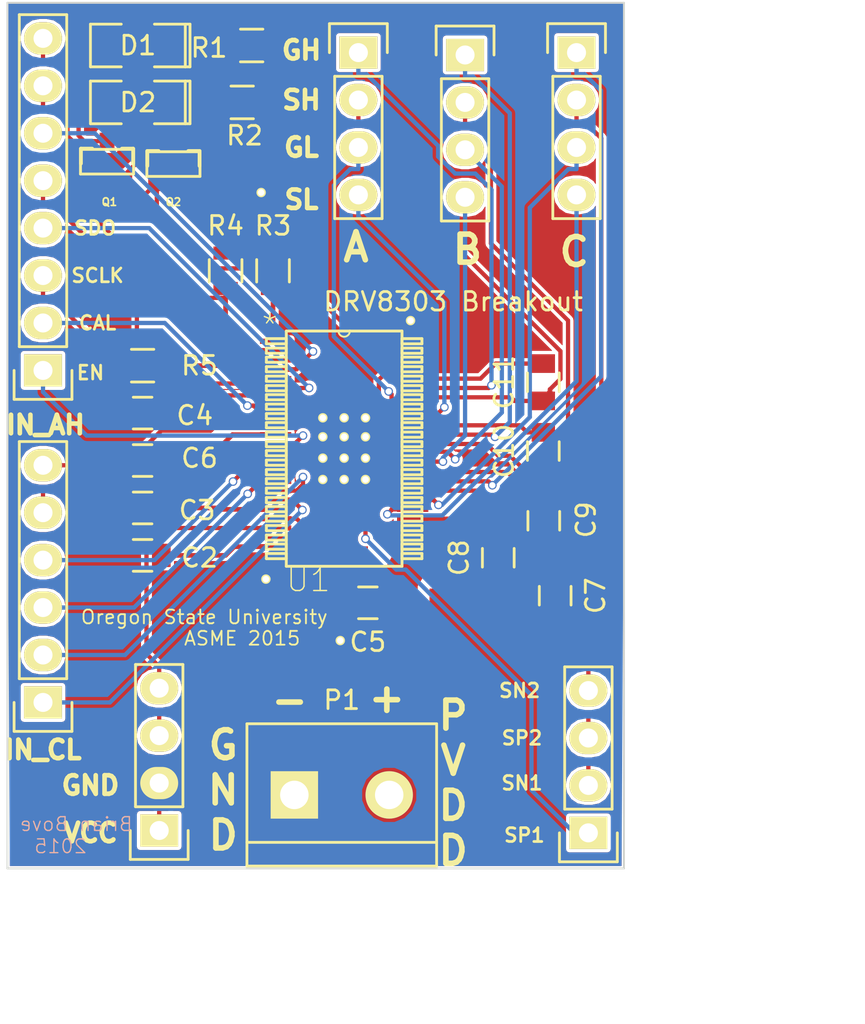
<source format=kicad_pcb>
(kicad_pcb (version 4) (host pcbnew "(2015-05-26 BZR 5684)-product")

  (general
    (links 93)
    (no_connects 0)
    (area 123.183867 42.1842 175.310715 102.395)
    (thickness 1.6)
    (drawings 33)
    (tracks 432)
    (zones 0)
    (modules 44)
    (nets 49)
  )

  (page A4)
  (layers
    (0 F.Cu signal)
    (31 B.Cu signal hide)
    (32 B.Adhes user)
    (33 F.Adhes user)
    (34 B.Paste user)
    (35 F.Paste user)
    (36 B.SilkS user hide)
    (37 F.SilkS user)
    (38 B.Mask user)
    (39 F.Mask user)
    (40 Dwgs.User user)
    (41 Cmts.User user)
    (42 Eco1.User user)
    (43 Eco2.User user)
    (44 Edge.Cuts user)
    (45 Margin user)
    (46 B.CrtYd user)
    (47 F.CrtYd user)
    (48 B.Fab user)
    (49 F.Fab user)
  )

  (setup
    (last_trace_width 0.2286)
    (trace_clearance 0.1778)
    (zone_clearance 0)
    (zone_45_only no)
    (trace_min 0.2)
    (segment_width 0.2)
    (edge_width 0.1)
    (via_size 0.4572)
    (via_drill 0.3302)
    (via_min_size 0.4)
    (via_min_drill 0.3)
    (uvia_size 0.3)
    (uvia_drill 0.1)
    (uvias_allowed no)
    (uvia_min_size 0)
    (uvia_min_drill 0)
    (pcb_text_width 0.3)
    (pcb_text_size 1.5 1.5)
    (mod_edge_width 0.15)
    (mod_text_size 1 1)
    (mod_text_width 0.15)
    (pad_size 0.508 0.508)
    (pad_drill 0.3556)
    (pad_to_mask_clearance 0)
    (aux_axis_origin 0 0)
    (visible_elements FFFFFF7F)
    (pcbplotparams
      (layerselection 0x01020_00000001)
      (usegerberextensions false)
      (excludeedgelayer true)
      (linewidth 0.100000)
      (plotframeref false)
      (viasonmask false)
      (mode 1)
      (useauxorigin false)
      (hpglpennumber 1)
      (hpglpenspeed 20)
      (hpglpendiameter 15)
      (hpglpenoverlay 2)
      (psnegative false)
      (psa4output false)
      (plotreference true)
      (plotvalue true)
      (plotinvisibletext false)
      (padsonsilk false)
      (subtractmaskfromsilk false)
      (outputformat 4)
      (mirror false)
      (drillshape 0)
      (scaleselection 1)
      (outputdirectory plots/))
  )

  (net 0 "")
  (net 1 PVDD)
  (net 2 GND)
  (net 3 "Net-(C2-Pad1)")
  (net 4 "Net-(C3-Pad1)")
  (net 5 "Net-(C4-Pad1)")
  (net 6 "Net-(C6-Pad1)")
  (net 7 "Net-(C6-Pad2)")
  (net 8 /DriverIC/SP2)
  (net 9 /DriverIC/SN2)
  (net 10 /DriverIC/SP1)
  (net 11 /DriverIC/SN1)
  (net 12 /DriverIC/SH_C)
  (net 13 "Net-(C9-Pad2)")
  (net 14 /DriverIC/SH_B)
  (net 15 "Net-(C10-Pad2)")
  (net 16 /DriverIC/SH_A)
  (net 17 "Net-(C11-Pad2)")
  (net 18 "Net-(D1-Pad1)")
  (net 19 "Net-(D1-Pad2)")
  (net 20 "Net-(D2-Pad1)")
  (net 21 "Net-(D2-Pad2)")
  (net 22 /DriverIC/EN_GATE)
  (net 23 /DriverIC/DC_CAL)
  (net 24 /DriverIC/SCLK)
  (net 25 /DriverIC/SDO)
  (net 26 /DriverIC/SDI)
  (net 27 /DriverIC/SCS)
  (net 28 /DriverIC/FAULT)
  (net 29 /DriverIC/OCTW)
  (net 30 /DriverIC/INL_C)
  (net 31 /DriverIC/INH_C)
  (net 32 /DriverIC/INL_B)
  (net 33 /DriverIC/INH_B)
  (net 34 /DriverIC/INL_A)
  (net 35 /DriverIC/INH_A)
  (net 36 VCC)
  (net 37 /DriverIC/SO2)
  (net 38 /DriverIC/SO1)
  (net 39 /DriverIC/GH_A)
  (net 40 /DriverIC/GL_A)
  (net 41 /DriverIC/SL_A)
  (net 42 /DriverIC/GH_B)
  (net 43 /DriverIC/GL_B)
  (net 44 /DriverIC/SL_B)
  (net 45 /DriverIC/GH_C)
  (net 46 /DriverIC/GL_C)
  (net 47 /DriverIC/SL_C)
  (net 48 "Net-(R5-Pad1)")

  (net_class Default "This is the default net class."
    (clearance 0.1778)
    (trace_width 0.2286)
    (via_dia 0.4572)
    (via_drill 0.3302)
    (uvia_dia 0.3)
    (uvia_drill 0.1)
    (add_net /DriverIC/DC_CAL)
    (add_net /DriverIC/EN_GATE)
    (add_net /DriverIC/FAULT)
    (add_net /DriverIC/GH_A)
    (add_net /DriverIC/GH_B)
    (add_net /DriverIC/GH_C)
    (add_net /DriverIC/GL_A)
    (add_net /DriverIC/GL_B)
    (add_net /DriverIC/GL_C)
    (add_net /DriverIC/INH_A)
    (add_net /DriverIC/INH_B)
    (add_net /DriverIC/INH_C)
    (add_net /DriverIC/INL_A)
    (add_net /DriverIC/INL_B)
    (add_net /DriverIC/INL_C)
    (add_net /DriverIC/OCTW)
    (add_net /DriverIC/SCLK)
    (add_net /DriverIC/SCS)
    (add_net /DriverIC/SDI)
    (add_net /DriverIC/SDO)
    (add_net /DriverIC/SH_A)
    (add_net /DriverIC/SH_B)
    (add_net /DriverIC/SH_C)
    (add_net /DriverIC/SL_A)
    (add_net /DriverIC/SL_B)
    (add_net /DriverIC/SL_C)
    (add_net /DriverIC/SN1)
    (add_net /DriverIC/SN2)
    (add_net /DriverIC/SO1)
    (add_net /DriverIC/SO2)
    (add_net /DriverIC/SP1)
    (add_net /DriverIC/SP2)
    (add_net GND)
    (add_net "Net-(C10-Pad2)")
    (add_net "Net-(C11-Pad2)")
    (add_net "Net-(C2-Pad1)")
    (add_net "Net-(C3-Pad1)")
    (add_net "Net-(C4-Pad1)")
    (add_net "Net-(C6-Pad1)")
    (add_net "Net-(C6-Pad2)")
    (add_net "Net-(C9-Pad2)")
    (add_net "Net-(D1-Pad1)")
    (add_net "Net-(D1-Pad2)")
    (add_net "Net-(D2-Pad1)")
    (add_net "Net-(D2-Pad2)")
    (add_net "Net-(R5-Pad1)")
    (add_net PVDD)
    (add_net VCC)
  )

  (module Wire_Pads:SolderWirePad_single_0-8mmDrill (layer F.Cu) (tedit 55E37143) (tstamp 5618AE32)
    (at 139.954 55.88)
    (fp_text reference VIA (at 0 -2.54) (layer F.SilkS) hide
      (effects (font (size 1 1) (thickness 0.15)))
    )
    (fp_text value SolderWirePad_single_0-8mmDrill (at 0 2.54) (layer F.Fab) hide
      (effects (font (size 1 1) (thickness 0.15)))
    )
    (pad 1 thru_hole circle (at 0 0) (size 0.508 0.508) (drill 0.3556) (layers *.Cu *.Mask F.SilkS)
      (net 2 GND))
  )

  (module Wire_Pads:SolderWirePad_single_0-8mmDrill (layer F.Cu) (tedit 55E3704F) (tstamp 5618AE16)
    (at 145.542 68.961)
    (fp_text reference VIA (at 0 -2.54) (layer F.SilkS) hide
      (effects (font (size 1 1) (thickness 0.15)))
    )
    (fp_text value SolderWirePad_single_0-8mmDrill (at 0 2.54) (layer F.Fab) hide
      (effects (font (size 1 1) (thickness 0.15)))
    )
    (pad 1 thru_hole circle (at 0 0) (size 0.508 0.508) (drill 0.3556) (layers *.Cu *.Mask F.SilkS)
      (net 2 GND))
  )

  (module Wire_Pads:SolderWirePad_single_0-8mmDrill (layer F.Cu) (tedit 55E3704F) (tstamp 5618AE12)
    (at 145.542 70.104)
    (fp_text reference VIA (at 0 -2.54) (layer F.SilkS) hide
      (effects (font (size 1 1) (thickness 0.15)))
    )
    (fp_text value SolderWirePad_single_0-8mmDrill (at 0 2.54) (layer F.Fab) hide
      (effects (font (size 1 1) (thickness 0.15)))
    )
    (pad 1 thru_hole circle (at 0 0) (size 0.508 0.508) (drill 0.3556) (layers *.Cu *.Mask F.SilkS)
      (net 2 GND))
  )

  (module Wire_Pads:SolderWirePad_single_0-8mmDrill (layer F.Cu) (tedit 55E3704F) (tstamp 5618AE0E)
    (at 145.542 71.247)
    (fp_text reference VIA (at 0 -2.54) (layer F.SilkS) hide
      (effects (font (size 1 1) (thickness 0.15)))
    )
    (fp_text value SolderWirePad_single_0-8mmDrill (at 0 2.54) (layer F.Fab) hide
      (effects (font (size 1 1) (thickness 0.15)))
    )
    (pad 1 thru_hole circle (at 0 0) (size 0.508 0.508) (drill 0.3556) (layers *.Cu *.Mask F.SilkS)
      (net 2 GND))
  )

  (module Wire_Pads:SolderWirePad_single_0-8mmDrill (layer F.Cu) (tedit 55E3704F) (tstamp 5618AE0A)
    (at 145.542 67.945)
    (fp_text reference VIA (at 0 -2.54) (layer F.SilkS) hide
      (effects (font (size 1 1) (thickness 0.15)))
    )
    (fp_text value SolderWirePad_single_0-8mmDrill (at 0 2.54) (layer F.Fab) hide
      (effects (font (size 1 1) (thickness 0.15)))
    )
    (pad 1 thru_hole circle (at 0 0) (size 0.508 0.508) (drill 0.3556) (layers *.Cu *.Mask F.SilkS)
      (net 2 GND))
  )

  (module Wire_Pads:SolderWirePad_single_0-8mmDrill (layer F.Cu) (tedit 55E3704F) (tstamp 5618ADE6)
    (at 143.256 67.945)
    (fp_text reference VIA (at 0 -2.54) (layer F.SilkS) hide
      (effects (font (size 1 1) (thickness 0.15)))
    )
    (fp_text value SolderWirePad_single_0-8mmDrill (at 0 2.54) (layer F.Fab) hide
      (effects (font (size 1 1) (thickness 0.15)))
    )
    (pad 1 thru_hole circle (at 0 0) (size 0.508 0.508) (drill 0.3556) (layers *.Cu *.Mask F.SilkS)
      (net 2 GND))
  )

  (module Wire_Pads:SolderWirePad_single_0-8mmDrill (layer F.Cu) (tedit 55E3704F) (tstamp 5618ADE2)
    (at 143.256 71.247)
    (fp_text reference VIA (at 0 -2.54) (layer F.SilkS) hide
      (effects (font (size 1 1) (thickness 0.15)))
    )
    (fp_text value SolderWirePad_single_0-8mmDrill (at 0 2.54) (layer F.Fab) hide
      (effects (font (size 1 1) (thickness 0.15)))
    )
    (pad 1 thru_hole circle (at 0 0) (size 0.508 0.508) (drill 0.3556) (layers *.Cu *.Mask F.SilkS)
      (net 2 GND))
  )

  (module Wire_Pads:SolderWirePad_single_0-8mmDrill (layer F.Cu) (tedit 55E3704F) (tstamp 5618ADDE)
    (at 143.256 70.104)
    (fp_text reference VIA (at 0 -2.54) (layer F.SilkS) hide
      (effects (font (size 1 1) (thickness 0.15)))
    )
    (fp_text value SolderWirePad_single_0-8mmDrill (at 0 2.54) (layer F.Fab) hide
      (effects (font (size 1 1) (thickness 0.15)))
    )
    (pad 1 thru_hole circle (at 0 0) (size 0.508 0.508) (drill 0.3556) (layers *.Cu *.Mask F.SilkS)
      (net 2 GND))
  )

  (module Wire_Pads:SolderWirePad_single_0-8mmDrill (layer F.Cu) (tedit 55E3704F) (tstamp 5618ADDA)
    (at 143.256 68.961)
    (fp_text reference VIA (at 0 -2.54) (layer F.SilkS) hide
      (effects (font (size 1 1) (thickness 0.15)))
    )
    (fp_text value SolderWirePad_single_0-8mmDrill (at 0 2.54) (layer F.Fab) hide
      (effects (font (size 1 1) (thickness 0.15)))
    )
    (pad 1 thru_hole circle (at 0 0) (size 0.508 0.508) (drill 0.3556) (layers *.Cu *.Mask F.SilkS)
      (net 2 GND))
  )

  (module Wire_Pads:SolderWirePad_single_0-8mmDrill (layer F.Cu) (tedit 55E3704F) (tstamp 5618ADCA)
    (at 144.399 68.961)
    (fp_text reference VIA (at 0 -2.54) (layer F.SilkS) hide
      (effects (font (size 1 1) (thickness 0.15)))
    )
    (fp_text value SolderWirePad_single_0-8mmDrill (at 0 2.54) (layer F.Fab) hide
      (effects (font (size 1 1) (thickness 0.15)))
    )
    (pad 1 thru_hole circle (at 0 0) (size 0.508 0.508) (drill 0.3556) (layers *.Cu *.Mask F.SilkS)
      (net 2 GND))
  )

  (module Wire_Pads:SolderWirePad_single_0-8mmDrill (layer F.Cu) (tedit 55E3704F) (tstamp 5618ADC6)
    (at 144.399 70.104)
    (fp_text reference VIA (at 0 -2.54) (layer F.SilkS) hide
      (effects (font (size 1 1) (thickness 0.15)))
    )
    (fp_text value SolderWirePad_single_0-8mmDrill (at 0 2.54) (layer F.Fab) hide
      (effects (font (size 1 1) (thickness 0.15)))
    )
    (pad 1 thru_hole circle (at 0 0) (size 0.508 0.508) (drill 0.3556) (layers *.Cu *.Mask F.SilkS)
      (net 2 GND))
  )

  (module Wire_Pads:SolderWirePad_single_0-8mmDrill (layer F.Cu) (tedit 55E3704F) (tstamp 5618ADC2)
    (at 144.399 71.247)
    (fp_text reference VIA (at 0 -2.54) (layer F.SilkS) hide
      (effects (font (size 1 1) (thickness 0.15)))
    )
    (fp_text value SolderWirePad_single_0-8mmDrill (at 0 2.54) (layer F.Fab) hide
      (effects (font (size 1 1) (thickness 0.15)))
    )
    (pad 1 thru_hole circle (at 0 0) (size 0.508 0.508) (drill 0.3556) (layers *.Cu *.Mask F.SilkS)
      (net 2 GND))
  )

  (module Wire_Pads:SolderWirePad_single_0-8mmDrill (layer F.Cu) (tedit 55E3704F) (tstamp 5618ADBA)
    (at 144.399 67.945)
    (fp_text reference VIA (at 0 -2.54) (layer F.SilkS) hide
      (effects (font (size 1 1) (thickness 0.15)))
    )
    (fp_text value SolderWirePad_single_0-8mmDrill (at 0 2.54) (layer F.Fab) hide
      (effects (font (size 1 1) (thickness 0.15)))
    )
    (pad 1 thru_hole circle (at 0 0) (size 0.508 0.508) (drill 0.3556) (layers *.Cu *.Mask F.SilkS)
      (net 2 GND))
  )

  (module Wire_Pads:SolderWirePad_single_0-8mmDrill (layer F.Cu) (tedit 55E3705B) (tstamp 5618ADAE)
    (at 144.19072 79.87284)
    (fp_text reference VIA (at 0 -2.54) (layer F.SilkS) hide
      (effects (font (size 1 1) (thickness 0.15)))
    )
    (fp_text value SolderWirePad_single_0-8mmDrill (at 0 2.54) (layer F.Fab) hide
      (effects (font (size 1 1) (thickness 0.15)))
    )
    (pad 1 thru_hole circle (at 0 0) (size 0.508 0.508) (drill 0.3556) (layers *.Cu *.Mask F.SilkS)
      (net 2 GND))
  )

  (module Wire_Pads:SolderWirePad_single_0-8mmDrill (layer F.Cu) (tedit 55E37143) (tstamp 5618ADAA)
    (at 147.955 62.738)
    (fp_text reference VIA (at 0 -2.54) (layer F.SilkS) hide
      (effects (font (size 1 1) (thickness 0.15)))
    )
    (fp_text value SolderWirePad_single_0-8mmDrill (at 0 2.54) (layer F.Fab) hide
      (effects (font (size 1 1) (thickness 0.15)))
    )
    (pad 1 thru_hole circle (at 0 0) (size 0.508 0.508) (drill 0.3556) (layers *.Cu *.Mask F.SilkS)
      (net 2 GND))
  )

  (module Wire_Pads:SolderWirePad_single_0-8mmDrill (layer F.Cu) (tedit 55E3704F) (tstamp 5618ADA6)
    (at 140.208 76.581)
    (fp_text reference VIA (at 0 -2.54) (layer F.SilkS) hide
      (effects (font (size 1 1) (thickness 0.15)))
    )
    (fp_text value SolderWirePad_single_0-8mmDrill (at 0 2.54) (layer F.Fab) hide
      (effects (font (size 1 1) (thickness 0.15)))
    )
    (pad 1 thru_hole circle (at 0 0) (size 0.508 0.508) (drill 0.3556) (layers *.Cu *.Mask F.SilkS)
      (net 2 GND))
  )

  (module DRV8303:DCA48_4P42X3P48 locked placed (layer F.Cu) (tedit 55E378C1) (tstamp 55E34BDD)
    (at 144.399 69.596)
    (path /55E2B7BC/55E2B81F)
    (fp_text reference U1 (at -3.175 7.747) (layer F.SilkS)
      (effects (font (size 1.2065 1.2065) (thickness 0.0762)) (justify left bottom))
    )
    (fp_text value DRV8303_DCA_48 (at -7.112 -5.969) (layer F.SilkS) hide
      (effects (font (size 1.2065 1.2065) (thickness 0.0762)) (justify left bottom))
    )
    (fp_line (start 3.0988 -5.969) (end 3.0988 -6.2992) (layer Dwgs.User) (width 0.1524))
    (fp_line (start -3.0988 5.969) (end -3.0988 6.2992) (layer Dwgs.User) (width 0.1524))
    (fp_line (start -3.0988 6.2992) (end 3.0988 6.2992) (layer Dwgs.User) (width 0.1524))
    (fp_line (start 3.0988 6.2992) (end 3.0988 5.969) (layer Dwgs.User) (width 0.1524))
    (fp_line (start 3.0988 -6.2992) (end 0.3048 -6.2992) (layer Dwgs.User) (width 0.1524))
    (fp_line (start 0.3048 -6.2992) (end -0.3048 -6.2992) (layer Dwgs.User) (width 0.1524))
    (fp_line (start -0.3048 -6.2992) (end -3.0988 -6.2992) (layer Dwgs.User) (width 0.1524))
    (fp_line (start -3.0988 -6.2992) (end -3.0988 -5.969) (layer Dwgs.User) (width 0.1524))
    (fp_arc (start 0 -6.2992) (end 0.3048 -6.2992) (angle 180) (layer Dwgs.User) (width 0))
    (fp_poly (pts (xy -5.0292 -1.4478) (xy -5.0292 -1.0668) (xy -4.7752 -1.0668) (xy -4.7752 -1.4478)) (layer Dwgs.User) (width 0))
    (fp_poly (pts (xy -5.0292 3.556) (xy -5.0292 3.937) (xy -4.7752 3.937) (xy -4.7752 3.556)) (layer Dwgs.User) (width 0))
    (fp_poly (pts (xy 5.0292 3.048) (xy 5.0292 3.429) (xy 4.7752 3.429) (xy 4.7752 3.048)) (layer Dwgs.User) (width 0))
    (fp_poly (pts (xy 5.0292 -1.9304) (xy 5.0292 -1.5494) (xy 4.7752 -1.5494) (xy 4.7752 -1.9304)) (layer Dwgs.User) (width 0))
    (fp_text user * (at -4.4958 -5.8928) (layer Dwgs.User)
      (effects (font (size 1.2065 1.2065) (thickness 0.0762)) (justify left bottom))
    )
    (fp_line (start -3.0988 -5.6134) (end -3.0988 -5.8928) (layer F.SilkS) (width 0.1524))
    (fp_line (start -3.0988 -5.8928) (end -4.1656 -5.8928) (layer F.SilkS) (width 0.1524))
    (fp_line (start -4.1656 -5.8928) (end -4.1656 -5.6134) (layer F.SilkS) (width 0.1524))
    (fp_line (start -4.1656 -5.6134) (end -3.0988 -5.6134) (layer F.SilkS) (width 0.1524))
    (fp_line (start -3.0988 -5.1054) (end -3.0988 -5.3848) (layer F.SilkS) (width 0.1524))
    (fp_line (start -3.0988 -5.3848) (end -4.1656 -5.3848) (layer F.SilkS) (width 0.1524))
    (fp_line (start -4.1656 -5.3848) (end -4.1656 -5.1054) (layer F.SilkS) (width 0.1524))
    (fp_line (start -4.1656 -5.1054) (end -3.0988 -5.1054) (layer F.SilkS) (width 0.1524))
    (fp_line (start -3.0988 -4.6228) (end -3.0988 -4.9022) (layer F.SilkS) (width 0.1524))
    (fp_line (start -3.0988 -4.9022) (end -4.1656 -4.9022) (layer F.SilkS) (width 0.1524))
    (fp_line (start -4.1656 -4.9022) (end -4.1656 -4.6228) (layer F.SilkS) (width 0.1524))
    (fp_line (start -4.1656 -4.6228) (end -3.0988 -4.6228) (layer F.SilkS) (width 0.1524))
    (fp_line (start -3.0988 -4.1148) (end -3.0988 -4.3942) (layer F.SilkS) (width 0.1524))
    (fp_line (start -3.0988 -4.3942) (end -4.1656 -4.3942) (layer F.SilkS) (width 0.1524))
    (fp_line (start -4.1656 -4.3942) (end -4.1656 -4.1148) (layer F.SilkS) (width 0.1524))
    (fp_line (start -4.1656 -4.1148) (end -3.0988 -4.1148) (layer F.SilkS) (width 0.1524))
    (fp_line (start -3.0988 -3.6068) (end -3.0988 -3.8862) (layer F.SilkS) (width 0.1524))
    (fp_line (start -3.0988 -3.8862) (end -4.1656 -3.8862) (layer F.SilkS) (width 0.1524))
    (fp_line (start -4.1656 -3.8862) (end -4.1656 -3.6068) (layer F.SilkS) (width 0.1524))
    (fp_line (start -4.1656 -3.6068) (end -3.0988 -3.6068) (layer F.SilkS) (width 0.1524))
    (fp_line (start -3.0988 -3.0988) (end -3.0988 -3.3782) (layer F.SilkS) (width 0.1524))
    (fp_line (start -3.0988 -3.3782) (end -4.1656 -3.3782) (layer F.SilkS) (width 0.1524))
    (fp_line (start -4.1656 -3.3782) (end -4.1656 -3.0988) (layer F.SilkS) (width 0.1524))
    (fp_line (start -4.1656 -3.0988) (end -3.0988 -3.0988) (layer F.SilkS) (width 0.1524))
    (fp_line (start -3.0988 -2.6162) (end -3.0988 -2.8956) (layer F.SilkS) (width 0.1524))
    (fp_line (start -3.0988 -2.8956) (end -4.1656 -2.8956) (layer F.SilkS) (width 0.1524))
    (fp_line (start -4.1656 -2.8956) (end -4.1656 -2.6162) (layer F.SilkS) (width 0.1524))
    (fp_line (start -4.1656 -2.6162) (end -3.0988 -2.6162) (layer F.SilkS) (width 0.1524))
    (fp_line (start -3.0988 -2.1082) (end -3.0988 -2.3876) (layer F.SilkS) (width 0.1524))
    (fp_line (start -3.0988 -2.3876) (end -4.1656 -2.3876) (layer F.SilkS) (width 0.1524))
    (fp_line (start -4.1656 -2.3876) (end -4.1656 -2.1082) (layer F.SilkS) (width 0.1524))
    (fp_line (start -4.1656 -2.1082) (end -3.0988 -2.1082) (layer F.SilkS) (width 0.1524))
    (fp_line (start -3.0988 -1.6002) (end -3.0988 -1.8796) (layer F.SilkS) (width 0.1524))
    (fp_line (start -3.0988 -1.8796) (end -4.1656 -1.8796) (layer F.SilkS) (width 0.1524))
    (fp_line (start -4.1656 -1.8796) (end -4.1656 -1.6002) (layer F.SilkS) (width 0.1524))
    (fp_line (start -4.1656 -1.6002) (end -3.0988 -1.6002) (layer F.SilkS) (width 0.1524))
    (fp_line (start -3.0988 -1.1176) (end -3.0988 -1.397) (layer F.SilkS) (width 0.1524))
    (fp_line (start -3.0988 -1.397) (end -4.1656 -1.397) (layer F.SilkS) (width 0.1524))
    (fp_line (start -4.1656 -1.397) (end -4.1656 -1.1176) (layer F.SilkS) (width 0.1524))
    (fp_line (start -4.1656 -1.1176) (end -3.0988 -1.1176) (layer F.SilkS) (width 0.1524))
    (fp_line (start -3.0988 -0.6096) (end -3.0988 -0.889) (layer F.SilkS) (width 0.1524))
    (fp_line (start -3.0988 -0.889) (end -4.1656 -0.889) (layer F.SilkS) (width 0.1524))
    (fp_line (start -4.1656 -0.889) (end -4.1656 -0.6096) (layer F.SilkS) (width 0.1524))
    (fp_line (start -4.1656 -0.6096) (end -3.0988 -0.6096) (layer F.SilkS) (width 0.1524))
    (fp_line (start -3.0988 -0.1016) (end -3.0988 -0.381) (layer F.SilkS) (width 0.1524))
    (fp_line (start -3.0988 -0.381) (end -4.1656 -0.381) (layer F.SilkS) (width 0.1524))
    (fp_line (start -4.1656 -0.381) (end -4.1656 -0.1016) (layer F.SilkS) (width 0.1524))
    (fp_line (start -4.1656 -0.1016) (end -3.0988 -0.1016) (layer F.SilkS) (width 0.1524))
    (fp_line (start -3.0988 0.381) (end -3.0988 0.1016) (layer F.SilkS) (width 0.1524))
    (fp_line (start -3.0988 0.1016) (end -4.1656 0.1016) (layer F.SilkS) (width 0.1524))
    (fp_line (start -4.1656 0.1016) (end -4.1656 0.381) (layer F.SilkS) (width 0.1524))
    (fp_line (start -4.1656 0.381) (end -3.0988 0.381) (layer F.SilkS) (width 0.1524))
    (fp_line (start -3.0988 0.889) (end -3.0988 0.6096) (layer F.SilkS) (width 0.1524))
    (fp_line (start -3.0988 0.6096) (end -4.1656 0.6096) (layer F.SilkS) (width 0.1524))
    (fp_line (start -4.1656 0.6096) (end -4.1656 0.889) (layer F.SilkS) (width 0.1524))
    (fp_line (start -4.1656 0.889) (end -3.0988 0.889) (layer F.SilkS) (width 0.1524))
    (fp_line (start -3.0988 1.397) (end -3.0988 1.1176) (layer F.SilkS) (width 0.1524))
    (fp_line (start -3.0988 1.1176) (end -4.1656 1.1176) (layer F.SilkS) (width 0.1524))
    (fp_line (start -4.1656 1.1176) (end -4.1656 1.397) (layer F.SilkS) (width 0.1524))
    (fp_line (start -4.1656 1.397) (end -3.0988 1.397) (layer F.SilkS) (width 0.1524))
    (fp_line (start -3.0988 1.8796) (end -3.0988 1.6002) (layer F.SilkS) (width 0.1524))
    (fp_line (start -3.0988 1.6002) (end -4.1656 1.6002) (layer F.SilkS) (width 0.1524))
    (fp_line (start -4.1656 1.6002) (end -4.1656 1.8796) (layer F.SilkS) (width 0.1524))
    (fp_line (start -4.1656 1.8796) (end -3.0988 1.8796) (layer F.SilkS) (width 0.1524))
    (fp_line (start -3.0988 2.3876) (end -3.0988 2.1082) (layer F.SilkS) (width 0.1524))
    (fp_line (start -3.0988 2.1082) (end -4.1656 2.1082) (layer F.SilkS) (width 0.1524))
    (fp_line (start -4.1656 2.1082) (end -4.1656 2.3876) (layer F.SilkS) (width 0.1524))
    (fp_line (start -4.1656 2.3876) (end -3.0988 2.3876) (layer F.SilkS) (width 0.1524))
    (fp_line (start -3.0988 2.8956) (end -3.0988 2.6162) (layer F.SilkS) (width 0.1524))
    (fp_line (start -3.0988 2.6162) (end -4.1656 2.6162) (layer F.SilkS) (width 0.1524))
    (fp_line (start -4.1656 2.6162) (end -4.1656 2.8956) (layer F.SilkS) (width 0.1524))
    (fp_line (start -4.1656 2.8956) (end -3.0988 2.8956) (layer F.SilkS) (width 0.1524))
    (fp_line (start -3.0988 3.3782) (end -3.0988 3.0988) (layer F.SilkS) (width 0.1524))
    (fp_line (start -3.0988 3.0988) (end -4.1656 3.0988) (layer F.SilkS) (width 0.1524))
    (fp_line (start -4.1656 3.0988) (end -4.1656 3.3782) (layer F.SilkS) (width 0.1524))
    (fp_line (start -4.1656 3.3782) (end -3.0988 3.3782) (layer F.SilkS) (width 0.1524))
    (fp_line (start -3.0988 3.8862) (end -3.0988 3.6068) (layer F.SilkS) (width 0.1524))
    (fp_line (start -3.0988 3.6068) (end -4.1656 3.6068) (layer F.SilkS) (width 0.1524))
    (fp_line (start -4.1656 3.6068) (end -4.1656 3.8862) (layer F.SilkS) (width 0.1524))
    (fp_line (start -4.1656 3.8862) (end -3.0988 3.8862) (layer F.SilkS) (width 0.1524))
    (fp_line (start -3.0988 4.3942) (end -3.0988 4.1148) (layer F.SilkS) (width 0.1524))
    (fp_line (start -3.0988 4.1148) (end -4.1656 4.1148) (layer F.SilkS) (width 0.1524))
    (fp_line (start -4.1656 4.1148) (end -4.1656 4.3942) (layer F.SilkS) (width 0.1524))
    (fp_line (start -4.1656 4.3942) (end -3.0988 4.3942) (layer F.SilkS) (width 0.1524))
    (fp_line (start -3.0988 4.9022) (end -3.0988 4.6228) (layer F.SilkS) (width 0.1524))
    (fp_line (start -3.0988 4.6228) (end -4.1656 4.6228) (layer F.SilkS) (width 0.1524))
    (fp_line (start -4.1656 4.6228) (end -4.1656 4.9022) (layer F.SilkS) (width 0.1524))
    (fp_line (start -4.1656 4.9022) (end -3.0988 4.9022) (layer F.SilkS) (width 0.1524))
    (fp_line (start -3.0988 5.3848) (end -3.0988 5.1054) (layer F.SilkS) (width 0.1524))
    (fp_line (start -3.0988 5.1054) (end -4.1656 5.1054) (layer F.SilkS) (width 0.1524))
    (fp_line (start -4.1656 5.1054) (end -4.1656 5.3848) (layer F.SilkS) (width 0.1524))
    (fp_line (start -4.1656 5.3848) (end -3.0988 5.3848) (layer F.SilkS) (width 0.1524))
    (fp_line (start -3.0988 5.8928) (end -3.0988 5.6134) (layer F.SilkS) (width 0.1524))
    (fp_line (start -3.0988 5.6134) (end -4.1656 5.6134) (layer F.SilkS) (width 0.1524))
    (fp_line (start -4.1656 5.6134) (end -4.1656 5.8928) (layer F.SilkS) (width 0.1524))
    (fp_line (start -4.1656 5.8928) (end -3.0988 5.8928) (layer F.SilkS) (width 0.1524))
    (fp_line (start 3.0988 5.6134) (end 3.0988 5.8928) (layer F.SilkS) (width 0.1524))
    (fp_line (start 3.0988 5.8928) (end 4.1656 5.8928) (layer F.SilkS) (width 0.1524))
    (fp_line (start 4.1656 5.8928) (end 4.1656 5.6134) (layer F.SilkS) (width 0.1524))
    (fp_line (start 4.1656 5.6134) (end 3.0988 5.6134) (layer F.SilkS) (width 0.1524))
    (fp_line (start 3.0988 5.1054) (end 3.0988 5.3848) (layer F.SilkS) (width 0.1524))
    (fp_line (start 3.0988 5.3848) (end 4.1656 5.3848) (layer F.SilkS) (width 0.1524))
    (fp_line (start 4.1656 5.3848) (end 4.1656 5.1054) (layer F.SilkS) (width 0.1524))
    (fp_line (start 4.1656 5.1054) (end 3.0988 5.1054) (layer F.SilkS) (width 0.1524))
    (fp_line (start 3.0988 4.6228) (end 3.0988 4.9022) (layer F.SilkS) (width 0.1524))
    (fp_line (start 3.0988 4.9022) (end 4.1656 4.9022) (layer F.SilkS) (width 0.1524))
    (fp_line (start 4.1656 4.9022) (end 4.1656 4.6228) (layer F.SilkS) (width 0.1524))
    (fp_line (start 4.1656 4.6228) (end 3.0988 4.6228) (layer F.SilkS) (width 0.1524))
    (fp_line (start 3.0988 4.1148) (end 3.0988 4.3942) (layer F.SilkS) (width 0.1524))
    (fp_line (start 3.0988 4.3942) (end 4.1656 4.3942) (layer F.SilkS) (width 0.1524))
    (fp_line (start 4.1656 4.3942) (end 4.1656 4.1148) (layer F.SilkS) (width 0.1524))
    (fp_line (start 4.1656 4.1148) (end 3.0988 4.1148) (layer F.SilkS) (width 0.1524))
    (fp_line (start 3.0988 3.6068) (end 3.0988 3.8862) (layer F.SilkS) (width 0.1524))
    (fp_line (start 3.0988 3.8862) (end 4.1656 3.8862) (layer F.SilkS) (width 0.1524))
    (fp_line (start 4.1656 3.8862) (end 4.1656 3.6068) (layer F.SilkS) (width 0.1524))
    (fp_line (start 4.1656 3.6068) (end 3.0988 3.6068) (layer F.SilkS) (width 0.1524))
    (fp_line (start 3.0988 3.0988) (end 3.0988 3.3782) (layer F.SilkS) (width 0.1524))
    (fp_line (start 3.0988 3.3782) (end 4.1656 3.3782) (layer F.SilkS) (width 0.1524))
    (fp_line (start 4.1656 3.3782) (end 4.1656 3.0988) (layer F.SilkS) (width 0.1524))
    (fp_line (start 4.1656 3.0988) (end 3.0988 3.0988) (layer F.SilkS) (width 0.1524))
    (fp_line (start 3.0988 2.6162) (end 3.0988 2.8956) (layer F.SilkS) (width 0.1524))
    (fp_line (start 3.0988 2.8956) (end 4.1656 2.8956) (layer F.SilkS) (width 0.1524))
    (fp_line (start 4.1656 2.8956) (end 4.1656 2.6162) (layer F.SilkS) (width 0.1524))
    (fp_line (start 4.1656 2.6162) (end 3.0988 2.6162) (layer F.SilkS) (width 0.1524))
    (fp_line (start 3.0988 2.1082) (end 3.0988 2.3876) (layer F.SilkS) (width 0.1524))
    (fp_line (start 3.0988 2.3876) (end 4.1656 2.3876) (layer F.SilkS) (width 0.1524))
    (fp_line (start 4.1656 2.3876) (end 4.1656 2.1082) (layer F.SilkS) (width 0.1524))
    (fp_line (start 4.1656 2.1082) (end 3.0988 2.1082) (layer F.SilkS) (width 0.1524))
    (fp_line (start 3.0988 1.6002) (end 3.0988 1.8796) (layer F.SilkS) (width 0.1524))
    (fp_line (start 3.0988 1.8796) (end 4.1656 1.8796) (layer F.SilkS) (width 0.1524))
    (fp_line (start 4.1656 1.8796) (end 4.1656 1.6002) (layer F.SilkS) (width 0.1524))
    (fp_line (start 4.1656 1.6002) (end 3.0988 1.6002) (layer F.SilkS) (width 0.1524))
    (fp_line (start 3.0988 1.1176) (end 3.0988 1.397) (layer F.SilkS) (width 0.1524))
    (fp_line (start 3.0988 1.397) (end 4.1656 1.397) (layer F.SilkS) (width 0.1524))
    (fp_line (start 4.1656 1.397) (end 4.1656 1.1176) (layer F.SilkS) (width 0.1524))
    (fp_line (start 4.1656 1.1176) (end 3.0988 1.1176) (layer F.SilkS) (width 0.1524))
    (fp_line (start 3.0988 0.6096) (end 3.0988 0.889) (layer F.SilkS) (width 0.1524))
    (fp_line (start 3.0988 0.889) (end 4.1656 0.889) (layer F.SilkS) (width 0.1524))
    (fp_line (start 4.1656 0.889) (end 4.1656 0.6096) (layer F.SilkS) (width 0.1524))
    (fp_line (start 4.1656 0.6096) (end 3.0988 0.6096) (layer F.SilkS) (width 0.1524))
    (fp_line (start 3.0988 0.1016) (end 3.0988 0.381) (layer F.SilkS) (width 0.1524))
    (fp_line (start 3.0988 0.381) (end 4.1656 0.381) (layer F.SilkS) (width 0.1524))
    (fp_line (start 4.1656 0.381) (end 4.1656 0.1016) (layer F.SilkS) (width 0.1524))
    (fp_line (start 4.1656 0.1016) (end 3.0988 0.1016) (layer F.SilkS) (width 0.1524))
    (fp_line (start 3.0988 -0.381) (end 3.0988 -0.1016) (layer F.SilkS) (width 0.1524))
    (fp_line (start 3.0988 -0.1016) (end 4.1656 -0.1016) (layer F.SilkS) (width 0.1524))
    (fp_line (start 4.1656 -0.1016) (end 4.1656 -0.381) (layer F.SilkS) (width 0.1524))
    (fp_line (start 4.1656 -0.381) (end 3.0988 -0.381) (layer F.SilkS) (width 0.1524))
    (fp_line (start 3.0988 -0.889) (end 3.0988 -0.6096) (layer F.SilkS) (width 0.1524))
    (fp_line (start 3.0988 -0.6096) (end 4.1656 -0.6096) (layer F.SilkS) (width 0.1524))
    (fp_line (start 4.1656 -0.6096) (end 4.1656 -0.889) (layer F.SilkS) (width 0.1524))
    (fp_line (start 4.1656 -0.889) (end 3.0988 -0.889) (layer F.SilkS) (width 0.1524))
    (fp_line (start 3.0988 -1.397) (end 3.0988 -1.1176) (layer F.SilkS) (width 0.1524))
    (fp_line (start 3.0988 -1.1176) (end 4.1656 -1.1176) (layer F.SilkS) (width 0.1524))
    (fp_line (start 4.1656 -1.1176) (end 4.1656 -1.397) (layer F.SilkS) (width 0.1524))
    (fp_line (start 4.1656 -1.397) (end 3.0988 -1.397) (layer F.SilkS) (width 0.1524))
    (fp_line (start 3.0988 -1.8796) (end 3.0988 -1.6002) (layer F.SilkS) (width 0.1524))
    (fp_line (start 3.0988 -1.6002) (end 4.1656 -1.6002) (layer F.SilkS) (width 0.1524))
    (fp_line (start 4.1656 -1.6002) (end 4.1656 -1.8796) (layer F.SilkS) (width 0.1524))
    (fp_line (start 4.1656 -1.8796) (end 3.0988 -1.8796) (layer F.SilkS) (width 0.1524))
    (fp_line (start 3.0988 -2.3876) (end 3.0988 -2.1082) (layer F.SilkS) (width 0.1524))
    (fp_line (start 3.0988 -2.1082) (end 4.1656 -2.1082) (layer F.SilkS) (width 0.1524))
    (fp_line (start 4.1656 -2.1082) (end 4.1656 -2.3876) (layer F.SilkS) (width 0.1524))
    (fp_line (start 4.1656 -2.3876) (end 3.0988 -2.3876) (layer F.SilkS) (width 0.1524))
    (fp_line (start 3.0988 -2.8956) (end 3.0988 -2.6162) (layer F.SilkS) (width 0.1524))
    (fp_line (start 3.0988 -2.6162) (end 4.1656 -2.6162) (layer F.SilkS) (width 0.1524))
    (fp_line (start 4.1656 -2.6162) (end 4.1656 -2.8956) (layer F.SilkS) (width 0.1524))
    (fp_line (start 4.1656 -2.8956) (end 3.0988 -2.8956) (layer F.SilkS) (width 0.1524))
    (fp_line (start 3.0988 -3.3782) (end 3.0988 -3.0988) (layer F.SilkS) (width 0.1524))
    (fp_line (start 3.0988 -3.0988) (end 4.1656 -3.0988) (layer F.SilkS) (width 0.1524))
    (fp_line (start 4.1656 -3.0988) (end 4.1656 -3.3782) (layer F.SilkS) (width 0.1524))
    (fp_line (start 4.1656 -3.3782) (end 3.0988 -3.3782) (layer F.SilkS) (width 0.1524))
    (fp_line (start 3.0988 -3.8862) (end 3.0988 -3.6068) (layer F.SilkS) (width 0.1524))
    (fp_line (start 3.0988 -3.6068) (end 4.1656 -3.6068) (layer F.SilkS) (width 0.1524))
    (fp_line (start 4.1656 -3.6068) (end 4.1656 -3.8862) (layer F.SilkS) (width 0.1524))
    (fp_line (start 4.1656 -3.8862) (end 3.0988 -3.8862) (layer F.SilkS) (width 0.1524))
    (fp_line (start 3.0988 -4.3942) (end 3.0988 -4.1148) (layer F.SilkS) (width 0.1524))
    (fp_line (start 3.0988 -4.1148) (end 4.1656 -4.1148) (layer F.SilkS) (width 0.1524))
    (fp_line (start 4.1656 -4.1148) (end 4.1656 -4.3942) (layer F.SilkS) (width 0.1524))
    (fp_line (start 4.1656 -4.3942) (end 3.0988 -4.3942) (layer F.SilkS) (width 0.1524))
    (fp_line (start 3.0988 -4.9022) (end 3.0988 -4.6228) (layer F.SilkS) (width 0.1524))
    (fp_line (start 3.0988 -4.6228) (end 4.1656 -4.6228) (layer F.SilkS) (width 0.1524))
    (fp_line (start 4.1656 -4.6228) (end 4.1656 -4.9022) (layer F.SilkS) (width 0.1524))
    (fp_line (start 4.1656 -4.9022) (end 3.0988 -4.9022) (layer F.SilkS) (width 0.1524))
    (fp_line (start 3.0988 -5.3848) (end 3.0988 -5.1054) (layer F.SilkS) (width 0.1524))
    (fp_line (start 3.0988 -5.1054) (end 4.1656 -5.1054) (layer F.SilkS) (width 0.1524))
    (fp_line (start 4.1656 -5.1054) (end 4.1656 -5.3848) (layer F.SilkS) (width 0.1524))
    (fp_line (start 4.1656 -5.3848) (end 3.0988 -5.3848) (layer F.SilkS) (width 0.1524))
    (fp_line (start 3.0988 -5.8928) (end 3.0988 -5.6134) (layer F.SilkS) (width 0.1524))
    (fp_line (start 3.0988 -5.6134) (end 4.1656 -5.6134) (layer F.SilkS) (width 0.1524))
    (fp_line (start 4.1656 -5.6134) (end 4.1656 -5.8928) (layer F.SilkS) (width 0.1524))
    (fp_line (start 4.1656 -5.8928) (end 3.0988 -5.8928) (layer F.SilkS) (width 0.1524))
    (fp_line (start -3.0988 6.2992) (end 3.0988 6.2992) (layer F.SilkS) (width 0.1524))
    (fp_line (start 3.0988 6.2992) (end 3.0988 -6.2992) (layer F.SilkS) (width 0.1524))
    (fp_line (start 3.0988 -6.2992) (end 0.3048 -6.2992) (layer F.SilkS) (width 0.1524))
    (fp_line (start 0.3048 -6.2992) (end -0.3048 -6.2992) (layer F.SilkS) (width 0.1524))
    (fp_line (start -0.3048 -6.2992) (end -3.0988 -6.2992) (layer F.SilkS) (width 0.1524))
    (fp_line (start -3.0988 -6.2992) (end -3.0988 6.2992) (layer F.SilkS) (width 0.1524))
    (fp_arc (start 0 -6.2992) (end 0.3048 -6.2992) (angle 180) (layer F.SilkS) (width 0))
    (fp_text user * (at -4.4958 -5.8928) (layer F.SilkS)
      (effects (font (size 1.2065 1.2065) (thickness 0.0762)) (justify left bottom))
    )
    (fp_poly (pts (xy -1.651 -2.1082) (xy -1.651 -0.8382) (xy -0.1016 -0.8382) (xy -0.1016 -2.1082)) (layer F.Paste) (width 0))
    (fp_poly (pts (xy -1.651 -0.635) (xy -1.651 0.635) (xy -0.1016 0.635) (xy -0.1016 -0.635)) (layer F.Paste) (width 0))
    (fp_poly (pts (xy -1.651 0.8382) (xy -1.651 2.1082) (xy -0.1016 2.1082) (xy -0.1016 0.8382)) (layer F.Paste) (width 0))
    (fp_poly (pts (xy 0.1016 -2.1082) (xy 0.1016 -0.8382) (xy 1.651 -0.8382) (xy 1.651 -2.1082)) (layer F.Paste) (width 0))
    (fp_poly (pts (xy 0.1016 -0.635) (xy 0.1016 0.635) (xy 1.651 0.635) (xy 1.651 -0.635)) (layer F.Paste) (width 0))
    (fp_poly (pts (xy 0.1016 0.8382) (xy 0.1016 2.1082) (xy 1.651 2.1082) (xy 1.651 0.8382)) (layer F.Paste) (width 0))
    (pad 1 smd rect (at -3.6703 -5.75) (size 1.6764 0.2794) (layers F.Cu F.Paste F.Mask)
      (net 29 /DriverIC/OCTW))
    (pad 2 smd rect (at -3.6703 -5.250003) (size 1.6764 0.2794) (layers F.Cu F.Paste F.Mask)
      (net 28 /DriverIC/FAULT))
    (pad 3 smd rect (at -3.6703 -4.750003) (size 1.6764 0.2794) (layers F.Cu F.Paste F.Mask)
      (net 48 "Net-(R5-Pad1)"))
    (pad 4 smd rect (at -3.6703 -4.250003) (size 1.6764 0.2794) (layers F.Cu F.Paste F.Mask)
      (net 27 /DriverIC/SCS))
    (pad 5 smd rect (at -3.6703 -3.750006) (size 1.6764 0.2794) (layers F.Cu F.Paste F.Mask)
      (net 26 /DriverIC/SDI))
    (pad 6 smd rect (at -3.6703 -3.250006) (size 1.6764 0.2794) (layers F.Cu F.Paste F.Mask)
      (net 25 /DriverIC/SDO))
    (pad 7 smd rect (at -3.6703 -2.750006) (size 1.6764 0.2794) (layers F.Cu F.Paste F.Mask)
      (net 24 /DriverIC/SCLK))
    (pad 8 smd rect (at -3.6703 -2.250009) (size 1.6764 0.2794) (layers F.Cu F.Paste F.Mask)
      (net 23 /DriverIC/DC_CAL))
    (pad 9 smd rect (at -3.6703 -1.750009) (size 1.6764 0.2794) (layers F.Cu F.Paste F.Mask)
      (net 5 "Net-(C4-Pad1)"))
    (pad 10 smd rect (at -3.6703 -1.250009) (size 1.6764 0.2794) (layers F.Cu F.Paste F.Mask)
      (net 6 "Net-(C6-Pad1)"))
    (pad 11 smd rect (at -3.6703 -0.750013) (size 1.6764 0.2794) (layers F.Cu F.Paste F.Mask)
      (net 7 "Net-(C6-Pad2)"))
    (pad 12 smd rect (at -3.6703 -0.249988) (size 1.6764 0.2794) (layers F.Cu F.Paste F.Mask)
      (net 22 /DriverIC/EN_GATE))
    (pad 13 smd rect (at -3.6703 0.249988) (size 1.6764 0.2794) (layers F.Cu F.Paste F.Mask)
      (net 35 /DriverIC/INH_A))
    (pad 14 smd rect (at -3.6703 0.750013) (size 1.6764 0.2794) (layers F.Cu F.Paste F.Mask)
      (net 34 /DriverIC/INL_A))
    (pad 15 smd rect (at -3.6703 1.250009) (size 1.6764 0.2794) (layers F.Cu F.Paste F.Mask)
      (net 33 /DriverIC/INH_B))
    (pad 16 smd rect (at -3.6703 1.750009) (size 1.6764 0.2794) (layers F.Cu F.Paste F.Mask)
      (net 32 /DriverIC/INL_B))
    (pad 17 smd rect (at -3.6703 2.250009) (size 1.6764 0.2794) (layers F.Cu F.Paste F.Mask)
      (net 31 /DriverIC/INH_C))
    (pad 18 smd rect (at -3.6703 2.750006) (size 1.6764 0.2794) (layers F.Cu F.Paste F.Mask)
      (net 30 /DriverIC/INL_C))
    (pad 19 smd rect (at -3.6703 3.250006) (size 1.6764 0.2794) (layers F.Cu F.Paste F.Mask)
      (net 4 "Net-(C3-Pad1)"))
    (pad 20 smd rect (at -3.6703 3.750006) (size 1.6764 0.2794) (layers F.Cu F.Paste F.Mask)
      (net 36 VCC))
    (pad 21 smd rect (at -3.6703 4.250003) (size 1.6764 0.2794) (layers F.Cu F.Paste F.Mask)
      (net 38 /DriverIC/SO1))
    (pad 22 smd rect (at -3.6703 4.750003) (size 1.6764 0.2794) (layers F.Cu F.Paste F.Mask)
      (net 37 /DriverIC/SO2))
    (pad 23 smd rect (at -3.6703 5.250003) (size 1.6764 0.2794) (layers F.Cu F.Paste F.Mask)
      (net 3 "Net-(C2-Pad1)"))
    (pad 24 smd rect (at -3.6703 5.75) (size 1.6764 0.2794) (layers F.Cu F.Paste F.Mask)
      (net 2 GND))
    (pad 25 smd rect (at 3.6703 5.75) (size 1.6764 0.2794) (layers F.Cu F.Paste F.Mask)
      (net 1 PVDD))
    (pad 26 smd rect (at 3.6703 5.250003) (size 1.6764 0.2794) (layers F.Cu F.Paste F.Mask)
      (net 8 /DriverIC/SP2))
    (pad 27 smd rect (at 3.6703 4.750003) (size 1.6764 0.2794) (layers F.Cu F.Paste F.Mask)
      (net 9 /DriverIC/SN2))
    (pad 28 smd rect (at 3.6703 4.250003) (size 1.6764 0.2794) (layers F.Cu F.Paste F.Mask)
      (net 10 /DriverIC/SP1))
    (pad 29 smd rect (at 3.6703 3.750006) (size 1.6764 0.2794) (layers F.Cu F.Paste F.Mask)
      (net 11 /DriverIC/SN1))
    (pad 30 smd rect (at 3.6703 3.250006) (size 1.6764 0.2794) (layers F.Cu F.Paste F.Mask)
      (net 47 /DriverIC/SL_C))
    (pad 31 smd rect (at 3.6703 2.750006) (size 1.6764 0.2794) (layers F.Cu F.Paste F.Mask)
      (net 46 /DriverIC/GL_C))
    (pad 32 smd rect (at 3.6703 2.250009) (size 1.6764 0.2794) (layers F.Cu F.Paste F.Mask)
      (net 12 /DriverIC/SH_C))
    (pad 33 smd rect (at 3.6703 1.750009) (size 1.6764 0.2794) (layers F.Cu F.Paste F.Mask)
      (net 45 /DriverIC/GH_C))
    (pad 34 smd rect (at 3.6703 1.250009) (size 1.6764 0.2794) (layers F.Cu F.Paste F.Mask)
      (net 13 "Net-(C9-Pad2)"))
    (pad 35 smd rect (at 3.6703 0.750013) (size 1.6764 0.2794) (layers F.Cu F.Paste F.Mask)
      (net 44 /DriverIC/SL_B))
    (pad 36 smd rect (at 3.6703 0.249988) (size 1.6764 0.2794) (layers F.Cu F.Paste F.Mask)
      (net 43 /DriverIC/GL_B))
    (pad 37 smd rect (at 3.6703 -0.249988) (size 1.6764 0.2794) (layers F.Cu F.Paste F.Mask)
      (net 14 /DriverIC/SH_B))
    (pad 38 smd rect (at 3.6703 -0.750013) (size 1.6764 0.2794) (layers F.Cu F.Paste F.Mask)
      (net 42 /DriverIC/GH_B))
    (pad 39 smd rect (at 3.6703 -1.250009) (size 1.6764 0.2794) (layers F.Cu F.Paste F.Mask)
      (net 15 "Net-(C10-Pad2)"))
    (pad 40 smd rect (at 3.6703 -1.750009) (size 1.6764 0.2794) (layers F.Cu F.Paste F.Mask)
      (net 41 /DriverIC/SL_A))
    (pad 41 smd rect (at 3.6703 -2.250009) (size 1.6764 0.2794) (layers F.Cu F.Paste F.Mask)
      (net 40 /DriverIC/GL_A))
    (pad 42 smd rect (at 3.6703 -2.750006) (size 1.6764 0.2794) (layers F.Cu F.Paste F.Mask)
      (net 16 /DriverIC/SH_A))
    (pad 43 smd rect (at 3.6703 -3.250006) (size 1.6764 0.2794) (layers F.Cu F.Paste F.Mask)
      (net 39 /DriverIC/GH_A))
    (pad 44 smd rect (at 3.6703 -3.750006) (size 1.6764 0.2794) (layers F.Cu F.Paste F.Mask)
      (net 17 "Net-(C11-Pad2)"))
    (pad 45 smd rect (at 3.6703 -4.250003) (size 1.6764 0.2794) (layers F.Cu F.Paste F.Mask)
      (net 36 VCC))
    (pad 46 smd rect (at 3.6703 -4.750003) (size 1.6764 0.2794) (layers F.Cu F.Paste F.Mask)
      (net 2 GND))
    (pad 47 smd rect (at 3.6703 -5.250003) (size 1.6764 0.2794) (layers F.Cu F.Paste F.Mask)
      (net 2 GND))
    (pad 48 smd rect (at 3.6703 -5.75) (size 1.6764 0.2794) (layers F.Cu F.Paste F.Mask)
      (net 2 GND))
    (pad 49 smd rect (at 0 0) (size 3.4798 4.4196) (layers F.Cu F.Paste F.Mask)
      (net 2 GND))
  )

  (module SMD_Packages:SMD-1206_Pol placed (layer F.Cu) (tedit 0) (tstamp 55E34B3E)
    (at 133.35 48.006 180)
    (path /55E2B7BC/55E2C77F)
    (attr smd)
    (fp_text reference D1 (at 0 0 180) (layer F.SilkS)
      (effects (font (size 1 1) (thickness 0.15)))
    )
    (fp_text value YELLOW (at 0 0 180) (layer F.Fab)
      (effects (font (size 1 1) (thickness 0.15)))
    )
    (fp_line (start -2.54 -1.143) (end -2.794 -1.143) (layer F.SilkS) (width 0.15))
    (fp_line (start -2.794 -1.143) (end -2.794 1.143) (layer F.SilkS) (width 0.15))
    (fp_line (start -2.794 1.143) (end -2.54 1.143) (layer F.SilkS) (width 0.15))
    (fp_line (start -2.54 -1.143) (end -2.54 1.143) (layer F.SilkS) (width 0.15))
    (fp_line (start -2.54 1.143) (end -0.889 1.143) (layer F.SilkS) (width 0.15))
    (fp_line (start 0.889 -1.143) (end 2.54 -1.143) (layer F.SilkS) (width 0.15))
    (fp_line (start 2.54 -1.143) (end 2.54 1.143) (layer F.SilkS) (width 0.15))
    (fp_line (start 2.54 1.143) (end 0.889 1.143) (layer F.SilkS) (width 0.15))
    (fp_line (start -0.889 -1.143) (end -2.54 -1.143) (layer F.SilkS) (width 0.15))
    (pad 1 smd rect (at -1.651 0 180) (size 1.524 2.032) (layers F.Cu F.Paste F.Mask)
      (net 18 "Net-(D1-Pad1)"))
    (pad 2 smd rect (at 1.651 0 180) (size 1.524 2.032) (layers F.Cu F.Paste F.Mask)
      (net 19 "Net-(D1-Pad2)"))
    (model SMD_Packages.3dshapes/SMD-1206_Pol.wrl
      (at (xyz 0 0 0))
      (scale (xyz 0.17 0.16 0.16))
      (rotate (xyz 0 0 0))
    )
  )

  (module SMD_Packages:SMD-1206_Pol placed (layer F.Cu) (tedit 0) (tstamp 55E34B44)
    (at 133.35 51.054 180)
    (path /55E2B7BC/55E2C7E5)
    (attr smd)
    (fp_text reference D2 (at 0 0 180) (layer F.SilkS)
      (effects (font (size 1 1) (thickness 0.15)))
    )
    (fp_text value RED (at 0 0 180) (layer F.Fab)
      (effects (font (size 1 1) (thickness 0.15)))
    )
    (fp_line (start -2.54 -1.143) (end -2.794 -1.143) (layer F.SilkS) (width 0.15))
    (fp_line (start -2.794 -1.143) (end -2.794 1.143) (layer F.SilkS) (width 0.15))
    (fp_line (start -2.794 1.143) (end -2.54 1.143) (layer F.SilkS) (width 0.15))
    (fp_line (start -2.54 -1.143) (end -2.54 1.143) (layer F.SilkS) (width 0.15))
    (fp_line (start -2.54 1.143) (end -0.889 1.143) (layer F.SilkS) (width 0.15))
    (fp_line (start 0.889 -1.143) (end 2.54 -1.143) (layer F.SilkS) (width 0.15))
    (fp_line (start 2.54 -1.143) (end 2.54 1.143) (layer F.SilkS) (width 0.15))
    (fp_line (start 2.54 1.143) (end 0.889 1.143) (layer F.SilkS) (width 0.15))
    (fp_line (start -0.889 -1.143) (end -2.54 -1.143) (layer F.SilkS) (width 0.15))
    (pad 1 smd rect (at -1.651 0 180) (size 1.524 2.032) (layers F.Cu F.Paste F.Mask)
      (net 20 "Net-(D2-Pad1)"))
    (pad 2 smd rect (at 1.651 0 180) (size 1.524 2.032) (layers F.Cu F.Paste F.Mask)
      (net 21 "Net-(D2-Pad2)"))
    (model SMD_Packages.3dshapes/SMD-1206_Pol.wrl
      (at (xyz 0 0 0))
      (scale (xyz 0.17 0.16 0.16))
      (rotate (xyz 0 0 0))
    )
  )

  (module Pin_Headers:Pin_Header_Straight_1x08 placed (layer F.Cu) (tedit 55E377D4) (tstamp 55E34B58)
    (at 128.27 65.405 180)
    (descr "Through hole pin header")
    (tags "pin header")
    (path /55E38775)
    (fp_text reference P2 (at 0 -5.1 180) (layer F.SilkS)
      (effects (font (size 1 1) (thickness 0.15)))
    )
    (fp_text value CONN_01X08 (at 0 -3.1 180) (layer F.Fab) hide
      (effects (font (size 1 1) (thickness 0.15)))
    )
    (fp_line (start -1.75 -1.75) (end -1.75 19.55) (layer F.CrtYd) (width 0.05))
    (fp_line (start 1.75 -1.75) (end 1.75 19.55) (layer F.CrtYd) (width 0.05))
    (fp_line (start -1.75 -1.75) (end 1.75 -1.75) (layer F.CrtYd) (width 0.05))
    (fp_line (start -1.75 19.55) (end 1.75 19.55) (layer F.CrtYd) (width 0.05))
    (fp_line (start 1.27 1.27) (end 1.27 19.05) (layer F.SilkS) (width 0.15))
    (fp_line (start 1.27 19.05) (end -1.27 19.05) (layer F.SilkS) (width 0.15))
    (fp_line (start -1.27 19.05) (end -1.27 1.27) (layer F.SilkS) (width 0.15))
    (fp_line (start 1.55 -1.55) (end 1.55 0) (layer F.SilkS) (width 0.15))
    (fp_line (start 1.27 1.27) (end -1.27 1.27) (layer F.SilkS) (width 0.15))
    (fp_line (start -1.55 0) (end -1.55 -1.55) (layer F.SilkS) (width 0.15))
    (fp_line (start -1.55 -1.55) (end 1.55 -1.55) (layer F.SilkS) (width 0.15))
    (pad 1 thru_hole rect (at 0 0 180) (size 2.032 1.7272) (drill 1.016) (layers *.Cu *.Mask F.SilkS)
      (net 22 /DriverIC/EN_GATE))
    (pad 2 thru_hole oval (at 0 2.54 180) (size 2.032 1.7272) (drill 1.016) (layers *.Cu *.Mask F.SilkS)
      (net 23 /DriverIC/DC_CAL))
    (pad 3 thru_hole oval (at 0 5.08 180) (size 2.032 1.7272) (drill 1.016) (layers *.Cu *.Mask F.SilkS)
      (net 24 /DriverIC/SCLK))
    (pad 4 thru_hole oval (at 0 7.62 180) (size 2.032 1.7272) (drill 1.016) (layers *.Cu *.Mask F.SilkS)
      (net 25 /DriverIC/SDO))
    (pad 5 thru_hole oval (at 0 10.16 180) (size 2.032 1.7272) (drill 1.016) (layers *.Cu *.Mask F.SilkS)
      (net 26 /DriverIC/SDI))
    (pad 6 thru_hole oval (at 0 12.7 180) (size 2.032 1.7272) (drill 1.016) (layers *.Cu *.Mask F.SilkS)
      (net 27 /DriverIC/SCS))
    (pad 7 thru_hole oval (at 0 15.24 180) (size 2.032 1.7272) (drill 1.016) (layers *.Cu *.Mask F.SilkS)
      (net 28 /DriverIC/FAULT))
    (pad 8 thru_hole oval (at 0 17.78 180) (size 2.032 1.7272) (drill 1.016) (layers *.Cu *.Mask F.SilkS)
      (net 29 /DriverIC/OCTW))
    (model Pin_Headers.3dshapes/Pin_Header_Straight_1x08.wrl
      (at (xyz 0 -0.35 0))
      (scale (xyz 1 1 1))
      (rotate (xyz 0 0 90))
    )
  )

  (module Pin_Headers:Pin_Header_Straight_1x06 placed (layer F.Cu) (tedit 55E37809) (tstamp 55E34B62)
    (at 128.27 83.185 180)
    (descr "Through hole pin header")
    (tags "pin header")
    (path /55E38257)
    (fp_text reference P3 (at 0 -5.1 180) (layer F.SilkS) hide
      (effects (font (size 1 1) (thickness 0.15)))
    )
    (fp_text value CONN_01X06 (at 0 -3.1 180) (layer F.Fab) hide
      (effects (font (size 1 1) (thickness 0.15)))
    )
    (fp_line (start -1.75 -1.75) (end -1.75 14.45) (layer F.CrtYd) (width 0.05))
    (fp_line (start 1.75 -1.75) (end 1.75 14.45) (layer F.CrtYd) (width 0.05))
    (fp_line (start -1.75 -1.75) (end 1.75 -1.75) (layer F.CrtYd) (width 0.05))
    (fp_line (start -1.75 14.45) (end 1.75 14.45) (layer F.CrtYd) (width 0.05))
    (fp_line (start 1.27 1.27) (end 1.27 13.97) (layer F.SilkS) (width 0.15))
    (fp_line (start 1.27 13.97) (end -1.27 13.97) (layer F.SilkS) (width 0.15))
    (fp_line (start -1.27 13.97) (end -1.27 1.27) (layer F.SilkS) (width 0.15))
    (fp_line (start 1.55 -1.55) (end 1.55 0) (layer F.SilkS) (width 0.15))
    (fp_line (start 1.27 1.27) (end -1.27 1.27) (layer F.SilkS) (width 0.15))
    (fp_line (start -1.55 0) (end -1.55 -1.55) (layer F.SilkS) (width 0.15))
    (fp_line (start -1.55 -1.55) (end 1.55 -1.55) (layer F.SilkS) (width 0.15))
    (pad 1 thru_hole rect (at 0 0 180) (size 2.032 1.7272) (drill 1.016) (layers *.Cu *.Mask F.SilkS)
      (net 30 /DriverIC/INL_C))
    (pad 2 thru_hole oval (at 0 2.54 180) (size 2.032 1.7272) (drill 1.016) (layers *.Cu *.Mask F.SilkS)
      (net 31 /DriverIC/INH_C))
    (pad 3 thru_hole oval (at 0 5.08 180) (size 2.032 1.7272) (drill 1.016) (layers *.Cu *.Mask F.SilkS)
      (net 32 /DriverIC/INL_B))
    (pad 4 thru_hole oval (at 0 7.62 180) (size 2.032 1.7272) (drill 1.016) (layers *.Cu *.Mask F.SilkS)
      (net 33 /DriverIC/INH_B))
    (pad 5 thru_hole oval (at 0 10.16 180) (size 2.032 1.7272) (drill 1.016) (layers *.Cu *.Mask F.SilkS)
      (net 34 /DriverIC/INL_A))
    (pad 6 thru_hole oval (at 0 12.7 180) (size 2.032 1.7272) (drill 1.016) (layers *.Cu *.Mask F.SilkS)
      (net 35 /DriverIC/INH_A))
    (model Pin_Headers.3dshapes/Pin_Header_Straight_1x06.wrl
      (at (xyz 0 -0.25 0))
      (scale (xyz 1 1 1))
      (rotate (xyz 0 0 90))
    )
  )

  (module Pin_Headers:Pin_Header_Straight_1x04 placed (layer F.Cu) (tedit 55E377C9) (tstamp 55E34B6A)
    (at 134.493 90.043 180)
    (descr "Through hole pin header")
    (tags "pin header")
    (path /55E3836B)
    (fp_text reference P4 (at 0 -5.1 180) (layer F.SilkS) hide
      (effects (font (size 1 1) (thickness 0.15)))
    )
    (fp_text value CONN_01X04 (at 0 -3.1 180) (layer F.Fab) hide
      (effects (font (size 1 1) (thickness 0.15)))
    )
    (fp_line (start -1.75 -1.75) (end -1.75 9.4) (layer F.CrtYd) (width 0.05))
    (fp_line (start 1.75 -1.75) (end 1.75 9.4) (layer F.CrtYd) (width 0.05))
    (fp_line (start -1.75 -1.75) (end 1.75 -1.75) (layer F.CrtYd) (width 0.05))
    (fp_line (start -1.75 9.4) (end 1.75 9.4) (layer F.CrtYd) (width 0.05))
    (fp_line (start -1.27 1.27) (end -1.27 8.89) (layer F.SilkS) (width 0.15))
    (fp_line (start 1.27 1.27) (end 1.27 8.89) (layer F.SilkS) (width 0.15))
    (fp_line (start 1.55 -1.55) (end 1.55 0) (layer F.SilkS) (width 0.15))
    (fp_line (start -1.27 8.89) (end 1.27 8.89) (layer F.SilkS) (width 0.15))
    (fp_line (start 1.27 1.27) (end -1.27 1.27) (layer F.SilkS) (width 0.15))
    (fp_line (start -1.55 0) (end -1.55 -1.55) (layer F.SilkS) (width 0.15))
    (fp_line (start -1.55 -1.55) (end 1.55 -1.55) (layer F.SilkS) (width 0.15))
    (pad 1 thru_hole rect (at 0 0 180) (size 2.032 1.7272) (drill 1.016) (layers *.Cu *.Mask F.SilkS)
      (net 36 VCC))
    (pad 2 thru_hole oval (at 0 2.54 180) (size 2.032 1.7272) (drill 1.016) (layers *.Cu *.Mask F.SilkS)
      (net 2 GND))
    (pad 3 thru_hole oval (at 0 5.08 180) (size 2.032 1.7272) (drill 1.016) (layers *.Cu *.Mask F.SilkS)
      (net 37 /DriverIC/SO2))
    (pad 4 thru_hole oval (at 0 7.62 180) (size 2.032 1.7272) (drill 1.016) (layers *.Cu *.Mask F.SilkS)
      (net 38 /DriverIC/SO1))
    (model Pin_Headers.3dshapes/Pin_Header_Straight_1x04.wrl
      (at (xyz 0 -0.15 0))
      (scale (xyz 1 1 1))
      (rotate (xyz 0 0 90))
    )
  )

  (module Pin_Headers:Pin_Header_Straight_1x04 placed (layer F.Cu) (tedit 55E377EF) (tstamp 55E34B72)
    (at 145.161 48.387)
    (descr "Through hole pin header")
    (tags "pin header")
    (path /55E37BB6)
    (fp_text reference P5 (at 0 -5.1) (layer F.SilkS) hide
      (effects (font (size 1 1) (thickness 0.15)))
    )
    (fp_text value CONN_01X04 (at 0 -3.1) (layer F.Fab) hide
      (effects (font (size 1 1) (thickness 0.15)))
    )
    (fp_line (start -1.75 -1.75) (end -1.75 9.4) (layer F.CrtYd) (width 0.05))
    (fp_line (start 1.75 -1.75) (end 1.75 9.4) (layer F.CrtYd) (width 0.05))
    (fp_line (start -1.75 -1.75) (end 1.75 -1.75) (layer F.CrtYd) (width 0.05))
    (fp_line (start -1.75 9.4) (end 1.75 9.4) (layer F.CrtYd) (width 0.05))
    (fp_line (start -1.27 1.27) (end -1.27 8.89) (layer F.SilkS) (width 0.15))
    (fp_line (start 1.27 1.27) (end 1.27 8.89) (layer F.SilkS) (width 0.15))
    (fp_line (start 1.55 -1.55) (end 1.55 0) (layer F.SilkS) (width 0.15))
    (fp_line (start -1.27 8.89) (end 1.27 8.89) (layer F.SilkS) (width 0.15))
    (fp_line (start 1.27 1.27) (end -1.27 1.27) (layer F.SilkS) (width 0.15))
    (fp_line (start -1.55 0) (end -1.55 -1.55) (layer F.SilkS) (width 0.15))
    (fp_line (start -1.55 -1.55) (end 1.55 -1.55) (layer F.SilkS) (width 0.15))
    (pad 1 thru_hole rect (at 0 0) (size 2.032 1.7272) (drill 1.016) (layers *.Cu *.Mask F.SilkS)
      (net 39 /DriverIC/GH_A))
    (pad 2 thru_hole oval (at 0 2.54) (size 2.032 1.7272) (drill 1.016) (layers *.Cu *.Mask F.SilkS)
      (net 16 /DriverIC/SH_A))
    (pad 3 thru_hole oval (at 0 5.08) (size 2.032 1.7272) (drill 1.016) (layers *.Cu *.Mask F.SilkS)
      (net 40 /DriverIC/GL_A))
    (pad 4 thru_hole oval (at 0 7.62) (size 2.032 1.7272) (drill 1.016) (layers *.Cu *.Mask F.SilkS)
      (net 41 /DriverIC/SL_A))
    (model Pin_Headers.3dshapes/Pin_Header_Straight_1x04.wrl
      (at (xyz 0 -0.15 0))
      (scale (xyz 1 1 1))
      (rotate (xyz 0 0 90))
    )
  )

  (module Pin_Headers:Pin_Header_Straight_1x04 placed (layer F.Cu) (tedit 55E377EC) (tstamp 55E34B7A)
    (at 150.876 48.514)
    (descr "Through hole pin header")
    (tags "pin header")
    (path /55E37CD5)
    (fp_text reference P6 (at 0 -5.1) (layer F.SilkS) hide
      (effects (font (size 1 1) (thickness 0.15)))
    )
    (fp_text value CONN_01X04 (at 0 -3.1) (layer F.Fab) hide
      (effects (font (size 1 1) (thickness 0.15)))
    )
    (fp_line (start -1.75 -1.75) (end -1.75 9.4) (layer F.CrtYd) (width 0.05))
    (fp_line (start 1.75 -1.75) (end 1.75 9.4) (layer F.CrtYd) (width 0.05))
    (fp_line (start -1.75 -1.75) (end 1.75 -1.75) (layer F.CrtYd) (width 0.05))
    (fp_line (start -1.75 9.4) (end 1.75 9.4) (layer F.CrtYd) (width 0.05))
    (fp_line (start -1.27 1.27) (end -1.27 8.89) (layer F.SilkS) (width 0.15))
    (fp_line (start 1.27 1.27) (end 1.27 8.89) (layer F.SilkS) (width 0.15))
    (fp_line (start 1.55 -1.55) (end 1.55 0) (layer F.SilkS) (width 0.15))
    (fp_line (start -1.27 8.89) (end 1.27 8.89) (layer F.SilkS) (width 0.15))
    (fp_line (start 1.27 1.27) (end -1.27 1.27) (layer F.SilkS) (width 0.15))
    (fp_line (start -1.55 0) (end -1.55 -1.55) (layer F.SilkS) (width 0.15))
    (fp_line (start -1.55 -1.55) (end 1.55 -1.55) (layer F.SilkS) (width 0.15))
    (pad 1 thru_hole rect (at 0 0) (size 2.032 1.7272) (drill 1.016) (layers *.Cu *.Mask F.SilkS)
      (net 42 /DriverIC/GH_B))
    (pad 2 thru_hole oval (at 0 2.54) (size 2.032 1.7272) (drill 1.016) (layers *.Cu *.Mask F.SilkS)
      (net 14 /DriverIC/SH_B))
    (pad 3 thru_hole oval (at 0 5.08) (size 2.032 1.7272) (drill 1.016) (layers *.Cu *.Mask F.SilkS)
      (net 43 /DriverIC/GL_B))
    (pad 4 thru_hole oval (at 0 7.62) (size 2.032 1.7272) (drill 1.016) (layers *.Cu *.Mask F.SilkS)
      (net 44 /DriverIC/SL_B))
    (model Pin_Headers.3dshapes/Pin_Header_Straight_1x04.wrl
      (at (xyz 0 -0.15 0))
      (scale (xyz 1 1 1))
      (rotate (xyz 0 0 90))
    )
  )

  (module Pin_Headers:Pin_Header_Straight_1x04 placed (layer F.Cu) (tedit 55E377E8) (tstamp 55E34B82)
    (at 156.845 48.387)
    (descr "Through hole pin header")
    (tags "pin header")
    (path /55E37DD0)
    (fp_text reference P7 (at 0 -5.1) (layer F.SilkS) hide
      (effects (font (size 1 1) (thickness 0.15)))
    )
    (fp_text value CONN_01X04 (at 0 -3.1) (layer F.Fab) hide
      (effects (font (size 1 1) (thickness 0.15)))
    )
    (fp_line (start -1.75 -1.75) (end -1.75 9.4) (layer F.CrtYd) (width 0.05))
    (fp_line (start 1.75 -1.75) (end 1.75 9.4) (layer F.CrtYd) (width 0.05))
    (fp_line (start -1.75 -1.75) (end 1.75 -1.75) (layer F.CrtYd) (width 0.05))
    (fp_line (start -1.75 9.4) (end 1.75 9.4) (layer F.CrtYd) (width 0.05))
    (fp_line (start -1.27 1.27) (end -1.27 8.89) (layer F.SilkS) (width 0.15))
    (fp_line (start 1.27 1.27) (end 1.27 8.89) (layer F.SilkS) (width 0.15))
    (fp_line (start 1.55 -1.55) (end 1.55 0) (layer F.SilkS) (width 0.15))
    (fp_line (start -1.27 8.89) (end 1.27 8.89) (layer F.SilkS) (width 0.15))
    (fp_line (start 1.27 1.27) (end -1.27 1.27) (layer F.SilkS) (width 0.15))
    (fp_line (start -1.55 0) (end -1.55 -1.55) (layer F.SilkS) (width 0.15))
    (fp_line (start -1.55 -1.55) (end 1.55 -1.55) (layer F.SilkS) (width 0.15))
    (pad 1 thru_hole rect (at 0 0) (size 2.032 1.7272) (drill 1.016) (layers *.Cu *.Mask F.SilkS)
      (net 45 /DriverIC/GH_C))
    (pad 2 thru_hole oval (at 0 2.54) (size 2.032 1.7272) (drill 1.016) (layers *.Cu *.Mask F.SilkS)
      (net 12 /DriverIC/SH_C))
    (pad 3 thru_hole oval (at 0 5.08) (size 2.032 1.7272) (drill 1.016) (layers *.Cu *.Mask F.SilkS)
      (net 46 /DriverIC/GL_C))
    (pad 4 thru_hole oval (at 0 7.62) (size 2.032 1.7272) (drill 1.016) (layers *.Cu *.Mask F.SilkS)
      (net 47 /DriverIC/SL_C))
    (model Pin_Headers.3dshapes/Pin_Header_Straight_1x04.wrl
      (at (xyz 0 -0.15 0))
      (scale (xyz 1 1 1))
      (rotate (xyz 0 0 90))
    )
  )

  (module Pin_Headers:Pin_Header_Straight_1x04 placed (layer F.Cu) (tedit 55E377BB) (tstamp 55E34B8A)
    (at 157.48 90.17 180)
    (descr "Through hole pin header")
    (tags "pin header")
    (path /55E37F04)
    (fp_text reference P8 (at 0 -5.1 180) (layer F.SilkS) hide
      (effects (font (size 1 1) (thickness 0.15)))
    )
    (fp_text value CONN_01X04 (at 0 -3.1 180) (layer F.Fab) hide
      (effects (font (size 1 1) (thickness 0.15)))
    )
    (fp_line (start -1.75 -1.75) (end -1.75 9.4) (layer F.CrtYd) (width 0.05))
    (fp_line (start 1.75 -1.75) (end 1.75 9.4) (layer F.CrtYd) (width 0.05))
    (fp_line (start -1.75 -1.75) (end 1.75 -1.75) (layer F.CrtYd) (width 0.05))
    (fp_line (start -1.75 9.4) (end 1.75 9.4) (layer F.CrtYd) (width 0.05))
    (fp_line (start -1.27 1.27) (end -1.27 8.89) (layer F.SilkS) (width 0.15))
    (fp_line (start 1.27 1.27) (end 1.27 8.89) (layer F.SilkS) (width 0.15))
    (fp_line (start 1.55 -1.55) (end 1.55 0) (layer F.SilkS) (width 0.15))
    (fp_line (start -1.27 8.89) (end 1.27 8.89) (layer F.SilkS) (width 0.15))
    (fp_line (start 1.27 1.27) (end -1.27 1.27) (layer F.SilkS) (width 0.15))
    (fp_line (start -1.55 0) (end -1.55 -1.55) (layer F.SilkS) (width 0.15))
    (fp_line (start -1.55 -1.55) (end 1.55 -1.55) (layer F.SilkS) (width 0.15))
    (pad 1 thru_hole rect (at 0 0 180) (size 2.032 1.7272) (drill 1.016) (layers *.Cu *.Mask F.SilkS)
      (net 10 /DriverIC/SP1))
    (pad 2 thru_hole oval (at 0 2.54 180) (size 2.032 1.7272) (drill 1.016) (layers *.Cu *.Mask F.SilkS)
      (net 11 /DriverIC/SN1))
    (pad 3 thru_hole oval (at 0 5.08 180) (size 2.032 1.7272) (drill 1.016) (layers *.Cu *.Mask F.SilkS)
      (net 8 /DriverIC/SP2))
    (pad 4 thru_hole oval (at 0 7.62 180) (size 2.032 1.7272) (drill 1.016) (layers *.Cu *.Mask F.SilkS)
      (net 9 /DriverIC/SN2))
    (model Pin_Headers.3dshapes/Pin_Header_Straight_1x04.wrl
      (at (xyz 0 -0.15 0))
      (scale (xyz 1 1 1))
      (rotate (xyz 0 0 90))
    )
  )

  (module Connect:bornier2 (layer F.Cu) (tedit 55E377C0) (tstamp 55E34B4C)
    (at 144.272 88.138)
    (descr "Bornier d'alimentation 2 pins")
    (tags DEV)
    (path /55E40293)
    (fp_text reference P1 (at 0 -5.08) (layer F.SilkS)
      (effects (font (size 1 1) (thickness 0.15)))
    )
    (fp_text value CONN_2_V (at 0 5.08) (layer F.Fab) hide
      (effects (font (size 1 1) (thickness 0.15)))
    )
    (fp_line (start 5.08 2.54) (end -5.08 2.54) (layer F.SilkS) (width 0.15))
    (fp_line (start 5.08 3.81) (end 5.08 -3.81) (layer F.SilkS) (width 0.15))
    (fp_line (start 5.08 -3.81) (end -5.08 -3.81) (layer F.SilkS) (width 0.15))
    (fp_line (start -5.08 -3.81) (end -5.08 3.81) (layer F.SilkS) (width 0.15))
    (fp_line (start -5.08 3.81) (end 5.08 3.81) (layer F.SilkS) (width 0.15))
    (pad 1 thru_hole rect (at -2.54 0) (size 2.54 2.54) (drill 1.524) (layers *.Cu *.Mask F.SilkS)
      (net 2 GND))
    (pad 2 thru_hole circle (at 2.54 0) (size 2.54 2.54) (drill 1.524) (layers *.Cu *.Mask F.SilkS)
      (net 1 PVDD))
    (model Connect.3dshapes/bornier2.wrl
      (at (xyz 0 0 0))
      (scale (xyz 1 1 1))
      (rotate (xyz 0 0 0))
    )
  )

  (module SparkFun:SparkFun-SOT23-3 (layer F.Cu) (tedit 55E37984) (tstamp 55E36144)
    (at 131.699 54.229)
    (path /55E2B7BC/55E38323)
    (attr smd)
    (fp_text reference Q1 (at 0.127 2.159) (layer F.SilkS)
      (effects (font (size 0.4064 0.4064) (thickness 0.0889)))
    )
    (fp_text value Q_PMOS_GSD (at 0.2032 -0.0127) (layer B.SilkS) hide
      (effects (font (size 0.4064 0.4064) (thickness 0.0889)) (justify mirror))
    )
    (fp_line (start 1.4224 -0.6604) (end 1.4224 0.6604) (layer F.SilkS) (width 0.1524))
    (fp_line (start 1.4224 0.6604) (end -1.4224 0.6604) (layer F.SilkS) (width 0.1524))
    (fp_line (start -1.4224 0.6604) (end -1.4224 -0.6604) (layer F.SilkS) (width 0.1524))
    (fp_line (start -1.4224 -0.6604) (end 1.4224 -0.6604) (layer F.SilkS) (width 0.1524))
    (fp_line (start -0.79756 -0.6985) (end -1.39954 -0.6985) (layer F.SilkS) (width 0.2032))
    (fp_line (start -1.39954 -0.6985) (end -1.39954 0.09906) (layer F.SilkS) (width 0.2032))
    (fp_line (start 0.79756 -0.6985) (end 1.39954 -0.6985) (layer F.SilkS) (width 0.2032))
    (fp_line (start 1.39954 -0.6985) (end 1.39954 0.09906) (layer F.SilkS) (width 0.2032))
    (pad 1 smd rect (at -0.94996 0.99822) (size 0.79756 0.89916) (layers F.Cu F.Paste F.Mask)
      (net 28 /DriverIC/FAULT))
    (pad 2 smd rect (at 0.94996 0.99822) (size 0.79756 0.89916) (layers F.Cu F.Paste F.Mask)
      (net 36 VCC))
    (pad 3 smd rect (at 0 -1.09982) (size 0.79756 0.89916) (layers F.Cu F.Paste F.Mask)
      (net 19 "Net-(D1-Pad2)"))
  )

  (module SparkFun:SparkFun-SOT23-3 (layer F.Cu) (tedit 55E3796F) (tstamp 55E3614B)
    (at 135.255 54.356)
    (path /55E2B7BC/55E385BC)
    (attr smd)
    (fp_text reference Q2 (at 0 2.032) (layer F.SilkS)
      (effects (font (size 0.4064 0.4064) (thickness 0.0889)))
    )
    (fp_text value Q_PMOS_GSD (at 0.2032 -0.0127) (layer B.SilkS) hide
      (effects (font (size 0.4064 0.4064) (thickness 0.0889)) (justify mirror))
    )
    (fp_line (start 1.4224 -0.6604) (end 1.4224 0.6604) (layer F.SilkS) (width 0.1524))
    (fp_line (start 1.4224 0.6604) (end -1.4224 0.6604) (layer F.SilkS) (width 0.1524))
    (fp_line (start -1.4224 0.6604) (end -1.4224 -0.6604) (layer F.SilkS) (width 0.1524))
    (fp_line (start -1.4224 -0.6604) (end 1.4224 -0.6604) (layer F.SilkS) (width 0.1524))
    (fp_line (start -0.79756 -0.6985) (end -1.39954 -0.6985) (layer F.SilkS) (width 0.2032))
    (fp_line (start -1.39954 -0.6985) (end -1.39954 0.09906) (layer F.SilkS) (width 0.2032))
    (fp_line (start 0.79756 -0.6985) (end 1.39954 -0.6985) (layer F.SilkS) (width 0.2032))
    (fp_line (start 1.39954 -0.6985) (end 1.39954 0.09906) (layer F.SilkS) (width 0.2032))
    (pad 1 smd rect (at -0.94996 0.99822) (size 0.79756 0.89916) (layers F.Cu F.Paste F.Mask)
      (net 29 /DriverIC/OCTW))
    (pad 2 smd rect (at 0.94996 0.99822) (size 0.79756 0.89916) (layers F.Cu F.Paste F.Mask)
      (net 36 VCC))
    (pad 3 smd rect (at 0 -1.09982) (size 0.79756 0.89916) (layers F.Cu F.Paste F.Mask)
      (net 21 "Net-(D2-Pad2)"))
  )

  (module Capacitors_SMD:C_0805 (layer F.Cu) (tedit 55E37811) (tstamp 55E36763)
    (at 133.604 75.311 180)
    (descr "Capacitor SMD 0805, reflow soldering, AVX (see smccp.pdf)")
    (tags "capacitor 0805")
    (path /55E2B7BC/55E2BB29)
    (attr smd)
    (fp_text reference C2 (at -3.048 -0.127 180) (layer F.SilkS)
      (effects (font (size 1 1) (thickness 0.15)))
    )
    (fp_text value 1u (at 0 2.1 180) (layer F.Fab)
      (effects (font (size 1 1) (thickness 0.15)))
    )
    (fp_line (start -1.8 -1) (end 1.8 -1) (layer F.CrtYd) (width 0.05))
    (fp_line (start -1.8 1) (end 1.8 1) (layer F.CrtYd) (width 0.05))
    (fp_line (start -1.8 -1) (end -1.8 1) (layer F.CrtYd) (width 0.05))
    (fp_line (start 1.8 -1) (end 1.8 1) (layer F.CrtYd) (width 0.05))
    (fp_line (start 0.5 -0.85) (end -0.5 -0.85) (layer F.SilkS) (width 0.15))
    (fp_line (start -0.5 0.85) (end 0.5 0.85) (layer F.SilkS) (width 0.15))
    (pad 1 smd rect (at -1 0 180) (size 1 1.25) (layers F.Cu F.Paste F.Mask)
      (net 3 "Net-(C2-Pad1)"))
    (pad 2 smd rect (at 1 0 180) (size 1 1.25) (layers F.Cu F.Paste F.Mask)
      (net 2 GND))
    (model Capacitors_SMD.3dshapes/C_0805.wrl
      (at (xyz 0 0 0))
      (scale (xyz 1 1 1))
      (rotate (xyz 0 0 0))
    )
  )

  (module Capacitors_SMD:C_0805 (layer F.Cu) (tedit 55F7DDA2) (tstamp 55E36768)
    (at 133.604 72.771 180)
    (descr "Capacitor SMD 0805, reflow soldering, AVX (see smccp.pdf)")
    (tags "capacitor 0805")
    (path /55E2B7BC/55E2BB01)
    (attr smd)
    (fp_text reference C3 (at -2.921 -0.127 180) (layer F.SilkS)
      (effects (font (size 1 1) (thickness 0.15)))
    )
    (fp_text value 1u (at 0 2.1 180) (layer F.Fab)
      (effects (font (size 1 1) (thickness 0.15)))
    )
    (fp_line (start -1.8 -1) (end 1.8 -1) (layer F.CrtYd) (width 0.05))
    (fp_line (start -1.8 1) (end 1.8 1) (layer F.CrtYd) (width 0.05))
    (fp_line (start -1.8 -1) (end -1.8 1) (layer F.CrtYd) (width 0.05))
    (fp_line (start 1.8 -1) (end 1.8 1) (layer F.CrtYd) (width 0.05))
    (fp_line (start 0.5 -0.85) (end -0.5 -0.85) (layer F.SilkS) (width 0.15))
    (fp_line (start -0.5 0.85) (end 0.5 0.85) (layer F.SilkS) (width 0.15))
    (pad 1 smd rect (at -1 0 180) (size 1 1.25) (layers F.Cu F.Paste F.Mask)
      (net 4 "Net-(C3-Pad1)"))
    (pad 2 smd rect (at 1 0 180) (size 1 1.25) (layers F.Cu F.Paste F.Mask)
      (net 2 GND))
    (model Capacitors_SMD.3dshapes/C_0805.wrl
      (at (xyz 0 0 0))
      (scale (xyz 1 1 1))
      (rotate (xyz 0 0 0))
    )
  )

  (module Capacitors_SMD:C_0805 (layer F.Cu) (tedit 560EEC99) (tstamp 55E3676D)
    (at 133.604 67.691 180)
    (descr "Capacitor SMD 0805, reflow soldering, AVX (see smccp.pdf)")
    (tags "capacitor 0805")
    (path /55E2B7BC/55E2BADA)
    (attr smd)
    (fp_text reference C4 (at -2.794 -0.127 180) (layer F.SilkS)
      (effects (font (size 1 1) (thickness 0.15)))
    )
    (fp_text value 2.2u (at 0 2.1 180) (layer F.Fab)
      (effects (font (size 1 1) (thickness 0.15)))
    )
    (fp_line (start -1.8 -1) (end 1.8 -1) (layer F.CrtYd) (width 0.05))
    (fp_line (start -1.8 1) (end 1.8 1) (layer F.CrtYd) (width 0.05))
    (fp_line (start -1.8 -1) (end -1.8 1) (layer F.CrtYd) (width 0.05))
    (fp_line (start 1.8 -1) (end 1.8 1) (layer F.CrtYd) (width 0.05))
    (fp_line (start 0.5 -0.85) (end -0.5 -0.85) (layer F.SilkS) (width 0.15))
    (fp_line (start -0.5 0.85) (end 0.5 0.85) (layer F.SilkS) (width 0.15))
    (pad 1 smd rect (at -1 0 180) (size 1 1.25) (layers F.Cu F.Paste F.Mask)
      (net 5 "Net-(C4-Pad1)"))
    (pad 2 smd rect (at 1 0 180) (size 1 1.25) (layers F.Cu F.Paste F.Mask)
      (net 2 GND))
    (model Capacitors_SMD.3dshapes/C_0805.wrl
      (at (xyz 0 0 0))
      (scale (xyz 1 1 1))
      (rotate (xyz 0 0 0))
    )
  )

  (module Capacitors_SMD:C_0805 (layer F.Cu) (tedit 5415D6EA) (tstamp 55E36772)
    (at 145.669 77.851 180)
    (descr "Capacitor SMD 0805, reflow soldering, AVX (see smccp.pdf)")
    (tags "capacitor 0805")
    (path /55E2B7BC/55E2BA63)
    (attr smd)
    (fp_text reference C5 (at 0 -2.1 180) (layer F.SilkS)
      (effects (font (size 1 1) (thickness 0.15)))
    )
    (fp_text value 4.7u (at 0 2.1 180) (layer F.Fab)
      (effects (font (size 1 1) (thickness 0.15)))
    )
    (fp_line (start -1.8 -1) (end 1.8 -1) (layer F.CrtYd) (width 0.05))
    (fp_line (start -1.8 1) (end 1.8 1) (layer F.CrtYd) (width 0.05))
    (fp_line (start -1.8 -1) (end -1.8 1) (layer F.CrtYd) (width 0.05))
    (fp_line (start 1.8 -1) (end 1.8 1) (layer F.CrtYd) (width 0.05))
    (fp_line (start 0.5 -0.85) (end -0.5 -0.85) (layer F.SilkS) (width 0.15))
    (fp_line (start -0.5 0.85) (end 0.5 0.85) (layer F.SilkS) (width 0.15))
    (pad 1 smd rect (at -1 0 180) (size 1 1.25) (layers F.Cu F.Paste F.Mask)
      (net 1 PVDD))
    (pad 2 smd rect (at 1 0 180) (size 1 1.25) (layers F.Cu F.Paste F.Mask)
      (net 2 GND))
    (model Capacitors_SMD.3dshapes/C_0805.wrl
      (at (xyz 0 0 0))
      (scale (xyz 1 1 1))
      (rotate (xyz 0 0 0))
    )
  )

  (module Capacitors_SMD:C_0805 (layer F.Cu) (tedit 560EEC9E) (tstamp 55E36777)
    (at 133.604 70.231)
    (descr "Capacitor SMD 0805, reflow soldering, AVX (see smccp.pdf)")
    (tags "capacitor 0805")
    (path /55E2B7BC/55E2B9B3)
    (attr smd)
    (fp_text reference C6 (at 3.048 -0.127) (layer F.SilkS)
      (effects (font (size 1 1) (thickness 0.15)))
    )
    (fp_text value 22n (at 0 2.1) (layer F.Fab)
      (effects (font (size 1 1) (thickness 0.15)))
    )
    (fp_line (start -1.8 -1) (end 1.8 -1) (layer F.CrtYd) (width 0.05))
    (fp_line (start -1.8 1) (end 1.8 1) (layer F.CrtYd) (width 0.05))
    (fp_line (start -1.8 -1) (end -1.8 1) (layer F.CrtYd) (width 0.05))
    (fp_line (start 1.8 -1) (end 1.8 1) (layer F.CrtYd) (width 0.05))
    (fp_line (start 0.5 -0.85) (end -0.5 -0.85) (layer F.SilkS) (width 0.15))
    (fp_line (start -0.5 0.85) (end 0.5 0.85) (layer F.SilkS) (width 0.15))
    (pad 1 smd rect (at -1 0) (size 1 1.25) (layers F.Cu F.Paste F.Mask)
      (net 6 "Net-(C6-Pad1)"))
    (pad 2 smd rect (at 1 0) (size 1 1.25) (layers F.Cu F.Paste F.Mask)
      (net 7 "Net-(C6-Pad2)"))
    (model Capacitors_SMD.3dshapes/C_0805.wrl
      (at (xyz 0 0 0))
      (scale (xyz 1 1 1))
      (rotate (xyz 0 0 0))
    )
  )

  (module Capacitors_SMD:C_0805 (layer F.Cu) (tedit 55E3783C) (tstamp 55E3677C)
    (at 155.702 77.47 90)
    (descr "Capacitor SMD 0805, reflow soldering, AVX (see smccp.pdf)")
    (tags "capacitor 0805")
    (path /55E2B7BC/55E2C151)
    (attr smd)
    (fp_text reference C7 (at 0 2.159 90) (layer F.SilkS)
      (effects (font (size 1 1) (thickness 0.15)))
    )
    (fp_text value 1n (at 0 2.1 90) (layer F.Fab)
      (effects (font (size 1 1) (thickness 0.15)))
    )
    (fp_line (start -1.8 -1) (end 1.8 -1) (layer F.CrtYd) (width 0.05))
    (fp_line (start -1.8 1) (end 1.8 1) (layer F.CrtYd) (width 0.05))
    (fp_line (start -1.8 -1) (end -1.8 1) (layer F.CrtYd) (width 0.05))
    (fp_line (start 1.8 -1) (end 1.8 1) (layer F.CrtYd) (width 0.05))
    (fp_line (start 0.5 -0.85) (end -0.5 -0.85) (layer F.SilkS) (width 0.15))
    (fp_line (start -0.5 0.85) (end 0.5 0.85) (layer F.SilkS) (width 0.15))
    (pad 1 smd rect (at -1 0 90) (size 1 1.25) (layers F.Cu F.Paste F.Mask)
      (net 8 /DriverIC/SP2))
    (pad 2 smd rect (at 1 0 90) (size 1 1.25) (layers F.Cu F.Paste F.Mask)
      (net 9 /DriverIC/SN2))
    (model Capacitors_SMD.3dshapes/C_0805.wrl
      (at (xyz 0 0 0))
      (scale (xyz 1 1 1))
      (rotate (xyz 0 0 0))
    )
  )

  (module Capacitors_SMD:C_0805 (layer F.Cu) (tedit 5415D6EA) (tstamp 55E36781)
    (at 152.654 75.438 90)
    (descr "Capacitor SMD 0805, reflow soldering, AVX (see smccp.pdf)")
    (tags "capacitor 0805")
    (path /55E2B7BC/55E2C0C1)
    (attr smd)
    (fp_text reference C8 (at 0 -2.1 90) (layer F.SilkS)
      (effects (font (size 1 1) (thickness 0.15)))
    )
    (fp_text value 1n (at 0 2.1 90) (layer F.Fab)
      (effects (font (size 1 1) (thickness 0.15)))
    )
    (fp_line (start -1.8 -1) (end 1.8 -1) (layer F.CrtYd) (width 0.05))
    (fp_line (start -1.8 1) (end 1.8 1) (layer F.CrtYd) (width 0.05))
    (fp_line (start -1.8 -1) (end -1.8 1) (layer F.CrtYd) (width 0.05))
    (fp_line (start 1.8 -1) (end 1.8 1) (layer F.CrtYd) (width 0.05))
    (fp_line (start 0.5 -0.85) (end -0.5 -0.85) (layer F.SilkS) (width 0.15))
    (fp_line (start -0.5 0.85) (end 0.5 0.85) (layer F.SilkS) (width 0.15))
    (pad 1 smd rect (at -1 0 90) (size 1 1.25) (layers F.Cu F.Paste F.Mask)
      (net 10 /DriverIC/SP1))
    (pad 2 smd rect (at 1 0 90) (size 1 1.25) (layers F.Cu F.Paste F.Mask)
      (net 11 /DriverIC/SN1))
    (model Capacitors_SMD.3dshapes/C_0805.wrl
      (at (xyz 0 0 0))
      (scale (xyz 1 1 1))
      (rotate (xyz 0 0 0))
    )
  )

  (module Capacitors_SMD:C_0805 (layer F.Cu) (tedit 55E3783F) (tstamp 55E36786)
    (at 155.092 73.4568 90)
    (descr "Capacitor SMD 0805, reflow soldering, AVX (see smccp.pdf)")
    (tags "capacitor 0805")
    (path /55E2B7BC/55E2F061)
    (attr smd)
    (fp_text reference C9 (at 0.0508 2.261 90) (layer F.SilkS)
      (effects (font (size 1 1) (thickness 0.15)))
    )
    (fp_text value .1u (at 0 2.1 90) (layer F.Fab)
      (effects (font (size 1 1) (thickness 0.15)))
    )
    (fp_line (start -1.8 -1) (end 1.8 -1) (layer F.CrtYd) (width 0.05))
    (fp_line (start -1.8 1) (end 1.8 1) (layer F.CrtYd) (width 0.05))
    (fp_line (start -1.8 -1) (end -1.8 1) (layer F.CrtYd) (width 0.05))
    (fp_line (start 1.8 -1) (end 1.8 1) (layer F.CrtYd) (width 0.05))
    (fp_line (start 0.5 -0.85) (end -0.5 -0.85) (layer F.SilkS) (width 0.15))
    (fp_line (start -0.5 0.85) (end 0.5 0.85) (layer F.SilkS) (width 0.15))
    (pad 1 smd rect (at -1 0 90) (size 1 1.25) (layers F.Cu F.Paste F.Mask)
      (net 12 /DriverIC/SH_C))
    (pad 2 smd rect (at 1 0 90) (size 1 1.25) (layers F.Cu F.Paste F.Mask)
      (net 13 "Net-(C9-Pad2)"))
    (model Capacitors_SMD.3dshapes/C_0805.wrl
      (at (xyz 0 0 0))
      (scale (xyz 1 1 1))
      (rotate (xyz 0 0 0))
    )
  )

  (module Capacitors_SMD:C_0805 (layer F.Cu) (tedit 5415D6EA) (tstamp 55E3678B)
    (at 155.067 69.723 90)
    (descr "Capacitor SMD 0805, reflow soldering, AVX (see smccp.pdf)")
    (tags "capacitor 0805")
    (path /55E2B7BC/55E2F10F)
    (attr smd)
    (fp_text reference C10 (at 0 -2.1 90) (layer F.SilkS)
      (effects (font (size 1 1) (thickness 0.15)))
    )
    (fp_text value .1u (at 0 2.1 90) (layer F.Fab)
      (effects (font (size 1 1) (thickness 0.15)))
    )
    (fp_line (start -1.8 -1) (end 1.8 -1) (layer F.CrtYd) (width 0.05))
    (fp_line (start -1.8 1) (end 1.8 1) (layer F.CrtYd) (width 0.05))
    (fp_line (start -1.8 -1) (end -1.8 1) (layer F.CrtYd) (width 0.05))
    (fp_line (start 1.8 -1) (end 1.8 1) (layer F.CrtYd) (width 0.05))
    (fp_line (start 0.5 -0.85) (end -0.5 -0.85) (layer F.SilkS) (width 0.15))
    (fp_line (start -0.5 0.85) (end 0.5 0.85) (layer F.SilkS) (width 0.15))
    (pad 1 smd rect (at -1 0 90) (size 1 1.25) (layers F.Cu F.Paste F.Mask)
      (net 14 /DriverIC/SH_B))
    (pad 2 smd rect (at 1 0 90) (size 1 1.25) (layers F.Cu F.Paste F.Mask)
      (net 15 "Net-(C10-Pad2)"))
    (model Capacitors_SMD.3dshapes/C_0805.wrl
      (at (xyz 0 0 0))
      (scale (xyz 1 1 1))
      (rotate (xyz 0 0 0))
    )
  )

  (module Capacitors_SMD:C_0805 (layer F.Cu) (tedit 5415D6EA) (tstamp 55E36790)
    (at 155.067 66.04 90)
    (descr "Capacitor SMD 0805, reflow soldering, AVX (see smccp.pdf)")
    (tags "capacitor 0805")
    (path /55E2B7BC/55E2F168)
    (attr smd)
    (fp_text reference C11 (at 0 -2.1 90) (layer F.SilkS)
      (effects (font (size 1 1) (thickness 0.15)))
    )
    (fp_text value .1u (at 0 2.1 90) (layer F.Fab)
      (effects (font (size 1 1) (thickness 0.15)))
    )
    (fp_line (start -1.8 -1) (end 1.8 -1) (layer F.CrtYd) (width 0.05))
    (fp_line (start -1.8 1) (end 1.8 1) (layer F.CrtYd) (width 0.05))
    (fp_line (start -1.8 -1) (end -1.8 1) (layer F.CrtYd) (width 0.05))
    (fp_line (start 1.8 -1) (end 1.8 1) (layer F.CrtYd) (width 0.05))
    (fp_line (start 0.5 -0.85) (end -0.5 -0.85) (layer F.SilkS) (width 0.15))
    (fp_line (start -0.5 0.85) (end 0.5 0.85) (layer F.SilkS) (width 0.15))
    (pad 1 smd rect (at -1 0 90) (size 1 1.25) (layers F.Cu F.Paste F.Mask)
      (net 16 /DriverIC/SH_A))
    (pad 2 smd rect (at 1 0 90) (size 1 1.25) (layers F.Cu F.Paste F.Mask)
      (net 17 "Net-(C11-Pad2)"))
    (model Capacitors_SMD.3dshapes/C_0805.wrl
      (at (xyz 0 0 0))
      (scale (xyz 1 1 1))
      (rotate (xyz 0 0 0))
    )
  )

  (module Resistors_SMD:R_0805 (layer F.Cu) (tedit 55E378B3) (tstamp 55E36795)
    (at 139.446 48.006)
    (descr "Resistor SMD 0805, reflow soldering, Vishay (see dcrcw.pdf)")
    (tags "resistor 0805")
    (path /55E2B7BC/55E2C873)
    (attr smd)
    (fp_text reference R1 (at -2.286 0.127) (layer F.SilkS)
      (effects (font (size 1 1) (thickness 0.15)))
    )
    (fp_text value 100 (at 0 2.1) (layer F.Fab)
      (effects (font (size 1 1) (thickness 0.15)))
    )
    (fp_line (start -1.6 -1) (end 1.6 -1) (layer F.CrtYd) (width 0.05))
    (fp_line (start -1.6 1) (end 1.6 1) (layer F.CrtYd) (width 0.05))
    (fp_line (start -1.6 -1) (end -1.6 1) (layer F.CrtYd) (width 0.05))
    (fp_line (start 1.6 -1) (end 1.6 1) (layer F.CrtYd) (width 0.05))
    (fp_line (start 0.6 0.875) (end -0.6 0.875) (layer F.SilkS) (width 0.15))
    (fp_line (start -0.6 -0.875) (end 0.6 -0.875) (layer F.SilkS) (width 0.15))
    (pad 1 smd rect (at -0.95 0) (size 0.7 1.3) (layers F.Cu F.Paste F.Mask)
      (net 18 "Net-(D1-Pad1)"))
    (pad 2 smd rect (at 0.95 0) (size 0.7 1.3) (layers F.Cu F.Paste F.Mask)
      (net 2 GND))
    (model Resistors_SMD.3dshapes/R_0805.wrl
      (at (xyz 0 0 0))
      (scale (xyz 1 1 1))
      (rotate (xyz 0 0 0))
    )
  )

  (module Resistors_SMD:R_0805 (layer F.Cu) (tedit 55E377FE) (tstamp 55E3679A)
    (at 138.938 51.054)
    (descr "Resistor SMD 0805, reflow soldering, Vishay (see dcrcw.pdf)")
    (tags "resistor 0805")
    (path /55E2B7BC/55E2C8C6)
    (attr smd)
    (fp_text reference R2 (at 0.127 1.778) (layer F.SilkS)
      (effects (font (size 1 1) (thickness 0.15)))
    )
    (fp_text value 100 (at 0 2.1) (layer F.Fab)
      (effects (font (size 1 1) (thickness 0.15)))
    )
    (fp_line (start -1.6 -1) (end 1.6 -1) (layer F.CrtYd) (width 0.05))
    (fp_line (start -1.6 1) (end 1.6 1) (layer F.CrtYd) (width 0.05))
    (fp_line (start -1.6 -1) (end -1.6 1) (layer F.CrtYd) (width 0.05))
    (fp_line (start 1.6 -1) (end 1.6 1) (layer F.CrtYd) (width 0.05))
    (fp_line (start 0.6 0.875) (end -0.6 0.875) (layer F.SilkS) (width 0.15))
    (fp_line (start -0.6 -0.875) (end 0.6 -0.875) (layer F.SilkS) (width 0.15))
    (pad 1 smd rect (at -0.95 0) (size 0.7 1.3) (layers F.Cu F.Paste F.Mask)
      (net 20 "Net-(D2-Pad1)"))
    (pad 2 smd rect (at 0.95 0) (size 0.7 1.3) (layers F.Cu F.Paste F.Mask)
      (net 2 GND))
    (model Resistors_SMD.3dshapes/R_0805.wrl
      (at (xyz 0 0 0))
      (scale (xyz 1 1 1))
      (rotate (xyz 0 0 0))
    )
  )

  (module Resistors_SMD:R_0805 (layer F.Cu) (tedit 55E37871) (tstamp 55E3679F)
    (at 140.589 60.071 270)
    (descr "Resistor SMD 0805, reflow soldering, Vishay (see dcrcw.pdf)")
    (tags "resistor 0805")
    (path /55E2B7BC/55E2CCF6)
    (attr smd)
    (fp_text reference R3 (at -2.413 0 360) (layer F.SilkS)
      (effects (font (size 1 1) (thickness 0.15)))
    )
    (fp_text value 10k (at 0 2.1 270) (layer F.Fab)
      (effects (font (size 1 1) (thickness 0.15)))
    )
    (fp_line (start -1.6 -1) (end 1.6 -1) (layer F.CrtYd) (width 0.05))
    (fp_line (start -1.6 1) (end 1.6 1) (layer F.CrtYd) (width 0.05))
    (fp_line (start -1.6 -1) (end -1.6 1) (layer F.CrtYd) (width 0.05))
    (fp_line (start 1.6 -1) (end 1.6 1) (layer F.CrtYd) (width 0.05))
    (fp_line (start 0.6 0.875) (end -0.6 0.875) (layer F.SilkS) (width 0.15))
    (fp_line (start -0.6 -0.875) (end 0.6 -0.875) (layer F.SilkS) (width 0.15))
    (pad 1 smd rect (at -0.95 0 270) (size 0.7 1.3) (layers F.Cu F.Paste F.Mask)
      (net 36 VCC))
    (pad 2 smd rect (at 0.95 0 270) (size 0.7 1.3) (layers F.Cu F.Paste F.Mask)
      (net 29 /DriverIC/OCTW))
    (model Resistors_SMD.3dshapes/R_0805.wrl
      (at (xyz 0 0 0))
      (scale (xyz 1 1 1))
      (rotate (xyz 0 0 0))
    )
  )

  (module Resistors_SMD:R_0805 (layer F.Cu) (tedit 55E3786D) (tstamp 55E367A4)
    (at 138.049 60.071 270)
    (descr "Resistor SMD 0805, reflow soldering, Vishay (see dcrcw.pdf)")
    (tags "resistor 0805")
    (path /55E2B7BC/55E2CD65)
    (attr smd)
    (fp_text reference R4 (at -2.413 0 360) (layer F.SilkS)
      (effects (font (size 1 1) (thickness 0.15)))
    )
    (fp_text value 10k (at 0 2.1 270) (layer F.Fab)
      (effects (font (size 1 1) (thickness 0.15)))
    )
    (fp_line (start -1.6 -1) (end 1.6 -1) (layer F.CrtYd) (width 0.05))
    (fp_line (start -1.6 1) (end 1.6 1) (layer F.CrtYd) (width 0.05))
    (fp_line (start -1.6 -1) (end -1.6 1) (layer F.CrtYd) (width 0.05))
    (fp_line (start 1.6 -1) (end 1.6 1) (layer F.CrtYd) (width 0.05))
    (fp_line (start 0.6 0.875) (end -0.6 0.875) (layer F.SilkS) (width 0.15))
    (fp_line (start -0.6 -0.875) (end 0.6 -0.875) (layer F.SilkS) (width 0.15))
    (pad 1 smd rect (at -0.95 0 270) (size 0.7 1.3) (layers F.Cu F.Paste F.Mask)
      (net 36 VCC))
    (pad 2 smd rect (at 0.95 0 270) (size 0.7 1.3) (layers F.Cu F.Paste F.Mask)
      (net 28 /DriverIC/FAULT))
    (model Resistors_SMD.3dshapes/R_0805.wrl
      (at (xyz 0 0 0))
      (scale (xyz 1 1 1))
      (rotate (xyz 0 0 0))
    )
  )

  (module Resistors_SMD:R_0805 (layer F.Cu) (tedit 55E37831) (tstamp 55E367A9)
    (at 133.604 65.151 180)
    (descr "Resistor SMD 0805, reflow soldering, Vishay (see dcrcw.pdf)")
    (tags "resistor 0805")
    (path /55E2B7BC/55E2CF40)
    (attr smd)
    (fp_text reference R5 (at -3.048 0 180) (layer F.SilkS)
      (effects (font (size 1 1) (thickness 0.15)))
    )
    (fp_text value 1 (at 0 2.1 180) (layer F.Fab)
      (effects (font (size 1 1) (thickness 0.15)))
    )
    (fp_line (start -1.6 -1) (end 1.6 -1) (layer F.CrtYd) (width 0.05))
    (fp_line (start -1.6 1) (end 1.6 1) (layer F.CrtYd) (width 0.05))
    (fp_line (start -1.6 -1) (end -1.6 1) (layer F.CrtYd) (width 0.05))
    (fp_line (start 1.6 -1) (end 1.6 1) (layer F.CrtYd) (width 0.05))
    (fp_line (start 0.6 0.875) (end -0.6 0.875) (layer F.SilkS) (width 0.15))
    (fp_line (start -0.6 -0.875) (end 0.6 -0.875) (layer F.SilkS) (width 0.15))
    (pad 1 smd rect (at -0.95 0 180) (size 0.7 1.3) (layers F.Cu F.Paste F.Mask)
      (net 48 "Net-(R5-Pad1)"))
    (pad 2 smd rect (at 0.95 0 180) (size 0.7 1.3) (layers F.Cu F.Paste F.Mask)
      (net 2 GND))
    (model Resistors_SMD.3dshapes/R_0805.wrl
      (at (xyz 0 0 0))
      (scale (xyz 1 1 1))
      (rotate (xyz 0 0 0))
    )
  )

  (gr_text "Brian Bove\n   2015" (at 130.048 90.297) (layer B.SilkS)
    (effects (font (size 0.738 0.738) (thickness 0.0714)) (justify mirror))
  )
  (gr_text "ASME 2015" (at 138.938 79.756) (layer F.SilkS) (tstamp 55E37455)
    (effects (font (size 0.738 0.738) (thickness 0.0968)))
  )
  (gr_text "Oregon State University" (at 136.906 78.613) (layer F.SilkS)
    (effects (font (size 0.738 0.738) (thickness 0.0968)))
  )
  (gr_text "DRV8303 Breakout" (at 150.241 61.722) (layer F.SilkS)
    (effects (font (size 0.992 0.992) (thickness 0.1476)))
  )
  (gr_text - (at 141.478 83.058) (layer F.SilkS)
    (effects (font (size 1.5 1.5) (thickness 0.3)))
  )
  (gr_text + (at 146.685 82.931) (layer F.SilkS)
    (effects (font (size 1.5 1.5) (thickness 0.3)))
  )
  (gr_text "G\nN\nD" (at 137.922 87.884) (layer F.SilkS)
    (effects (font (size 1.5 1.5) (thickness 0.3)))
  )
  (gr_text "P\nV\nD\nD" (at 150.241 87.503) (layer F.SilkS)
    (effects (font (size 1.5 1.5) (thickness 0.3)))
  )
  (gr_text SN2 (at 153.797 82.55) (layer F.SilkS) (tstamp 55E37356)
    (effects (font (size 0.738 0.738) (thickness 0.1476)))
  )
  (gr_text SP2 (at 153.924 85.09) (layer F.SilkS) (tstamp 55E37353)
    (effects (font (size 0.738 0.738) (thickness 0.1476)))
  )
  (gr_text SN1 (at 153.924 87.503) (layer F.SilkS) (tstamp 55E37351)
    (effects (font (size 0.738 0.738) (thickness 0.1476)))
  )
  (gr_text SP1 (at 154.051 90.297) (layer F.SilkS) (tstamp 55E37348)
    (effects (font (size 0.738 0.738) (thickness 0.1476)))
  )
  (gr_text SDO (at 131.064 57.785) (layer F.SilkS) (tstamp 55E3730E)
    (effects (font (size 0.738 0.738) (thickness 0.1476)))
  )
  (gr_text SCLK (at 131.191 60.325) (layer F.SilkS) (tstamp 55E3730B)
    (effects (font (size 0.738 0.738) (thickness 0.1476)))
  )
  (gr_text CAL (at 131.191 62.865) (layer F.SilkS) (tstamp 55E372F5)
    (effects (font (size 0.738 0.738) (thickness 0.1476)))
  )
  (gr_text EN (at 130.81 65.532) (layer F.SilkS)
    (effects (font (size 0.738 0.738) (thickness 0.1476)))
  )
  (gr_text IN_AH (at 128.397 68.326) (layer F.SilkS) (tstamp 55E372AA)
    (effects (font (size 0.992 0.992) (thickness 0.248)))
  )
  (gr_text IN_CL (at 128.27 85.725) (layer F.SilkS) (tstamp 55E37291)
    (effects (font (size 0.992 0.992) (thickness 0.248)))
  )
  (gr_text VCC (at 130.81 90.17) (layer F.SilkS) (tstamp 55E3727C)
    (effects (font (size 0.992 0.992) (thickness 0.248)))
  )
  (gr_text GND (at 130.81 87.63) (layer F.SilkS)
    (effects (font (size 0.992 0.992) (thickness 0.248)))
  )
  (gr_text SL (at 142.113 56.261) (layer F.SilkS) (tstamp 55E37224)
    (effects (font (size 0.992 0.992) (thickness 0.248)))
  )
  (gr_text GL (at 142.113 53.467) (layer F.SilkS) (tstamp 55E37221)
    (effects (font (size 0.992 0.992) (thickness 0.248)))
  )
  (gr_text SH (at 142.113 50.927) (layer F.SilkS) (tstamp 55E3721F)
    (effects (font (size 0.992 0.992) (thickness 0.248)))
  )
  (gr_text GH (at 142.113 48.26) (layer F.SilkS)
    (effects (font (size 0.992 0.992) (thickness 0.248)))
  )
  (gr_text C (at 156.718 59.055) (layer F.SilkS)
    (effects (font (size 1.5 1.5) (thickness 0.3)))
  )
  (gr_text "B\n" (at 151.003 58.928) (layer F.SilkS)
    (effects (font (size 1.5 1.5) (thickness 0.3)))
  )
  (gr_text A (at 145.034 58.801) (layer F.SilkS)
    (effects (font (size 1.5 1.5) (thickness 0.3)))
  )
  (dimension 33.02 (width 0.3) (layer Dwgs.User)
    (gr_text "1.3000 in" (at 142.875 101.044999) (layer Dwgs.User)
      (effects (font (size 1.5 1.5) (thickness 0.3)))
    )
    (feature1 (pts (xy 159.385 92.075) (xy 159.385 102.394999)))
    (feature2 (pts (xy 126.365 92.075) (xy 126.365 102.394999)))
    (crossbar (pts (xy 126.365 99.694999) (xy 159.385 99.694999)))
    (arrow1a (pts (xy 159.385 99.694999) (xy 158.258496 100.28142)))
    (arrow1b (pts (xy 159.385 99.694999) (xy 158.258496 99.108578)))
    (arrow2a (pts (xy 126.365 99.694999) (xy 127.491504 100.28142)))
    (arrow2b (pts (xy 126.365 99.694999) (xy 127.491504 99.108578)))
  )
  (dimension 46.355 (width 0.3) (layer Dwgs.User)
    (gr_text "1.8250 in" (at 169.625 68.8975 270) (layer Dwgs.User)
      (effects (font (size 1.5 1.5) (thickness 0.3)))
    )
    (feature1 (pts (xy 159.385 92.075) (xy 170.975 92.075)))
    (feature2 (pts (xy 159.385 45.72) (xy 170.975 45.72)))
    (crossbar (pts (xy 168.275 45.72) (xy 168.275 92.075)))
    (arrow1a (pts (xy 168.275 92.075) (xy 167.688579 90.948496)))
    (arrow1b (pts (xy 168.275 92.075) (xy 168.861421 90.948496)))
    (arrow2a (pts (xy 168.275 45.72) (xy 167.688579 46.846504)))
    (arrow2b (pts (xy 168.275 45.72) (xy 168.861421 46.846504)))
  )
  (gr_line (start 126.365 45.72) (end 126.365 92.075) (angle 90) (layer Edge.Cuts) (width 0.1))
  (gr_line (start 159.385 45.72) (end 126.365 45.72) (angle 90) (layer Edge.Cuts) (width 0.1))
  (gr_line (start 159.385 92.075) (end 159.385 45.72) (angle 90) (layer Edge.Cuts) (width 0.1))
  (gr_line (start 126.365 92.075) (end 159.385 92.075) (angle 90) (layer Edge.Cuts) (width 0.1))

  (segment (start 135.104 75.311) (end 134.604 75.311) (width 0.2286) (layer F.Cu) (net 3))
  (segment (start 135.104 75.311) (end 138.049 75.311) (width 0.25) (layer F.Cu) (net 3))
  (segment (start 138.049 75.311) (end 138.514 74.846) (width 0.25) (layer F.Cu) (net 3))
  (segment (start 138.514 74.846) (end 140.7287 74.846) (width 0.25) (layer F.Cu) (net 3))
  (segment (start 140.7287 74.846) (end 140.729 74.846) (width 0.25) (layer F.Cu) (net 3))
  (segment (start 135.104 72.771) (end 134.604 72.771) (width 0.2286) (layer F.Cu) (net 4))
  (segment (start 135.104 72.771) (end 137.795 72.771) (width 0.25) (layer F.Cu) (net 4))
  (segment (start 137.795 72.771) (end 137.87 72.846) (width 0.25) (layer F.Cu) (net 4))
  (segment (start 137.87 72.846) (end 140.7287 72.846) (width 0.25) (layer F.Cu) (net 4))
  (segment (start 140.7287 72.846) (end 140.729 72.846) (width 0.25) (layer F.Cu) (net 4))
  (segment (start 135.104 67.691) (end 134.604 67.691) (width 0.2286) (layer F.Cu) (net 5))
  (segment (start 135.104 67.691) (end 138.811 67.691) (width 0.25) (layer F.Cu) (net 5))
  (segment (start 138.811 67.691) (end 138.966 67.846) (width 0.25) (layer F.Cu) (net 5))
  (segment (start 138.966 67.846) (end 140.7287 67.846) (width 0.25) (layer F.Cu) (net 5))
  (segment (start 140.7287 67.846) (end 140.729 67.846) (width 0.25) (layer F.Cu) (net 5))
  (segment (start 132.604 70.231) (end 133.3964 70.231) (width 0.2286) (layer F.Cu) (net 6))
  (segment (start 133.3964 70.231) (end 133.3964 69.8348) (width 0.2286) (layer F.Cu) (net 6))
  (segment (start 133.3964 69.8348) (end 134.5992 68.632) (width 0.2286) (layer F.Cu) (net 6))
  (segment (start 134.5992 68.632) (end 137.2525 68.632) (width 0.2286) (layer F.Cu) (net 6))
  (segment (start 137.2525 68.632) (end 137.5385 68.346) (width 0.2286) (layer F.Cu) (net 6))
  (segment (start 137.5385 68.346) (end 140.7287 68.346) (width 0.2286) (layer F.Cu) (net 6))
  (segment (start 135.104 70.231) (end 134.604 70.231) (width 0.2286) (layer F.Cu) (net 7))
  (segment (start 135.104 70.231) (end 137.033 70.231) (width 0.25) (layer F.Cu) (net 7))
  (segment (start 137.033 70.231) (end 138.418 68.846) (width 0.25) (layer F.Cu) (net 7))
  (segment (start 138.418 68.846) (end 140.7287 68.846) (width 0.25) (layer F.Cu) (net 7))
  (segment (start 140.7287 68.846) (end 140.729 68.846) (width 0.25) (layer F.Cu) (net 7))
  (segment (start 157.48 85.09) (end 157.48 83.934) (width 0.2286) (layer F.Cu) (net 8))
  (segment (start 151.8882 78.47) (end 151.8882 78.7533) (width 0.2286) (layer F.Cu) (net 8))
  (segment (start 151.8882 78.7533) (end 157.0689 83.934) (width 0.2286) (layer F.Cu) (net 8))
  (segment (start 157.0689 83.934) (end 157.48 83.934) (width 0.2286) (layer F.Cu) (net 8))
  (segment (start 151.8882 78.47) (end 155.702 78.47) (width 0.2286) (layer F.Cu) (net 8))
  (segment (start 148.0693 74.846) (end 149.776 74.846) (width 0.2286) (layer F.Cu) (net 8))
  (segment (start 149.776 74.846) (end 150.114 75.184) (width 0.2286) (layer F.Cu) (net 8))
  (segment (start 150.114 75.184) (end 150.114 76.708) (width 0.2286) (layer F.Cu) (net 8))
  (segment (start 150.114 76.708) (end 151.876 78.47) (width 0.2286) (layer F.Cu) (net 8))
  (segment (start 151.876 78.47) (end 151.8882 78.47) (width 0.2286) (layer F.Cu) (net 8))
  (segment (start 148.069 74.846) (end 148.0693 74.846) (width 0.2286) (layer F.Cu) (net 8))
  (segment (start 155.702 76.47) (end 155.702 77.2624) (width 0.2286) (layer F.Cu) (net 9))
  (segment (start 155.702 77.2624) (end 156.0982 77.2624) (width 0.2286) (layer F.Cu) (net 9))
  (segment (start 156.0982 77.2624) (end 157.48 78.6442) (width 0.2286) (layer F.Cu) (net 9))
  (segment (start 157.48 78.6442) (end 157.48 82.55) (width 0.2286) (layer F.Cu) (net 9))
  (segment (start 155.571 76.47) (end 155.702 76.47) (width 0.2286) (layer F.Cu) (net 9))
  (segment (start 155.44 76.47) (end 155.571 76.47) (width 0.2286) (layer F.Cu) (net 9))
  (segment (start 155.571 76.47) (end 155.44 76.47) (width 0.2286) (layer F.Cu) (net 9))
  (segment (start 155.702 76.47) (end 155.571 76.47) (width 0.2286) (layer F.Cu) (net 9))
  (segment (start 155.44 76.47) (end 155.178 76.47) (width 0.2286) (layer F.Cu) (net 9))
  (segment (start 155.178 76.47) (end 155.44 76.47) (width 0.2286) (layer F.Cu) (net 9))
  (segment (start 148.0693 74.346) (end 150.292 74.346) (width 0.2286) (layer F.Cu) (net 9))
  (segment (start 150.292 74.346) (end 150.876 74.93) (width 0.2286) (layer F.Cu) (net 9))
  (segment (start 150.876 74.93) (end 150.876 75.565) (width 0.2286) (layer F.Cu) (net 9))
  (segment (start 150.876 75.565) (end 151.511 76.2) (width 0.2286) (layer F.Cu) (net 9))
  (segment (start 151.511 76.2) (end 151.511 77.089) (width 0.2286) (layer F.Cu) (net 9))
  (segment (start 151.511 77.089) (end 151.892 77.47) (width 0.2286) (layer F.Cu) (net 9))
  (segment (start 151.892 77.47) (end 153.416 77.47) (width 0.2286) (layer F.Cu) (net 9))
  (segment (start 153.416 77.47) (end 154.416 76.47) (width 0.2286) (layer F.Cu) (net 9))
  (segment (start 154.416 76.47) (end 155.178 76.47) (width 0.2286) (layer F.Cu) (net 9))
  (segment (start 148.069 74.346) (end 148.0693 74.346) (width 0.2286) (layer F.Cu) (net 9))
  (segment (start 148.069 73.846) (end 148.0693 73.846) (width 0.2286) (layer F.Cu) (net 10))
  (segment (start 148.0693 73.846) (end 151.316 73.846) (width 0.2286) (layer F.Cu) (net 10))
  (segment (start 151.316 73.846) (end 151.511 74.041) (width 0.2286) (layer F.Cu) (net 10))
  (segment (start 151.511 74.041) (end 151.511 75.295) (width 0.2286) (layer F.Cu) (net 10))
  (segment (start 151.511 75.295) (end 152.654 76.438) (width 0.2286) (layer F.Cu) (net 10))
  (segment (start 145.609997 73.846003) (end 148.0693 73.846003) (width 0.2286) (layer F.Cu) (net 10) (tstamp 55E36C9D))
  (segment (start 145.542 73.914) (end 145.609997 73.846003) (width 0.2286) (layer F.Cu) (net 10) (tstamp 55E36C9C))
  (segment (start 145.542 74.422) (end 145.542 73.914) (width 0.2286) (layer F.Cu) (net 10) (tstamp 55E36C9B))
  (via (at 145.542 74.422) (size 0.4572) (drill 0.3302) (layers F.Cu B.Cu) (net 10))
  (segment (start 147.193 76.073) (end 145.542 74.422) (width 0.2286) (layer B.Cu) (net 10) (tstamp 55E36C91))
  (segment (start 147.701 76.073) (end 147.193 76.073) (width 0.2286) (layer B.Cu) (net 10) (tstamp 55E36C8E))
  (segment (start 154.432 82.804) (end 147.701 76.073) (width 0.2286) (layer B.Cu) (net 10) (tstamp 55E36C88))
  (segment (start 154.432 87.884) (end 154.432 82.804) (width 0.2286) (layer B.Cu) (net 10) (tstamp 55E36C85))
  (segment (start 156.718 90.17) (end 154.432 87.884) (width 0.2286) (layer B.Cu) (net 10) (tstamp 55E36C83))
  (segment (start 157.48 90.17) (end 156.718 90.17) (width 0.2286) (layer B.Cu) (net 10))
  (segment (start 157.48 87.63) (end 157.48 86.474) (width 0.2286) (layer F.Cu) (net 11))
  (segment (start 152.654 74.303) (end 153.6003 75.2493) (width 0.2286) (layer F.Cu) (net 11))
  (segment (start 153.6003 75.2493) (end 156.0332 75.2493) (width 0.2286) (layer F.Cu) (net 11))
  (segment (start 156.0332 75.2493) (end 158.8069 78.023) (width 0.2286) (layer F.Cu) (net 11))
  (segment (start 158.8069 78.023) (end 158.8069 85.5806) (width 0.2286) (layer F.Cu) (net 11))
  (segment (start 158.8069 85.5806) (end 157.9135 86.474) (width 0.2286) (layer F.Cu) (net 11))
  (segment (start 157.9135 86.474) (end 157.48 86.474) (width 0.2286) (layer F.Cu) (net 11))
  (segment (start 152.654 74.303) (end 152.654 74.168) (width 0.2286) (layer F.Cu) (net 11))
  (segment (start 152.654 74.168) (end 151.832 73.346) (width 0.2286) (layer F.Cu) (net 11))
  (segment (start 151.832 73.346) (end 148.0693 73.346) (width 0.2286) (layer F.Cu) (net 11))
  (segment (start 152.654 74.438) (end 152.654 74.303) (width 0.2286) (layer F.Cu) (net 11))
  (segment (start 148.0693 73.346) (end 148.069 73.346) (width 0.2286) (layer F.Cu) (net 11))
  (segment (start 156.845 50.927) (end 156.845 52.083) (width 0.2286) (layer F.Cu) (net 12))
  (segment (start 155.092 74.4568) (end 155.092 73.6644) (width 0.2286) (layer F.Cu) (net 12))
  (segment (start 155.092 73.6644) (end 155.4882 73.6644) (width 0.2286) (layer F.Cu) (net 12))
  (segment (start 155.4882 73.6644) (end 158.1719 70.9807) (width 0.2286) (layer F.Cu) (net 12))
  (segment (start 158.1719 70.9807) (end 158.1719 52.9764) (width 0.2286) (layer F.Cu) (net 12))
  (segment (start 158.1719 52.9764) (end 157.2785 52.083) (width 0.2286) (layer F.Cu) (net 12))
  (segment (start 157.2785 52.083) (end 156.845 52.083) (width 0.2286) (layer F.Cu) (net 12))
  (segment (start 155.092 74.4568) (end 154.467 74.4568) (width 0.2286) (layer F.Cu) (net 12))
  (segment (start 154.467 74.4568) (end 151.856 71.846) (width 0.2286) (layer F.Cu) (net 12))
  (segment (start 151.856 71.846) (end 148.0693 71.846) (width 0.2286) (layer F.Cu) (net 12))
  (segment (start 148.0693 71.846) (end 148.069 71.846) (width 0.2286) (layer F.Cu) (net 12))
  (segment (start 148.0693 70.846) (end 148.069 70.846) (width 0.2286) (layer F.Cu) (net 13))
  (segment (start 155.092 72.4568) (end 154.753 72.4568) (width 0.2286) (layer F.Cu) (net 13))
  (segment (start 154.753 72.4568) (end 153.142 70.846) (width 0.2286) (layer F.Cu) (net 13))
  (segment (start 153.142 70.846) (end 148.0693 70.846) (width 0.2286) (layer F.Cu) (net 13))
  (segment (start 150.876 51.054) (end 150.876 52.21) (width 0.2286) (layer F.Cu) (net 14))
  (segment (start 155.067 70.723) (end 155.067 69.9306) (width 0.2286) (layer F.Cu) (net 14))
  (segment (start 155.067 69.9306) (end 155.4632 69.9306) (width 0.2286) (layer F.Cu) (net 14))
  (segment (start 155.4632 69.9306) (end 156.3913 69.0025) (width 0.2286) (layer F.Cu) (net 14))
  (segment (start 156.3913 69.0025) (end 156.3913 62.7358) (width 0.2286) (layer F.Cu) (net 14))
  (segment (start 156.3913 62.7358) (end 152.2599 58.6044) (width 0.2286) (layer F.Cu) (net 14))
  (segment (start 152.2599 58.6044) (end 152.2599 53.1204) (width 0.2286) (layer F.Cu) (net 14))
  (segment (start 152.2599 53.1204) (end 151.3495 52.21) (width 0.2286) (layer F.Cu) (net 14))
  (segment (start 151.3495 52.21) (end 150.876 52.21) (width 0.2286) (layer F.Cu) (net 14))
  (segment (start 155.0669 70.723) (end 155.0668 70.723) (width 0.2286) (layer F.Cu) (net 14))
  (segment (start 155.067 70.723) (end 155.0669 70.723) (width 0.2286) (layer F.Cu) (net 14))
  (segment (start 155.0669 70.723) (end 155.0668 70.723) (width 0.2286) (layer F.Cu) (net 14))
  (segment (start 155.067 70.723) (end 155.0669 70.723) (width 0.2286) (layer F.Cu) (net 14))
  (segment (start 155.0668 70.723) (end 155.0665 70.723) (width 0.2286) (layer F.Cu) (net 14))
  (segment (start 155.0668 70.723) (end 155.0665 70.723) (width 0.2286) (layer F.Cu) (net 14))
  (segment (start 155.0665 70.723) (end 155.066 70.723) (width 0.2286) (layer F.Cu) (net 14))
  (segment (start 155.0665 70.723) (end 155.066 70.723) (width 0.2286) (layer F.Cu) (net 14))
  (segment (start 155.066 70.723) (end 155.065 70.723) (width 0.2286) (layer F.Cu) (net 14))
  (segment (start 155.066 70.723) (end 155.065 70.723) (width 0.2286) (layer F.Cu) (net 14))
  (segment (start 155.065 70.723) (end 155.063 70.723) (width 0.2286) (layer F.Cu) (net 14))
  (segment (start 155.065 70.723) (end 155.063 70.723) (width 0.2286) (layer F.Cu) (net 14))
  (segment (start 155.063 70.723) (end 155.0589 70.723) (width 0.2286) (layer F.Cu) (net 14))
  (segment (start 155.063 70.723) (end 155.0589 70.723) (width 0.2286) (layer F.Cu) (net 14))
  (segment (start 155.0589 70.723) (end 155.0507 70.723) (width 0.2286) (layer F.Cu) (net 14))
  (segment (start 155.0589 70.723) (end 155.0507 70.723) (width 0.2286) (layer F.Cu) (net 14))
  (segment (start 155.0507 70.723) (end 155.0343 70.723) (width 0.2286) (layer F.Cu) (net 14))
  (segment (start 155.0507 70.723) (end 155.0343 70.723) (width 0.2286) (layer F.Cu) (net 14))
  (segment (start 155.0343 70.723) (end 155.0015 70.723) (width 0.2286) (layer F.Cu) (net 14))
  (segment (start 155.0343 70.723) (end 155.0015 70.723) (width 0.2286) (layer F.Cu) (net 14))
  (segment (start 155.0015 70.723) (end 154.936 70.723) (width 0.2286) (layer F.Cu) (net 14))
  (segment (start 155.0015 70.723) (end 154.936 70.723) (width 0.2286) (layer F.Cu) (net 14))
  (segment (start 154.936 70.723) (end 154.805 70.723) (width 0.2286) (layer F.Cu) (net 14))
  (segment (start 154.936 70.723) (end 154.805 70.723) (width 0.2286) (layer F.Cu) (net 14))
  (segment (start 154.805 70.723) (end 154.543 70.723) (width 0.2286) (layer F.Cu) (net 14))
  (segment (start 154.805 70.723) (end 154.543 70.723) (width 0.2286) (layer F.Cu) (net 14))
  (segment (start 148.0693 69.346) (end 148.069 69.346) (width 0.2286) (layer F.Cu) (net 14))
  (segment (start 154.543 70.723) (end 154.035 70.723) (width 0.2286) (layer F.Cu) (net 14))
  (segment (start 154.035 70.723) (end 153.289 69.977) (width 0.2286) (layer F.Cu) (net 14))
  (segment (start 153.289 69.977) (end 152.654 69.977) (width 0.2286) (layer F.Cu) (net 14))
  (segment (start 152.654 69.977) (end 152.023 69.346) (width 0.2286) (layer F.Cu) (net 14))
  (segment (start 152.023 69.346) (end 148.0693 69.346) (width 0.2286) (layer F.Cu) (net 14))
  (segment (start 155.067 68.723) (end 155.083 68.723) (width 0.2286) (layer F.Cu) (net 15))
  (segment (start 155.083 68.723) (end 155.321 68.961) (width 0.2286) (layer F.Cu) (net 15))
  (segment (start 155.067 68.723) (end 154.194 68.723) (width 0.2286) (layer F.Cu) (net 15))
  (segment (start 154.194 68.723) (end 153.817 68.346) (width 0.2286) (layer F.Cu) (net 15))
  (segment (start 153.817 68.346) (end 148.0693 68.346) (width 0.2286) (layer F.Cu) (net 15))
  (segment (start 148.0693 68.346) (end 148.069 68.346) (width 0.2286) (layer F.Cu) (net 15))
  (segment (start 155.424 68.961) (end 155.321 68.961) (width 0.25) (layer F.Cu) (net 15))
  (segment (start 145.161 50.927) (end 145.161 52.083) (width 0.2286) (layer F.Cu) (net 16))
  (segment (start 155.424 66.421) (end 155.9845 65.8605) (width 0.2286) (layer F.Cu) (net 16))
  (segment (start 155.9845 65.8605) (end 155.9845 64.3751) (width 0.2286) (layer F.Cu) (net 16))
  (segment (start 155.9845 64.3751) (end 146.5449 54.9355) (width 0.2286) (layer F.Cu) (net 16))
  (segment (start 146.5449 54.9355) (end 146.5449 52.9934) (width 0.2286) (layer F.Cu) (net 16))
  (segment (start 146.5449 52.9934) (end 145.6345 52.083) (width 0.2286) (layer F.Cu) (net 16))
  (segment (start 145.6345 52.083) (end 145.161 52.083) (width 0.2286) (layer F.Cu) (net 16))
  (segment (start 155.424 66.421) (end 155.424 66.5342) (width 0.25) (layer F.Cu) (net 16))
  (segment (start 155.424 66.5342) (end 155.067 66.8912) (width 0.2286) (layer F.Cu) (net 16))
  (segment (start 155.067 66.8912) (end 155.067 67.04) (width 0.2286) (layer F.Cu) (net 16))
  (segment (start 155.424 66.5342) (end 155.424 66.572) (width 0.25) (layer F.Cu) (net 16))
  (segment (start 148.0693 66.846) (end 148.069 66.846) (width 0.2286) (layer F.Cu) (net 16))
  (segment (start 155.067 67.04) (end 153.527 67.04) (width 0.2286) (layer F.Cu) (net 16))
  (segment (start 153.527 67.04) (end 153.333 66.846) (width 0.2286) (layer F.Cu) (net 16))
  (segment (start 153.333 66.846) (end 148.0693 66.846) (width 0.2286) (layer F.Cu) (net 16))
  (segment (start 148.0693 65.846) (end 148.069 65.846) (width 0.2286) (layer F.Cu) (net 17))
  (segment (start 155.067 65.04) (end 152.511 65.04) (width 0.2286) (layer F.Cu) (net 17))
  (segment (start 152.511 65.04) (end 151.705 65.846) (width 0.2286) (layer F.Cu) (net 17))
  (segment (start 151.705 65.846) (end 148.0693 65.846) (width 0.2286) (layer F.Cu) (net 17))
  (segment (start 137.996 48.006) (end 138.496 48.006) (width 0.2286) (layer F.Cu) (net 18))
  (segment (start 135.001 48.006) (end 137.996 48.006) (width 0.25) (layer F.Cu) (net 18))
  (segment (start 131.699 53.1292) (end 130.472 53.1292) (width 0.2286) (layer F.Cu) (net 19))
  (segment (start 130.472 53.1292) (end 130.175 52.832) (width 0.2286) (layer F.Cu) (net 19))
  (segment (start 130.175 52.832) (end 130.175 49.53) (width 0.2286) (layer F.Cu) (net 19))
  (segment (start 130.175 49.53) (end 131.699 48.006) (width 0.2286) (layer F.Cu) (net 19))
  (segment (start 137.488 51.054) (end 137.988 51.054) (width 0.2286) (layer F.Cu) (net 20))
  (segment (start 135.001 51.054) (end 137.488 51.054) (width 0.25) (layer F.Cu) (net 20))
  (segment (start 131.699 51.054) (end 131.318 51.054) (width 0.25) (layer F.Cu) (net 21))
  (segment (start 135.255 53.2562) (end 133.901 53.2562) (width 0.2286) (layer F.Cu) (net 21))
  (segment (start 133.901 53.2562) (end 131.699 51.054) (width 0.2286) (layer F.Cu) (net 21))
  (segment (start 128.27 65.405) (end 128.27 66.561) (width 0.2286) (layer B.Cu) (net 22))
  (segment (start 140.7287 69.346) (end 141.8593 69.346) (width 0.2286) (layer F.Cu) (net 22))
  (segment (start 142.1945 68.8965) (end 141.8593 69.2317) (width 0.2286) (layer F.Cu) (net 22))
  (segment (start 141.8593 69.2317) (end 141.8593 69.346) (width 0.2286) (layer F.Cu) (net 22))
  (segment (start 128.27 66.561) (end 130.6055 68.8965) (width 0.2286) (layer B.Cu) (net 22))
  (segment (start 130.6055 68.8965) (end 142.1945 68.8965) (width 0.2286) (layer B.Cu) (net 22))
  (via (at 142.1945 68.8965) (size 0.4572) (layers F.Cu B.Cu) (net 22))
  (segment (start 128.27 62.865) (end 134.7916 62.865) (width 0.2286) (layer B.Cu) (net 23))
  (segment (start 134.7916 62.865) (end 139.2172 67.2906) (width 0.2286) (layer B.Cu) (net 23))
  (segment (start 140.7287 67.346) (end 139.5981 67.346) (width 0.2286) (layer F.Cu) (net 23))
  (segment (start 139.2172 67.2906) (end 139.5427 67.2906) (width 0.2286) (layer F.Cu) (net 23))
  (segment (start 139.5427 67.2906) (end 139.5981 67.346) (width 0.2286) (layer F.Cu) (net 23))
  (via (at 139.2172 67.2906) (size 0.4572) (layers F.Cu B.Cu) (net 23))
  (segment (start 140.7287 66.846) (end 139.5981 66.846) (width 0.2286) (layer F.Cu) (net 24))
  (segment (start 128.27 60.325) (end 128.27 61.481) (width 0.2286) (layer F.Cu) (net 24))
  (segment (start 128.27 61.481) (end 128.7035 61.481) (width 0.2286) (layer F.Cu) (net 24))
  (segment (start 128.7035 61.481) (end 130.795 63.5725) (width 0.2286) (layer F.Cu) (net 24))
  (segment (start 130.795 63.5725) (end 130.795 64.7291) (width 0.2286) (layer F.Cu) (net 24))
  (segment (start 130.795 64.7291) (end 132.811 66.7451) (width 0.2286) (layer F.Cu) (net 24))
  (segment (start 132.811 66.7451) (end 139.4972 66.7451) (width 0.2286) (layer F.Cu) (net 24))
  (segment (start 139.4972 66.7451) (end 139.5981 66.846) (width 0.2286) (layer F.Cu) (net 24))
  (segment (start 140.7287 66.346) (end 141.8593 66.346) (width 0.2286) (layer F.Cu) (net 25))
  (segment (start 142.5226 66.3468) (end 141.8601 66.3468) (width 0.2286) (layer F.Cu) (net 25))
  (segment (start 141.8601 66.3468) (end 141.8593 66.346) (width 0.2286) (layer F.Cu) (net 25))
  (segment (start 128.27 57.785) (end 133.9608 57.785) (width 0.2286) (layer B.Cu) (net 25))
  (segment (start 133.9608 57.785) (end 142.5226 66.3468) (width 0.2286) (layer B.Cu) (net 25))
  (via (at 142.5226 66.3468) (size 0.4572) (layers F.Cu B.Cu) (net 25))
  (segment (start 128.27 56.401) (end 128.7035 56.401) (width 0.2286) (layer F.Cu) (net 26))
  (segment (start 128.7035 56.401) (end 133.2965 60.994) (width 0.2286) (layer F.Cu) (net 26))
  (segment (start 133.2965 60.994) (end 133.2965 65.3327) (width 0.2286) (layer F.Cu) (net 26))
  (segment (start 133.2965 65.3327) (end 134.0725 66.1087) (width 0.2286) (layer F.Cu) (net 26))
  (segment (start 134.0725 66.1087) (end 139.3354 66.1087) (width 0.2286) (layer F.Cu) (net 26))
  (segment (start 139.3354 66.1087) (end 139.5981 65.846) (width 0.2286) (layer F.Cu) (net 26))
  (segment (start 140.7287 65.846) (end 139.5981 65.846) (width 0.2286) (layer F.Cu) (net 26))
  (segment (start 128.27 55.245) (end 128.27 56.401) (width 0.2286) (layer F.Cu) (net 26))
  (segment (start 140.7287 65.346) (end 141.8593 65.346) (width 0.2286) (layer F.Cu) (net 27))
  (segment (start 142.7288 64.3922) (end 141.8593 65.2617) (width 0.2286) (layer F.Cu) (net 27))
  (segment (start 141.8593 65.2617) (end 141.8593 65.346) (width 0.2286) (layer F.Cu) (net 27))
  (segment (start 128.27 52.705) (end 131.0416 52.705) (width 0.2286) (layer B.Cu) (net 27))
  (segment (start 131.0416 52.705) (end 142.7288 64.3922) (width 0.2286) (layer B.Cu) (net 27))
  (via (at 142.7288 64.3922) (size 0.4572) (layers F.Cu B.Cu) (net 27))
  (segment (start 128.27 50.165) (end 128.27 51.321) (width 0.2286) (layer F.Cu) (net 28))
  (segment (start 130.749 55.2386) (end 129.4854 53.975) (width 0.2286) (layer F.Cu) (net 28))
  (segment (start 129.4854 53.975) (end 127.6908 53.975) (width 0.2286) (layer F.Cu) (net 28))
  (segment (start 127.6908 53.975) (end 126.9364 53.2206) (width 0.2286) (layer F.Cu) (net 28))
  (segment (start 126.9364 53.2206) (end 126.9364 52.181) (width 0.2286) (layer F.Cu) (net 28))
  (segment (start 126.9364 52.181) (end 127.7964 51.321) (width 0.2286) (layer F.Cu) (net 28))
  (segment (start 127.7964 51.321) (end 128.27 51.321) (width 0.2286) (layer F.Cu) (net 28))
  (segment (start 130.749 55.2386) (end 130.749 55.2272) (width 0.2286) (layer F.Cu) (net 28))
  (segment (start 137.594 61.521) (end 135.308 61.521) (width 0.2286) (layer F.Cu) (net 28))
  (segment (start 135.308 61.521) (end 130.749 56.962) (width 0.2286) (layer F.Cu) (net 28))
  (segment (start 130.749 56.962) (end 130.749 55.2386) (width 0.2286) (layer F.Cu) (net 28))
  (segment (start 138.049 61.521) (end 138.049 61.021) (width 0.2286) (layer F.Cu) (net 28))
  (segment (start 138.0489 61.521) (end 138.0488 61.521) (width 0.2286) (layer F.Cu) (net 28))
  (segment (start 138.049 61.521) (end 138.0489 61.521) (width 0.2286) (layer F.Cu) (net 28))
  (segment (start 138.0489 61.521) (end 138.0488 61.521) (width 0.2286) (layer F.Cu) (net 28))
  (segment (start 138.049 61.521) (end 138.0489 61.521) (width 0.2286) (layer F.Cu) (net 28))
  (segment (start 138.0488 61.521) (end 138.0486 61.521) (width 0.2286) (layer F.Cu) (net 28))
  (segment (start 138.0488 61.521) (end 138.0486 61.521) (width 0.2286) (layer F.Cu) (net 28))
  (segment (start 138.0486 61.521) (end 138.0482 61.521) (width 0.2286) (layer F.Cu) (net 28))
  (segment (start 138.0486 61.521) (end 138.0482 61.521) (width 0.2286) (layer F.Cu) (net 28))
  (segment (start 138.0482 61.521) (end 138.0473 61.521) (width 0.2286) (layer F.Cu) (net 28))
  (segment (start 138.0482 61.521) (end 138.0473 61.521) (width 0.2286) (layer F.Cu) (net 28))
  (segment (start 138.0473 61.521) (end 138.0455 61.521) (width 0.2286) (layer F.Cu) (net 28))
  (segment (start 138.0473 61.521) (end 138.0455 61.521) (width 0.2286) (layer F.Cu) (net 28))
  (segment (start 138.0455 61.521) (end 138.0419 61.521) (width 0.2286) (layer F.Cu) (net 28))
  (segment (start 138.0455 61.521) (end 138.0419 61.521) (width 0.2286) (layer F.Cu) (net 28))
  (segment (start 138.0419 61.521) (end 138.0348 61.521) (width 0.2286) (layer F.Cu) (net 28))
  (segment (start 138.0419 61.521) (end 138.0348 61.521) (width 0.2286) (layer F.Cu) (net 28))
  (segment (start 138.0348 61.521) (end 138.0206 61.521) (width 0.2286) (layer F.Cu) (net 28))
  (segment (start 138.0348 61.521) (end 138.0206 61.521) (width 0.2286) (layer F.Cu) (net 28))
  (segment (start 138.0206 61.521) (end 137.9922 61.521) (width 0.2286) (layer F.Cu) (net 28))
  (segment (start 138.0206 61.521) (end 137.9922 61.521) (width 0.2286) (layer F.Cu) (net 28))
  (segment (start 137.9922 61.521) (end 137.9353 61.521) (width 0.2286) (layer F.Cu) (net 28))
  (segment (start 137.9922 61.521) (end 137.9353 61.521) (width 0.2286) (layer F.Cu) (net 28))
  (segment (start 137.9353 61.521) (end 137.8215 61.521) (width 0.2286) (layer F.Cu) (net 28))
  (segment (start 137.9353 61.521) (end 137.8215 61.521) (width 0.2286) (layer F.Cu) (net 28))
  (segment (start 137.8215 61.521) (end 137.594 61.521) (width 0.2286) (layer F.Cu) (net 28))
  (segment (start 137.8215 61.521) (end 137.594 61.521) (width 0.2286) (layer F.Cu) (net 28))
  (segment (start 140.7287 64.346) (end 140.729 64.346) (width 0.25) (layer F.Cu) (net 28))
  (segment (start 138.049 61.521) (end 138.049 63.373) (width 0.25) (layer F.Cu) (net 28))
  (segment (start 138.049 63.373) (end 139.022 64.346) (width 0.25) (layer F.Cu) (net 28))
  (segment (start 139.022 64.346) (end 140.7287 64.346) (width 0.25) (layer F.Cu) (net 28))
  (segment (start 128.905 50.165) (end 128.27 50.165) (width 0.25) (layer B.Cu) (net 28))
  (segment (start 128.27 47.625) (end 128.27 48.781) (width 0.2286) (layer F.Cu) (net 29))
  (segment (start 134.3355 55.3847) (end 133.7509 55.9693) (width 0.2286) (layer F.Cu) (net 29))
  (segment (start 133.7509 55.9693) (end 132.0976 55.9693) (width 0.2286) (layer F.Cu) (net 29))
  (segment (start 132.0976 55.9693) (end 131.8429 55.7146) (width 0.2286) (layer F.Cu) (net 29))
  (segment (start 131.8429 55.7146) (end 131.8429 54.9948) (width 0.2286) (layer F.Cu) (net 29))
  (segment (start 131.8429 54.9948) (end 131.0026 54.1545) (width 0.2286) (layer F.Cu) (net 29))
  (segment (start 131.0026 54.1545) (end 130.884 54.1545) (width 0.2286) (layer F.Cu) (net 29))
  (segment (start 130.884 54.1545) (end 129.5805 52.851) (width 0.2286) (layer F.Cu) (net 29))
  (segment (start 129.5805 52.851) (end 129.5805 49.618) (width 0.2286) (layer F.Cu) (net 29))
  (segment (start 129.5805 49.618) (end 128.7435 48.781) (width 0.2286) (layer F.Cu) (net 29))
  (segment (start 128.7435 48.781) (end 128.27 48.781) (width 0.2286) (layer F.Cu) (net 29))
  (segment (start 134.3355 55.3847) (end 134.305 55.3542) (width 0.2286) (layer F.Cu) (net 29))
  (segment (start 140.589 61.021) (end 140.589 60.198) (width 0.2286) (layer F.Cu) (net 29))
  (segment (start 140.589 60.198) (end 140.335 59.944) (width 0.2286) (layer F.Cu) (net 29))
  (segment (start 140.335 59.944) (end 136.779 59.944) (width 0.2286) (layer F.Cu) (net 29))
  (segment (start 136.779 59.944) (end 134.366 57.531) (width 0.2286) (layer F.Cu) (net 29))
  (segment (start 134.366 57.531) (end 134.366 55.4152) (width 0.2286) (layer F.Cu) (net 29))
  (segment (start 134.366 55.4152) (end 134.3355 55.3847) (width 0.2286) (layer F.Cu) (net 29))
  (segment (start 140.7288 63.8459) (end 140.729 63.846) (width 0.25) (layer F.Cu) (net 29))
  (segment (start 140.589 61.521) (end 140.589 63.7063) (width 0.25) (layer F.Cu) (net 29))
  (segment (start 140.589 63.7063) (end 140.7288 63.8459) (width 0.25) (layer F.Cu) (net 29))
  (segment (start 140.7287 63.846) (end 140.7288 63.8459) (width 0.2286) (layer F.Cu) (net 29))
  (segment (start 140.589 61.521) (end 140.589 61.021) (width 0.2286) (layer F.Cu) (net 29))
  (segment (start 140.7287 72.346) (end 141.8593 72.346) (width 0.2286) (layer F.Cu) (net 30))
  (segment (start 142.1608 72.8794) (end 141.8593 72.5779) (width 0.2286) (layer F.Cu) (net 30))
  (segment (start 141.8593 72.5779) (end 141.8593 72.346) (width 0.2286) (layer F.Cu) (net 30))
  (segment (start 128.27 83.185) (end 131.8552 83.185) (width 0.2286) (layer B.Cu) (net 30))
  (segment (start 131.8552 83.185) (end 142.1608 72.8794) (width 0.2286) (layer B.Cu) (net 30))
  (via (at 142.1608 72.8794) (size 0.4572) (layers F.Cu B.Cu) (net 30))
  (segment (start 140.7287 71.846) (end 141.8593 71.846) (width 0.2286) (layer F.Cu) (net 31))
  (segment (start 142.1945 71.1135) (end 142.1945 71.5108) (width 0.2286) (layer F.Cu) (net 31))
  (segment (start 142.1945 71.5108) (end 141.8593 71.846) (width 0.2286) (layer F.Cu) (net 31))
  (segment (start 128.27 80.645) (end 132.663 80.645) (width 0.2286) (layer B.Cu) (net 31))
  (segment (start 132.663 80.645) (end 142.1945 71.1135) (width 0.2286) (layer B.Cu) (net 31))
  (via (at 142.1945 71.1135) (size 0.4572) (layers F.Cu B.Cu) (net 31))
  (segment (start 140.7287 71.346) (end 139.5981 71.346) (width 0.2286) (layer F.Cu) (net 32))
  (segment (start 139.2321 72.0175) (end 139.5981 71.6515) (width 0.2286) (layer F.Cu) (net 32))
  (segment (start 139.5981 71.6515) (end 139.5981 71.346) (width 0.2286) (layer F.Cu) (net 32))
  (segment (start 128.27 78.105) (end 133.1446 78.105) (width 0.2286) (layer B.Cu) (net 32))
  (segment (start 133.1446 78.105) (end 139.2321 72.0175) (width 0.2286) (layer B.Cu) (net 32))
  (via (at 139.2321 72.0175) (size 0.4572) (layers F.Cu B.Cu) (net 32))
  (segment (start 138.446 71.3577) (end 138.9577 70.846) (width 0.2286) (layer F.Cu) (net 33))
  (segment (start 138.9577 70.846) (end 140.7287 70.846) (width 0.2286) (layer F.Cu) (net 33))
  (segment (start 128.27 75.565) (end 134.2387 75.565) (width 0.2286) (layer B.Cu) (net 33))
  (segment (start 134.2387 75.565) (end 138.446 71.3577) (width 0.2286) (layer B.Cu) (net 33))
  (via (at 138.446 71.3577) (size 0.4572) (layers F.Cu B.Cu) (net 33))
  (segment (start 140.7287 70.346) (end 138.721 70.346) (width 0.2286) (layer F.Cu) (net 34))
  (segment (start 138.721 70.346) (end 137.2134 71.8536) (width 0.2286) (layer F.Cu) (net 34))
  (segment (start 137.2134 71.8536) (end 128.2854 71.8536) (width 0.2286) (layer F.Cu) (net 34))
  (segment (start 128.2854 71.8536) (end 128.27 71.869) (width 0.2286) (layer F.Cu) (net 34))
  (segment (start 128.27 73.025) (end 128.27 71.869) (width 0.2286) (layer F.Cu) (net 34))
  (segment (start 140.7287 69.846) (end 138.6459 69.846) (width 0.2286) (layer F.Cu) (net 35))
  (segment (start 138.6459 69.846) (end 137.3393 71.1526) (width 0.2286) (layer F.Cu) (net 35))
  (segment (start 137.3393 71.1526) (end 130.246 71.1526) (width 0.2286) (layer F.Cu) (net 35))
  (segment (start 130.246 71.1526) (end 129.5784 70.485) (width 0.2286) (layer F.Cu) (net 35))
  (segment (start 128.27 70.485) (end 129.5784 70.485) (width 0.2286) (layer F.Cu) (net 35))
  (segment (start 146.814 65.346) (end 146.2571 65.9029) (width 0.2286) (layer F.Cu) (net 36))
  (segment (start 146.2571 65.9029) (end 146.2571 66.9519) (width 0.2286) (layer F.Cu) (net 36))
  (segment (start 146.2571 66.9519) (end 146.4983 67.1931) (width 0.2286) (layer F.Cu) (net 36))
  (segment (start 146.4983 67.1931) (end 146.4983 71.9827) (width 0.2286) (layer F.Cu) (net 36))
  (segment (start 146.4983 71.9827) (end 144.7283 73.7527) (width 0.2286) (layer F.Cu) (net 36))
  (segment (start 144.7283 73.7527) (end 142.266 73.7527) (width 0.2286) (layer F.Cu) (net 36))
  (segment (start 146.814 65.346) (end 148.0693 65.346) (width 0.2286) (layer F.Cu) (net 36))
  (segment (start 140.589 59.121) (end 146.814 65.346) (width 0.2286) (layer F.Cu) (net 36))
  (segment (start 142.266 73.7527) (end 141.8593 73.346) (width 0.2286) (layer F.Cu) (net 36))
  (segment (start 134.493 88.887) (end 134.9265 88.887) (width 0.2286) (layer F.Cu) (net 36))
  (segment (start 134.9265 88.887) (end 142.266 81.5475) (width 0.2286) (layer F.Cu) (net 36))
  (segment (start 142.266 81.5475) (end 142.266 73.7527) (width 0.2286) (layer F.Cu) (net 36))
  (segment (start 140.0903 58.621) (end 140.589 59.1197) (width 0.2286) (layer F.Cu) (net 36))
  (segment (start 140.589 59.1197) (end 140.589 59.121) (width 0.2286) (layer F.Cu) (net 36))
  (segment (start 140.0903 58.621) (end 140.589 58.621) (width 0.2286) (layer F.Cu) (net 36))
  (segment (start 138.049 58.621) (end 140.0903 58.621) (width 0.2286) (layer F.Cu) (net 36))
  (segment (start 134.493 90.043) (end 134.493 88.887) (width 0.2286) (layer F.Cu) (net 36))
  (segment (start 140.7287 73.346) (end 141.8593 73.346) (width 0.2286) (layer F.Cu) (net 36))
  (segment (start 138.049 58.621) (end 138.049 59.121) (width 0.2286) (layer F.Cu) (net 36))
  (segment (start 136.205 55.3542) (end 136.205 56.777) (width 0.2286) (layer F.Cu) (net 36))
  (segment (start 136.205 56.777) (end 138.049 58.621) (width 0.2286) (layer F.Cu) (net 36))
  (segment (start 132.649 55.2272) (end 132.649 54.93) (width 0.2286) (layer F.Cu) (net 36))
  (segment (start 132.649 54.93) (end 133.223 54.356) (width 0.2286) (layer F.Cu) (net 36))
  (segment (start 133.223 54.356) (end 135.207 54.356) (width 0.2286) (layer F.Cu) (net 36))
  (segment (start 135.207 54.356) (end 136.205 55.3542) (width 0.2286) (layer F.Cu) (net 36))
  (segment (start 140.7287 74.346) (end 141.8593 74.346) (width 0.2286) (layer F.Cu) (net 37))
  (segment (start 134.493 84.963) (end 134.493 83.807) (width 0.2286) (layer F.Cu) (net 37))
  (segment (start 134.493 83.807) (end 134.9265 83.807) (width 0.2286) (layer F.Cu) (net 37))
  (segment (start 134.9265 83.807) (end 141.8593 76.8742) (width 0.2286) (layer F.Cu) (net 37))
  (segment (start 141.8593 76.8742) (end 141.8593 74.346) (width 0.2286) (layer F.Cu) (net 37))
  (segment (start 134.493 82.423) (end 134.493 81.267) (width 0.2286) (layer F.Cu) (net 38))
  (segment (start 134.493 81.267) (end 133.8115 80.5855) (width 0.2286) (layer F.Cu) (net 38))
  (segment (start 133.8115 80.5855) (end 133.8115 74.5424) (width 0.2286) (layer F.Cu) (net 38))
  (segment (start 133.8115 74.5424) (end 134.5079 73.846) (width 0.2286) (layer F.Cu) (net 38))
  (segment (start 134.5079 73.846) (end 140.7287 73.846) (width 0.2286) (layer F.Cu) (net 38))
  (segment (start 145.161 48.387) (end 145.161 49.543) (width 0.2286) (layer B.Cu) (net 39))
  (segment (start 148.0693 66.346) (end 152.144 66.346) (width 0.2286) (layer F.Cu) (net 39))
  (segment (start 152.144 66.346) (end 152.29 66.2) (width 0.2286) (layer F.Cu) (net 39))
  (segment (start 145.161 49.543) (end 145.5945 49.543) (width 0.2286) (layer B.Cu) (net 39))
  (segment (start 145.5945 49.543) (end 149.4312 53.3797) (width 0.2286) (layer B.Cu) (net 39))
  (segment (start 149.4312 53.3797) (end 149.4312 53.9515) (width 0.2286) (layer B.Cu) (net 39))
  (segment (start 149.4312 53.9515) (end 150.3437 54.864) (width 0.2286) (layer B.Cu) (net 39))
  (segment (start 150.3437 54.864) (end 151.4222 54.864) (width 0.2286) (layer B.Cu) (net 39))
  (segment (start 151.4222 54.864) (end 152.29 55.7318) (width 0.2286) (layer B.Cu) (net 39))
  (segment (start 152.29 55.7318) (end 152.29 66.2) (width 0.2286) (layer B.Cu) (net 39))
  (via (at 152.29 66.2) (size 0.4572) (layers F.Cu B.Cu) (net 39))
  (segment (start 145.161 53.467) (end 145.161 54.623) (width 0.2286) (layer B.Cu) (net 40))
  (segment (start 148.0693 67.346) (end 146.9387 67.346) (width 0.2286) (layer F.Cu) (net 40))
  (segment (start 146.7834 66.5312) (end 146.9387 66.6865) (width 0.2286) (layer F.Cu) (net 40))
  (segment (start 146.9387 66.6865) (end 146.9387 67.346) (width 0.2286) (layer F.Cu) (net 40))
  (segment (start 145.161 54.623) (end 144.7275 54.623) (width 0.2286) (layer B.Cu) (net 40))
  (segment (start 144.7275 54.623) (end 143.8471 55.5034) (width 0.2286) (layer B.Cu) (net 40))
  (segment (start 143.8471 55.5034) (end 143.8471 63.5949) (width 0.2286) (layer B.Cu) (net 40))
  (segment (start 143.8471 63.5949) (end 146.7834 66.5312) (width 0.2286) (layer B.Cu) (net 40))
  (via (at 146.7834 66.5312) (size 0.4572) (layers F.Cu B.Cu) (net 40))
  (segment (start 145.161 56.007) (end 145.161 57.163) (width 0.2286) (layer B.Cu) (net 41))
  (segment (start 149.7671 67.3741) (end 149.7671 61.7691) (width 0.2286) (layer B.Cu) (net 41))
  (segment (start 149.7671 61.7691) (end 145.161 57.163) (width 0.2286) (layer B.Cu) (net 41))
  (segment (start 148.0693 67.846) (end 149.2952 67.846) (width 0.2286) (layer F.Cu) (net 41))
  (segment (start 149.2952 67.846) (end 149.7671 67.3741) (width 0.2286) (layer F.Cu) (net 41))
  (via (at 149.7671 67.3741) (size 0.4572) (layers F.Cu B.Cu) (net 41))
  (segment (start 150.876 48.514) (end 150.876 49.67) (width 0.2286) (layer B.Cu) (net 42))
  (segment (start 152.4752 68.9636) (end 152.3576 68.846) (width 0.2286) (layer F.Cu) (net 42))
  (segment (start 152.3576 68.846) (end 148.0693 68.846) (width 0.2286) (layer F.Cu) (net 42))
  (segment (start 150.876 49.67) (end 151.3095 49.67) (width 0.2286) (layer B.Cu) (net 42))
  (segment (start 151.3095 49.67) (end 153.2708 51.6313) (width 0.2286) (layer B.Cu) (net 42))
  (segment (start 153.2708 51.6313) (end 153.2708 68.168) (width 0.2286) (layer B.Cu) (net 42))
  (segment (start 153.2708 68.168) (end 152.4752 68.9636) (width 0.2286) (layer B.Cu) (net 42))
  (via (at 152.4752 68.9636) (size 0.4572) (layers F.Cu B.Cu) (net 42))
  (segment (start 148.0693 69.846) (end 149.1999 69.846) (width 0.2286) (layer F.Cu) (net 43))
  (segment (start 149.1999 69.846) (end 149.2851 69.7608) (width 0.2286) (layer F.Cu) (net 43))
  (segment (start 149.2851 69.7608) (end 149.9427 69.7608) (width 0.2286) (layer F.Cu) (net 43))
  (segment (start 149.9427 69.7608) (end 150.3451 70.1632) (width 0.2286) (layer F.Cu) (net 43))
  (segment (start 150.876 53.594) (end 152.8447 55.5627) (width 0.2286) (layer B.Cu) (net 43))
  (segment (start 152.8447 55.5627) (end 152.8447 67.6636) (width 0.2286) (layer B.Cu) (net 43))
  (segment (start 152.8447 67.6636) (end 150.3451 70.1632) (width 0.2286) (layer B.Cu) (net 43))
  (via (at 150.3451 70.1632) (size 0.4572) (layers F.Cu B.Cu) (net 43))
  (segment (start 150.876 56.134) (end 150.876 68.8956) (width 0.2286) (layer B.Cu) (net 44))
  (segment (start 150.876 68.8956) (end 149.6888 70.0828) (width 0.2286) (layer B.Cu) (net 44))
  (segment (start 149.6888 70.0828) (end 149.6888 70.29) (width 0.2286) (layer B.Cu) (net 44))
  (segment (start 148.0693 70.346) (end 149.1999 70.346) (width 0.2286) (layer F.Cu) (net 44))
  (segment (start 149.6888 70.29) (end 149.2559 70.29) (width 0.2286) (layer F.Cu) (net 44))
  (segment (start 149.2559 70.29) (end 149.1999 70.346) (width 0.2286) (layer F.Cu) (net 44))
  (via (at 149.6888 70.29) (size 0.4572) (layers F.Cu B.Cu) (net 44))
  (segment (start 156.845 48.387) (end 156.845 49.543) (width 0.2286) (layer B.Cu) (net 45))
  (segment (start 152.3364 71.5544) (end 152.128 71.346) (width 0.2286) (layer F.Cu) (net 45))
  (segment (start 152.128 71.346) (end 148.0693 71.346) (width 0.2286) (layer F.Cu) (net 45))
  (segment (start 156.845 49.543) (end 157.2785 49.543) (width 0.2286) (layer B.Cu) (net 45))
  (segment (start 157.2785 49.543) (end 158.1607 50.4252) (width 0.2286) (layer B.Cu) (net 45))
  (segment (start 158.1607 50.4252) (end 158.1607 65.7301) (width 0.2286) (layer B.Cu) (net 45))
  (segment (start 158.1607 65.7301) (end 152.3364 71.5544) (width 0.2286) (layer B.Cu) (net 45))
  (via (at 152.3364 71.5544) (size 0.4572) (layers F.Cu B.Cu) (net 45))
  (segment (start 156.845 53.467) (end 156.845 54.623) (width 0.2286) (layer B.Cu) (net 46))
  (segment (start 148.0693 72.346) (end 149.1999 72.346) (width 0.2286) (layer F.Cu) (net 46))
  (segment (start 149.4506 72.6082) (end 149.1999 72.3575) (width 0.2286) (layer F.Cu) (net 46))
  (segment (start 149.1999 72.3575) (end 149.1999 72.346) (width 0.2286) (layer F.Cu) (net 46))
  (segment (start 156.845 54.623) (end 156.4115 54.623) (width 0.2286) (layer B.Cu) (net 46))
  (segment (start 156.4115 54.623) (end 154.3428 56.6917) (width 0.2286) (layer B.Cu) (net 46))
  (segment (start 154.3428 56.6917) (end 154.3428 67.907) (width 0.2286) (layer B.Cu) (net 46))
  (segment (start 154.3428 67.907) (end 149.6416 72.6082) (width 0.2286) (layer B.Cu) (net 46))
  (segment (start 149.6416 72.6082) (end 149.4506 72.6082) (width 0.2286) (layer B.Cu) (net 46))
  (via (at 149.4506 72.6082) (size 0.4572) (layers F.Cu B.Cu) (net 46))
  (segment (start 148.0693 72.846) (end 146.9387 72.846) (width 0.2286) (layer F.Cu) (net 47))
  (segment (start 146.7142 73.1087) (end 146.9387 72.8842) (width 0.2286) (layer F.Cu) (net 47))
  (segment (start 146.9387 72.8842) (end 146.9387 72.846) (width 0.2286) (layer F.Cu) (net 47))
  (segment (start 156.845 56.007) (end 156.845 65.9801) (width 0.2286) (layer B.Cu) (net 47))
  (segment (start 156.845 65.9801) (end 149.654 73.1711) (width 0.2286) (layer B.Cu) (net 47))
  (segment (start 149.654 73.1711) (end 146.7766 73.1711) (width 0.2286) (layer B.Cu) (net 47))
  (segment (start 146.7766 73.1711) (end 146.7142 73.1087) (width 0.2286) (layer B.Cu) (net 47))
  (via (at 146.7142 73.1087) (size 0.4572) (layers F.Cu B.Cu) (net 47))
  (segment (start 135.054 65.151) (end 134.554 65.151) (width 0.2286) (layer F.Cu) (net 48))
  (segment (start 135.054 65.151) (end 138.049 65.151) (width 0.25) (layer F.Cu) (net 48))
  (segment (start 138.049 65.151) (end 138.354 64.846) (width 0.25) (layer F.Cu) (net 48))
  (segment (start 138.354 64.846) (end 140.7287 64.846) (width 0.25) (layer F.Cu) (net 48))
  (segment (start 140.7287 64.846) (end 140.729 64.846) (width 0.25) (layer F.Cu) (net 48))

  (zone (net 1) (net_name PVDD) (layer F.Cu) (tstamp 55E35396) (hatch edge 0.508)
    (connect_pads yes (clearance 0))
    (min_thickness 0.0254)
    (fill yes (arc_segments 16) (thermal_gap 0.508) (thermal_bridge_width 0.2794))
    (polygon
      (pts
        (xy 149.098 75.692) (xy 148.336 76.962) (xy 148.336 86.614) (xy 148.59 86.614) (xy 148.59 89.916)
        (xy 148.336 89.916) (xy 146.05 89.916) (xy 145.288 89.916) (xy 145.288 86.614) (xy 146.05 86.614)
        (xy 146.05 76.962) (xy 147.066 75.184) (xy 149.098 75.184) (xy 149.098 75.692)
      )
    )
    (filled_polygon
      (pts
        (xy 149.0853 75.688482) (xy 148.32511 76.955466) (xy 148.324791 76.956354) (xy 148.324267 76.95714) (xy 148.323962 76.958668)
        (xy 148.323439 76.960131) (xy 148.323484 76.961071) (xy 148.3233 76.962) (xy 148.3233 86.614) (xy 148.324267 86.61886)
        (xy 148.32702 86.62298) (xy 148.33114 86.625733) (xy 148.336 86.6267) (xy 148.5773 86.6267) (xy 148.5773 89.9033)
        (xy 145.3007 89.9033) (xy 145.3007 86.6267) (xy 146.05 86.6267) (xy 146.05486 86.625733) (xy 146.05898 86.62298)
        (xy 146.061733 86.61886) (xy 146.0627 86.614) (xy 146.0627 76.965373) (xy 147.073369 75.1967) (xy 149.0853 75.1967)
        (xy 149.0853 75.688482)
      )
    )
  )
  (zone (net 2) (net_name GND) (layer F.Cu) (tstamp 55E354AB) (hatch edge 0.508)
    (connect_pads yes (clearance 0))
    (min_thickness 0.0254)
    (fill yes (arc_segments 16) (thermal_gap 0.508) (thermal_bridge_width 0.2794))
    (polygon
      (pts
        (xy 159.258 91.948) (xy 126.492 91.948) (xy 126.492 75.184) (xy 126.238 75.184) (xy 126.492 45.72)
        (xy 159.258 45.72)
      )
    )
    (polygon
      (pts        (xy 149.987 77.089) (xy 149.987 74.803) (xy 145.669 74.803) (xy 145.669 85.598) (xy 144.653 85.598)
        (xy 144.653 90.297) (xy 148.971 90.297) (xy 148.971 77.089)
      )
    )
    (filled_polygon
      (pts
        (xy 126.5047 75.184) (xy 126.503733 75.17914) (xy 126.50098 75.17502) (xy 126.49686 75.172267) (xy 126.492 75.1713)
        (xy 126.4277 75.1713) (xy 126.4277 64.5414) (xy 127.059768 64.5414) (xy 127.059768 66.2686) (xy 127.073861 66.341237)
        (xy 127.115798 66.405078) (xy 127.179108 66.447813) (xy 127.254 66.462832) (xy 129.286 66.462832) (xy 129.358637 66.448739)
        (xy 129.422478 66.406802) (xy 129.465213 66.343492) (xy 129.480232 66.2686) (xy 129.480232 64.5414) (xy 129.466139 64.468763)
        (xy 129.424202 64.404922) (xy 129.360892 64.362187) (xy 129.286 64.347168) (xy 127.254 64.347168) (xy 127.181363 64.361261)
        (xy 127.117522 64.403198) (xy 127.074787 64.466508) (xy 127.059768 64.5414) (xy 126.4277 64.5414) (xy 126.4277 54.652057)
        (xy 126.449002 52.181) (xy 126.6316 52.181) (xy 126.6316 53.2206) (xy 126.654802 53.337242) (xy 126.720874 53.436126)
        (xy 127.475274 54.190526) (xy 127.574158 54.256598) (xy 127.680639 54.277779) (xy 127.348602 54.499639) (xy 127.120102 54.841613)
        (xy 127.039863 55.245) (xy 127.120102 55.648387) (xy 127.348602 55.990361) (xy 127.690576 56.218861) (xy 127.9652 56.273487)
        (xy 127.9652 56.401) (xy 127.988402 56.517642) (xy 128.054474 56.616526) (xy 128.153358 56.682598) (xy 128.27 56.7058)
        (xy 128.577248 56.7058) (xy 128.641161 56.769713) (xy 128.446037 56.7309) (xy 128.093963 56.7309) (xy 127.690576 56.811139)
        (xy 127.348602 57.039639) (xy 127.120102 57.381613) (xy 127.039863 57.785) (xy 127.120102 58.188387) (xy 127.348602 58.530361)
        (xy 127.690576 58.758861) (xy 128.093963 58.8391) (xy 128.446037 58.8391) (xy 128.849424 58.758861) (xy 129.191398 58.530361)
        (xy 129.419898 58.188387) (xy 129.500137 57.785) (xy 129.461324 57.589876) (xy 132.9917 61.120252) (xy 132.9917 65.3327)
        (xy 133.014902 65.449342) (xy 133.080974 65.548226) (xy 133.856974 66.324226) (xy 133.955858 66.390298) (xy 134.0725 66.4135)
        (xy 139.3354 66.4135) (xy 139.452042 66.390298) (xy 139.550926 66.324226) (xy 139.703144 66.172008) (xy 139.696268 66.206294)
        (xy 139.696268 66.485694) (xy 139.703598 66.523475) (xy 139.613842 66.463502) (xy 139.4972 66.4403) (xy 132.937252 66.4403)
        (xy 131.0998 64.602848) (xy 131.0998 63.5725) (xy 131.076598 63.455858) (xy 131.010526 63.356974) (xy 128.919026 61.265474)
        (xy 128.909209 61.258914) (xy 129.191398 61.070361) (xy 129.419898 60.728387) (xy 129.500137 60.325) (xy 129.419898 59.921613)
        (xy 129.191398 59.579639) (xy 128.849424 59.351139) (xy 128.446037 59.2709) (xy 128.093963 59.2709) (xy 127.690576 59.351139)
        (xy 127.348602 59.579639) (xy 127.120102 59.921613) (xy 127.039863 60.325) (xy 127.120102 60.728387) (xy 127.348602 61.070361)
        (xy 127.690576 61.298861) (xy 127.9652 61.353487) (xy 127.9652 61.481) (xy 127.988402 61.597642) (xy 128.054474 61.696526)
        (xy 128.153358 61.762598) (xy 128.27 61.7858) (xy 128.577248 61.7858) (xy 128.641161 61.849713) (xy 128.446037 61.8109)
        (xy 128.093963 61.8109) (xy 127.690576 61.891139) (xy 127.348602 62.119639) (xy 127.120102 62.461613) (xy 127.039863 62.865)
        (xy 127.120102 63.268387) (xy 127.348602 63.610361) (xy 127.690576 63.838861) (xy 128.093963 63.9191) (xy 128.446037 63.9191)
        (xy 128.849424 63.838861) (xy 129.191398 63.610361) (xy 129.419898 63.268387) (xy 129.500137 62.865) (xy 129.461324 62.669876)
        (xy 130.4902 63.698752) (xy 130.4902 64.7291) (xy 130.513402 64.845742) (xy 130.579474 64.944626) (xy 132.595474 66.960626)
        (xy 132.694359 67.026699) (xy 132.811 67.0499) (xy 133.912997 67.0499) (xy 133.909768 67.066) (xy 133.909768 68.316)
        (xy 133.923861 68.388637) (xy 133.965798 68.452478) (xy 134.029108 68.495213) (xy 134.104 68.510232) (xy 134.289916 68.510232)
        (xy 133.277259 69.522889) (xy 133.242202 69.469522) (xy 133.178892 69.426787) (xy 133.104 69.411768) (xy 132.104 69.411768)
        (xy 132.031363 69.425861) (xy 131.967522 69.467798) (xy 131.924787 69.531108) (xy 131.909768 69.606) (xy 131.909768 70.8478)
        (xy 130.372252 70.8478) (xy 129.793926 70.269474) (xy 129.695042 70.203402) (xy 129.5784 70.1802) (xy 129.439508 70.1802)
        (xy 129.419898 70.081613) (xy 129.191398 69.739639) (xy 128.849424 69.511139) (xy 128.446037 69.4309) (xy 128.093963 69.4309)
        (xy 127.690576 69.511139) (xy 127.348602 69.739639) (xy 127.120102 70.081613) (xy 127.039863 70.485) (xy 127.120102 70.888387)
        (xy 127.348602 71.230361) (xy 127.690576 71.458861) (xy 128.093963 71.5391) (xy 128.446037 71.5391) (xy 128.849424 71.458861)
        (xy 129.191398 71.230361) (xy 129.419898 70.888387) (xy 129.439508 70.7898) (xy 129.452148 70.7898) (xy 130.030474 71.368126)
        (xy 130.129358 71.434198) (xy 130.246 71.4574) (xy 137.178548 71.4574) (xy 137.087148 71.5488) (xy 128.2854 71.5488)
        (xy 128.168758 71.572002) (xy 128.08126 71.630466) (xy 128.069874 71.638074) (xy 128.054474 71.653474) (xy 127.988402 71.752358)
        (xy 127.9652 71.869) (xy 127.9652 71.996513) (xy 127.690576 72.051139) (xy 127.348602 72.279639) (xy 127.120102 72.621613)
        (xy 127.039863 73.025) (xy 127.120102 73.428387) (xy 127.348602 73.770361) (xy 127.690576 73.998861) (xy 128.093963 74.0791)
        (xy 128.446037 74.0791) (xy 128.849424 73.998861) (xy 129.191398 73.770361) (xy 129.419898 73.428387) (xy 129.500137 73.025)
        (xy 129.419898 72.621613) (xy 129.191398 72.279639) (xy 129.009951 72.1584) (xy 133.909768 72.1584) (xy 133.909768 73.396)
        (xy 133.923861 73.468637) (xy 133.965798 73.532478) (xy 134.029108 73.575213) (xy 134.104 73.590232) (xy 134.352601 73.590232)
        (xy 134.292374 73.630474) (xy 133.595974 74.326874) (xy 133.529902 74.425758) (xy 133.5067 74.5424) (xy 133.5067 80.5855)
        (xy 133.529902 80.702142) (xy 133.595974 80.801026) (xy 134.1882 81.393252) (xy 134.1882 81.394513) (xy 133.913576 81.449139)
        (xy 133.571602 81.677639) (xy 133.343102 82.019613) (xy 133.262863 82.423) (xy 133.343102 82.826387) (xy 133.571602 83.168361)
        (xy 133.913576 83.396861) (xy 134.316963 83.4771) (xy 134.669037 83.4771) (xy 134.864161 83.438287) (xy 134.800248 83.5022)
        (xy 134.493 83.5022) (xy 134.376358 83.525402) (xy 134.277474 83.591474) (xy 134.211402 83.690358) (xy 134.1882 83.807)
        (xy 134.1882 83.934513) (xy 133.913576 83.989139) (xy 133.571602 84.217639) (xy 133.343102 84.559613) (xy 133.262863 84.963)
        (xy 133.343102 85.366387) (xy 133.571602 85.708361) (xy 133.913576 85.936861) (xy 134.316963 86.0171) (xy 134.669037 86.0171)
        (xy 135.072424 85.936861) (xy 135.414398 85.708361) (xy 135.642898 85.366387) (xy 135.723137 84.963) (xy 135.642898 84.559613)
        (xy 135.414398 84.217639) (xy 135.132209 84.029086) (xy 135.142026 84.022526) (xy 141.9612 77.203352) (xy 141.9612 81.421248)
        (xy 134.800248 88.5822) (xy 134.493 88.5822) (xy 134.376358 88.605402) (xy 134.277474 88.671474) (xy 134.211402 88.770358)
        (xy 134.1882 88.887) (xy 134.1882 88.985168) (xy 133.477 88.985168) (xy 133.404363 88.999261) (xy 133.340522 89.041198)
        (xy 133.297787 89.104508) (xy 133.282768 89.1794) (xy 133.282768 90.9066) (xy 133.296861 90.979237) (xy 133.338798 91.043078)
        (xy 133.402108 91.085813) (xy 133.477 91.100832) (xy 135.509 91.100832) (xy 135.581637 91.086739) (xy 135.645478 91.044802)
        (xy 135.688213 90.981492) (xy 135.703232 90.9066) (xy 135.703232 89.1794) (xy 135.689139 89.106763) (xy 135.647202 89.042922)
        (xy 135.583892 89.000187) (xy 135.509 88.985168) (xy 135.259384 88.985168) (xy 142.481526 81.763026) (xy 142.547598 81.664142)
        (xy 142.556605 81.618861) (xy 142.5708 81.5475) (xy 142.5708 74.0575) (xy 144.7283 74.0575) (xy 144.844942 74.034298)
        (xy 144.943826 73.968226) (xy 146.713826 72.198226) (xy 146.779898 72.099342) (xy 146.8031 71.9827) (xy 146.8031 67.614931)
        (xy 146.822058 67.627598) (xy 146.9387 67.6508) (xy 147.047996 67.6508) (xy 147.036868 67.706291) (xy 147.036868 67.985691)
        (xy 147.050961 68.058328) (xy 147.075744 68.096056) (xy 147.051887 68.131399) (xy 147.036868 68.206291) (xy 147.036868 68.485691)
        (xy 147.050961 68.558328) (xy 147.075743 68.596054) (xy 147.051887 68.631395) (xy 147.036868 68.706287) (xy 147.036868 68.985687)
        (xy 147.050961 69.058324) (xy 147.075753 69.096064) (xy 147.051887 69.13142) (xy 147.036868 69.206312) (xy 147.036868 69.485712)
        (xy 147.050961 69.558349) (xy 147.075736 69.596064) (xy 147.051887 69.631396) (xy 147.036868 69.706288) (xy 147.036868 69.985688)
        (xy 147.050961 70.058325) (xy 147.075753 70.096065) (xy 147.051887 70.131421) (xy 147.036868 70.206313) (xy 147.036868 70.485713)
        (xy 147.050961 70.55835) (xy 147.075743 70.596076) (xy 147.051887 70.631417) (xy 147.036868 70.706309) (xy 147.036868 70.985709)
        (xy 147.050961 71.058346) (xy 147.075744 71.096074) (xy 147.051887 71.131417) (xy 147.036868 71.206309) (xy 147.036868 71.485709)
        (xy 147.050961 71.558346) (xy 147.075744 71.596074) (xy 147.051887 71.631417) (xy 147.036868 71.706309) (xy 147.036868 71.985709)
        (xy 147.050961 72.058346) (xy 147.075743 72.096072) (xy 147.051887 72.131414) (xy 147.036868 72.206306) (xy 147.036868 72.485706)
        (xy 147.047635 72.5412) (xy 146.9387 72.5412) (xy 146.822058 72.564402) (xy 146.723174 72.630474) (xy 146.683685 72.689573)
        (xy 146.631202 72.689527) (xy 146.477109 72.753197) (xy 146.359111 72.870989) (xy 146.295173 73.02497) (xy 146.295027 73.191698)
        (xy 146.358697 73.345791) (xy 146.476489 73.463789) (xy 146.63047 73.527727) (xy 146.797198 73.527873) (xy 146.951291 73.464203)
        (xy 147.036868 73.378775) (xy 147.036868 73.485706) (xy 147.047636 73.541203) (xy 145.609997 73.541203) (xy 145.493355 73.564405)
        (xy 145.394471 73.630477) (xy 145.326474 73.698474) (xy 145.260402 73.797358) (xy 145.2372 73.914) (xy 145.2372 74.134088)
        (xy 145.186911 74.184289) (xy 145.122973 74.33827) (xy 145.122827 74.504998) (xy 145.186497 74.659091) (xy 145.304289 74.777089)
        (xy 145.45827 74.841027) (xy 145.624998 74.841173) (xy 145.6563 74.828239) (xy 145.6563 85.5853) (xy 144.653 85.5853)
        (xy 144.64814 85.586267) (xy 144.64402 85.58902) (xy 144.641267 85.59314) (xy 144.6403 85.598) (xy 144.6403 90.297)
        (xy 144.641267 90.30186) (xy 144.64402 90.30598) (xy 144.64814 90.308733) (xy 144.653 90.3097) (xy 148.971 90.3097)
        (xy 148.97586 90.308733) (xy 148.97998 90.30598) (xy 148.982733 90.30186) (xy 148.9837 90.297) (xy 148.9837 89.3064)
        (xy 156.269768 89.3064) (xy 156.269768 91.0336) (xy 156.283861 91.106237) (xy 156.325798 91.170078) (xy 156.389108 91.212813)
        (xy 156.464 91.227832) (xy 158.496 91.227832) (xy 158.568637 91.213739) (xy 158.632478 91.171802) (xy 158.675213 91.108492)
        (xy 158.690232 91.0336) (xy 158.690232 89.3064) (xy 158.676139 89.233763) (xy 158.634202 89.169922) (xy 158.570892 89.127187)
        (xy 158.496 89.112168) (xy 156.464 89.112168) (xy 156.391363 89.126261) (xy 156.327522 89.168198) (xy 156.284787 89.231508)
        (xy 156.269768 89.3064) (xy 148.9837 89.3064) (xy 148.9837 77.1017) (xy 149.987 77.1017) (xy 149.99186 77.100733)
        (xy 149.99598 77.09798) (xy 149.998733 77.09386) (xy 149.9997 77.089) (xy 149.9997 77.024752) (xy 151.5834 78.608452)
        (xy 151.5834 78.7533) (xy 151.606602 78.869942) (xy 151.672674 78.968826) (xy 156.852266 84.148418) (xy 156.558602 84.344639)
        (xy 156.330102 84.686613) (xy 156.249863 85.09) (xy 156.330102 85.493387) (xy 156.558602 85.835361) (xy 156.900576 86.063861)
        (xy 157.303963 86.1441) (xy 157.656037 86.1441) (xy 157.851161 86.105287) (xy 157.787248 86.1692) (xy 157.48 86.1692)
        (xy 157.363358 86.192402) (xy 157.264474 86.258474) (xy 157.198402 86.357358) (xy 157.1752 86.474) (xy 157.1752 86.601513)
        (xy 156.900576 86.656139) (xy 156.558602 86.884639) (xy 156.330102 87.226613) (xy 156.249863 87.63) (xy 156.330102 88.033387)
        (xy 156.558602 88.375361) (xy 156.900576 88.603861) (xy 157.303963 88.6841) (xy 157.656037 88.6841) (xy 158.059424 88.603861)
        (xy 158.401398 88.375361) (xy 158.629898 88.033387) (xy 158.710137 87.63) (xy 158.629898 87.226613) (xy 158.401398 86.884639)
        (xy 158.119209 86.696086) (xy 158.129026 86.689526) (xy 159.022426 85.796126) (xy 159.088498 85.697242) (xy 159.1117 85.5806)
        (xy 159.1117 78.023) (xy 159.088498 77.906358) (xy 159.022426 77.807474) (xy 156.248726 75.033774) (xy 156.149842 74.967702)
        (xy 156.0332 74.9445) (xy 155.911232 74.9445) (xy 155.911232 73.9568) (xy 155.897139 73.884163) (xy 155.855202 73.820322)
        (xy 155.800353 73.783299) (xy 158.387426 71.196226) (xy 158.407724 71.165848) (xy 158.453498 71.097342) (xy 158.4767 70.9807)
        (xy 158.4767 52.9764) (xy 158.453498 52.859758) (xy 158.387426 52.760874) (xy 157.494026 51.867474) (xy 157.484209 51.860914)
        (xy 157.766398 51.672361) (xy 157.994898 51.330387) (xy 158.075137 50.927) (xy 157.994898 50.523613) (xy 157.766398 50.181639)
        (xy 157.424424 49.953139) (xy 157.021037 49.8729) (xy 156.668963 49.8729) (xy 156.265576 49.953139) (xy 155.923602 50.181639)
        (xy 155.695102 50.523613) (xy 155.614863 50.927) (xy 155.695102 51.330387) (xy 155.923602 51.672361) (xy 156.265576 51.900861)
        (xy 156.5402 51.955487) (xy 156.5402 52.083) (xy 156.563402 52.199642) (xy 156.629474 52.298526) (xy 156.728358 52.364598)
        (xy 156.845 52.3878) (xy 157.152248 52.3878) (xy 157.216161 52.451713) (xy 157.021037 52.4129) (xy 156.668963 52.4129)
        (xy 156.265576 52.493139) (xy 155.923602 52.721639) (xy 155.695102 53.063613) (xy 155.614863 53.467) (xy 155.695102 53.870387)
        (xy 155.923602 54.212361) (xy 156.265576 54.440861) (xy 156.668963 54.5211) (xy 157.021037 54.5211) (xy 157.424424 54.440861)
        (xy 157.766398 54.212361) (xy 157.8671 54.06165) (xy 157.8671 55.41235) (xy 157.766398 55.261639) (xy 157.424424 55.033139)
        (xy 157.021037 54.9529) (xy 156.668963 54.9529) (xy 156.265576 55.033139) (xy 155.923602 55.261639) (xy 155.695102 55.603613)
        (xy 155.614863 56.007) (xy 155.695102 56.410387) (xy 155.923602 56.752361) (xy 156.265576 56.980861) (xy 156.668963 57.0611)
        (xy 157.021037 57.0611) (xy 157.424424 56.980861) (xy 157.766398 56.752361) (xy 157.8671 56.60165) (xy 157.8671 70.854448)
        (xy 155.911232 72.810316) (xy 155.911232 71.9568) (xy 155.897139 71.884163) (xy 155.855202 71.820322) (xy 155.791892 71.777587)
        (xy 155.717 71.762568) (xy 154.489761 71.762568) (xy 153.357513 70.63046) (xy 153.304136 70.5948) (xy 153.258642 70.564402)
        (xy 153.258631 70.5644) (xy 153.258624 70.564395) (xy 153.203218 70.553377) (xy 153.142 70.5412) (xy 150.527744 70.5412)
        (xy 150.582191 70.518703) (xy 150.700189 70.400911) (xy 150.764127 70.24693) (xy 150.764273 70.080202) (xy 150.700603 69.926109)
        (xy 150.582811 69.808111) (xy 150.42883 69.744173) (xy 150.357062 69.74411) (xy 150.263752 69.6508) (xy 151.896748 69.6508)
        (xy 152.438474 70.192526) (xy 152.537358 70.258598) (xy 152.654 70.2818) (xy 153.162748 70.2818) (xy 153.819474 70.938526)
        (xy 153.918358 71.004598) (xy 154.035 71.0278) (xy 154.247768 71.0278) (xy 154.247768 71.223) (xy 154.261861 71.295637)
        (xy 154.303798 71.359478) (xy 154.367108 71.402213) (xy 154.442 71.417232) (xy 155.692 71.417232) (xy 155.764637 71.403139)
        (xy 155.828478 71.361202) (xy 155.871213 71.297892) (xy 155.886232 71.223) (xy 155.886232 70.223) (xy 155.872139 70.150363)
        (xy 155.830202 70.086522) (xy 155.775353 70.049499) (xy 156.606826 69.218026) (xy 156.614653 69.206312) (xy 156.672898 69.119142)
        (xy 156.6961 69.0025) (xy 156.6961 62.7358) (xy 156.672898 62.619158) (xy 156.606826 62.520274) (xy 152.5647 58.478148)
        (xy 152.5647 53.1204) (xy 152.541498 53.003758) (xy 152.475426 52.904874) (xy 151.565026 51.994474) (xy 151.535208 51.974551)
        (xy 151.797398 51.799361) (xy 152.025898 51.457387) (xy 152.106137 51.054) (xy 152.025898 50.650613) (xy 151.797398 50.308639)
        (xy 151.455424 50.080139) (xy 151.052037 49.9999) (xy 150.699963 49.9999) (xy 150.296576 50.080139) (xy 149.954602 50.308639)
        (xy 149.726102 50.650613) (xy 149.645863 51.054) (xy 149.726102 51.457387) (xy 149.954602 51.799361) (xy 150.296576 52.027861)
        (xy 150.5712 52.082487) (xy 150.5712 52.21) (xy 150.594402 52.326642) (xy 150.660474 52.425526) (xy 150.759358 52.491598)
        (xy 150.876 52.5148) (xy 151.223248 52.5148) (xy 151.297093 52.588645) (xy 151.052037 52.5399) (xy 150.699963 52.5399)
        (xy 150.296576 52.620139) (xy 149.954602 52.848639) (xy 149.726102 53.190613) (xy 149.645863 53.594) (xy 149.726102 53.997387)
        (xy 149.954602 54.339361) (xy 150.296576 54.567861) (xy 150.699963 54.6481) (xy 151.052037 54.6481) (xy 151.455424 54.567861)
        (xy 151.797398 54.339361) (xy 151.9551 54.103344) (xy 151.9551 55.624656) (xy 151.797398 55.388639) (xy 151.455424 55.160139)
        (xy 151.052037 55.0799) (xy 150.699963 55.0799) (xy 150.296576 55.160139) (xy 149.954602 55.388639) (xy 149.726102 55.730613)
        (xy 149.645863 56.134) (xy 149.726102 56.537387) (xy 149.954602 56.879361) (xy 150.296576 57.107861) (xy 150.699963 57.1881)
        (xy 151.052037 57.1881) (xy 151.455424 57.107861) (xy 151.797398 56.879361) (xy 151.9551 56.643344) (xy 151.9551 58.6044)
        (xy 151.978302 58.721042) (xy 152.044374 58.819926) (xy 156.0865 62.862052) (xy 156.0865 64.046048) (xy 146.8497 54.809248)
        (xy 146.8497 52.9934) (xy 146.826498 52.876758) (xy 146.760426 52.777874) (xy 145.850026 51.867474) (xy 145.820208 51.847551)
        (xy 146.082398 51.672361) (xy 146.310898 51.330387) (xy 146.391137 50.927) (xy 146.310898 50.523613) (xy 146.082398 50.181639)
        (xy 145.740424 49.953139) (xy 145.337037 49.8729) (xy 144.984963 49.8729) (xy 144.581576 49.953139) (xy 144.239602 50.181639)
        (xy 144.011102 50.523613) (xy 143.930863 50.927) (xy 144.011102 51.330387) (xy 144.239602 51.672361) (xy 144.581576 51.900861)
        (xy 144.8562 51.955487) (xy 144.8562 52.083) (xy 144.879402 52.199642) (xy 144.945474 52.298526) (xy 145.044358 52.364598)
        (xy 145.161 52.3878) (xy 145.508248 52.3878) (xy 145.582093 52.461645) (xy 145.337037 52.4129) (xy 144.984963 52.4129)
        (xy 144.581576 52.493139) (xy 144.239602 52.721639) (xy 144.011102 53.063613) (xy 143.930863 53.467) (xy 144.011102 53.870387)
        (xy 144.239602 54.212361) (xy 144.581576 54.440861) (xy 144.984963 54.5211) (xy 145.337037 54.5211) (xy 145.740424 54.440861)
        (xy 146.082398 54.212361) (xy 146.2401 53.976344) (xy 146.2401 54.9355) (xy 146.263302 55.052142) (xy 146.329374 55.151026)
        (xy 155.524116 64.345768) (xy 154.442 64.345768) (xy 154.369363 64.359861) (xy 154.305522 64.401798) (xy 154.262787 64.465108)
        (xy 154.247768 64.54) (xy 154.247768 64.7352) (xy 152.511 64.7352) (xy 152.394358 64.758402) (xy 152.295474 64.824474)
        (xy 151.578748 65.5412) (xy 149.090601 65.5412) (xy 149.101732 65.485697) (xy 149.101732 65.206297) (xy 149.087639 65.13366)
        (xy 149.045702 65.069819) (xy 148.982392 65.027084) (xy 148.9075 65.012065) (xy 147.2311 65.012065) (xy 147.158463 65.026158)
        (xy 147.135564 65.0412) (xy 146.940252 65.0412) (xy 141.422678 59.523626) (xy 141.433232 59.471) (xy 141.433232 58.771)
        (xy 141.419139 58.698363) (xy 141.377202 58.634522) (xy 141.313892 58.591787) (xy 141.239 58.576768) (xy 140.885002 58.576768)
        (xy 140.870598 58.504358) (xy 140.804526 58.405474) (xy 140.705642 58.339402) (xy 140.589 58.3162) (xy 138.175252 58.3162)
        (xy 136.5098 56.650748) (xy 136.5098 56.007) (xy 143.930863 56.007) (xy 144.011102 56.410387) (xy 144.239602 56.752361)
        (xy 144.581576 56.980861) (xy 144.984963 57.0611) (xy 145.337037 57.0611) (xy 145.740424 56.980861) (xy 146.082398 56.752361)
        (xy 146.310898 56.410387) (xy 146.391137 56.007) (xy 146.310898 55.603613) (xy 146.082398 55.261639) (xy 145.740424 55.033139)
        (xy 145.337037 54.9529) (xy 144.984963 54.9529) (xy 144.581576 55.033139) (xy 144.239602 55.261639) (xy 144.011102 55.603613)
        (xy 143.930863 56.007) (xy 136.5098 56.007) (xy 136.5098 55.998032) (xy 136.60374 55.998032) (xy 136.676377 55.983939)
        (xy 136.740218 55.942002) (xy 136.782953 55.878692) (xy 136.797972 55.8038) (xy 136.797972 54.90464) (xy 136.783879 54.832003)
        (xy 136.741942 54.768162) (xy 136.678632 54.725427) (xy 136.60374 54.710408) (xy 135.992346 54.710408) (xy 135.422548 54.140495)
        (xy 135.422534 54.140485) (xy 135.422526 54.140474) (xy 135.378081 54.110777) (xy 135.32367 54.074413) (xy 135.323654 54.07441)
        (xy 135.323642 54.074402) (xy 135.269052 54.063543) (xy 135.207031 54.0512) (xy 135.207015 54.051203) (xy 135.207 54.0512)
        (xy 133.223 54.0512) (xy 133.106358 54.074402) (xy 133.007507 54.140452) (xy 133.007474 54.140474) (xy 132.56454 54.583408)
        (xy 132.25018 54.583408) (xy 132.177543 54.597501) (xy 132.113702 54.639438) (xy 132.070967 54.702748) (xy 132.056089 54.776937)
        (xy 131.218126 53.938974) (xy 131.119242 53.872902) (xy 131.012152 53.8516) (xy 130.594552 53.434) (xy 131.105988 53.434)
        (xy 131.105988 53.57876) (xy 131.120081 53.651397) (xy 131.162018 53.715238) (xy 131.225328 53.757973) (xy 131.30022 53.772992)
        (xy 132.09778 53.772992) (xy 132.170417 53.758899) (xy 132.234258 53.716962) (xy 132.276993 53.653652) (xy 132.292012 53.57876)
        (xy 132.292012 52.6796) (xy 132.277919 52.606963) (xy 132.235982 52.543122) (xy 132.172672 52.500387) (xy 132.09778 52.485368)
        (xy 131.30022 52.485368) (xy 131.227583 52.499461) (xy 131.163742 52.541398) (xy 131.121007 52.604708) (xy 131.105988 52.6796)
        (xy 131.105988 52.8244) (xy 130.598313 52.8244) (xy 130.4798 52.705807) (xy 130.4798 50.038) (xy 130.742768 50.038)
        (xy 130.742768 52.07) (xy 130.756861 52.142637) (xy 130.798798 52.206478) (xy 130.862108 52.249213) (xy 130.937 52.264232)
        (xy 132.461 52.264232) (xy 132.475313 52.261455) (xy 133.685464 53.471717) (xy 133.685471 53.471722) (xy 133.685474 53.471726)
        (xy 133.728421 53.500422) (xy 133.784346 53.537793) (xy 133.784352 53.537794) (xy 133.784358 53.537798) (xy 133.84081 53.549027)
        (xy 133.900986 53.561) (xy 133.900993 53.560999) (xy 133.901 53.561) (xy 134.661988 53.561) (xy 134.661988 53.70576)
        (xy 134.676081 53.778397) (xy 134.718018 53.842238) (xy 134.781328 53.884973) (xy 134.85622 53.899992) (xy 135.65378 53.899992)
        (xy 135.726417 53.885899) (xy 135.790258 53.843962) (xy 135.832993 53.780652) (xy 135.848012 53.70576) (xy 135.848012 52.8066)
        (xy 135.833919 52.733963) (xy 135.791982 52.670122) (xy 135.728672 52.627387) (xy 135.65378 52.612368) (xy 134.85622 52.612368)
        (xy 134.783583 52.626461) (xy 134.719742 52.668398) (xy 134.677007 52.731708) (xy 134.661988 52.8066) (xy 134.661988 52.9514)
        (xy 134.02726 52.9514) (xy 132.655232 51.579247) (xy 132.655232 50.038) (xy 134.044768 50.038) (xy 134.044768 52.07)
        (xy 134.058861 52.142637) (xy 134.100798 52.206478) (xy 134.164108 52.249213) (xy 134.239 52.264232) (xy 135.763 52.264232)
        (xy 135.835637 52.250139) (xy 135.899478 52.208202) (xy 135.942213 52.144892) (xy 135.957232 52.07) (xy 135.957232 51.3695)
        (xy 137.443768 51.3695) (xy 137.443768 51.704) (xy 137.457861 51.776637) (xy 137.499798 51.840478) (xy 137.563108 51.883213)
        (xy 137.638 51.898232) (xy 138.338 51.898232) (xy 138.410637 51.884139) (xy 138.474478 51.842202) (xy 138.517213 51.778892)
        (xy 138.532232 51.704) (xy 138.532232 50.404) (xy 138.518139 50.331363) (xy 138.476202 50.267522) (xy 138.412892 50.224787)
        (xy 138.338 50.209768) (xy 137.638 50.209768) (xy 137.565363 50.223861) (xy 137.501522 50.265798) (xy 137.458787 50.329108)
        (xy 137.443768 50.404) (xy 137.443768 50.7385) (xy 135.957232 50.7385) (xy 135.957232 50.038) (xy 135.943139 49.965363)
        (xy 135.901202 49.901522) (xy 135.837892 49.858787) (xy 135.763 49.843768) (xy 134.239 49.843768) (xy 134.166363 49.857861)
        (xy 134.102522 49.899798) (xy 134.059787 49.963108) (xy 134.044768 50.038) (xy 132.655232 50.038) (xy 132.655232 50.038)
        (xy 132.641139 49.965363) (xy 132.599202 49.901522) (xy 132.535892 49.858787) (xy 132.461 49.843768) (xy 130.937 49.843768)
        (xy 130.864363 49.857861) (xy 130.800522 49.899798) (xy 130.757787 49.963108) (xy 130.742768 50.038) (xy 130.4798 50.038)
        (xy 130.4798 49.656252) (xy 130.92269 49.213362) (xy 130.937 49.216232) (xy 132.461 49.216232) (xy 132.533637 49.202139)
        (xy 132.597478 49.160202) (xy 132.640213 49.096892) (xy 132.655232 49.022) (xy 132.655232 46.99) (xy 134.044768 46.99)
        (xy 134.044768 49.022) (xy 134.058861 49.094637) (xy 134.100798 49.158478) (xy 134.164108 49.201213) (xy 134.239 49.216232)
        (xy 135.763 49.216232) (xy 135.835637 49.202139) (xy 135.899478 49.160202) (xy 135.942213 49.096892) (xy 135.957232 49.022)
        (xy 135.957232 48.3215) (xy 137.951768 48.3215) (xy 137.951768 48.656) (xy 137.965861 48.728637) (xy 138.007798 48.792478)
        (xy 138.071108 48.835213) (xy 138.146 48.850232) (xy 138.846 48.850232) (xy 138.918637 48.836139) (xy 138.982478 48.794202)
        (xy 139.025213 48.730892) (xy 139.040232 48.656) (xy 139.040232 47.5234) (xy 143.950768 47.5234) (xy 143.950768 49.2506)
        (xy 143.964861 49.323237) (xy 144.006798 49.387078) (xy 144.070108 49.429813) (xy 144.145 49.444832) (xy 146.177 49.444832)
        (xy 146.249637 49.430739) (xy 146.313478 49.388802) (xy 146.356213 49.325492) (xy 146.371232 49.2506) (xy 146.371232 47.6504)
        (xy 149.665768 47.6504) (xy 149.665768 49.3776) (xy 149.679861 49.450237) (xy 149.721798 49.514078) (xy 149.785108 49.556813)
        (xy 149.86 49.571832) (xy 151.892 49.571832) (xy 151.964637 49.557739) (xy 152.028478 49.515802) (xy 152.071213 49.452492)
        (xy 152.086232 49.3776) (xy 152.086232 47.6504) (xy 152.072139 47.577763) (xy 152.036429 47.5234) (xy 155.634768 47.5234)
        (xy 155.634768 49.2506) (xy 155.648861 49.323237) (xy 155.690798 49.387078) (xy 155.754108 49.429813) (xy 155.829 49.444832)
        (xy 157.861 49.444832) (xy 157.933637 49.430739) (xy 157.997478 49.388802) (xy 158.040213 49.325492) (xy 158.055232 49.2506)
        (xy 158.055232 47.5234) (xy 158.041139 47.450763) (xy 157.999202 47.386922) (xy 157.935892 47.344187) (xy 157.861 47.329168)
        (xy 155.829 47.329168) (xy 155.756363 47.343261) (xy 155.692522 47.385198) (xy 155.649787 47.448508) (xy 155.634768 47.5234)
        (xy 152.036429 47.5234) (xy 152.030202 47.513922) (xy 151.966892 47.471187) (xy 151.892 47.456168) (xy 149.86 47.456168)
        (xy 149.787363 47.470261) (xy 149.723522 47.512198) (xy 149.680787 47.575508) (xy 149.665768 47.6504) (xy 146.371232 47.6504)
        (xy 146.371232 47.5234) (xy 146.357139 47.450763) (xy 146.315202 47.386922) (xy 146.251892 47.344187) (xy 146.177 47.329168)
        (xy 144.145 47.329168) (xy 144.072363 47.343261) (xy 144.008522 47.385198) (xy 143.965787 47.448508) (xy 143.950768 47.5234)
        (xy 139.040232 47.5234) (xy 139.040232 47.356) (xy 139.026139 47.283363) (xy 138.984202 47.219522) (xy 138.920892 47.176787)
        (xy 138.846 47.161768) (xy 138.146 47.161768) (xy 138.073363 47.175861) (xy 138.009522 47.217798) (xy 137.966787 47.281108)
        (xy 137.951768 47.356) (xy 137.951768 47.6905) (xy 135.957232 47.6905) (xy 135.957232 46.99) (xy 135.943139 46.917363)
        (xy 135.901202 46.853522) (xy 135.837892 46.810787) (xy 135.763 46.795768) (xy 134.239 46.795768) (xy 134.166363 46.809861)
        (xy 134.102522 46.851798) (xy 134.059787 46.915108) (xy 134.044768 46.99) (xy 132.655232 46.99) (xy 132.655232 46.99)
        (xy 132.641139 46.917363) (xy 132.599202 46.853522) (xy 132.535892 46.810787) (xy 132.461 46.795768) (xy 130.937 46.795768)
        (xy 130.864363 46.809861) (xy 130.800522 46.851798) (xy 130.757787 46.915108) (xy 130.742768 46.99) (xy 130.742768 48.53118)
        (xy 129.959474 49.314474) (xy 129.893402 49.413358) (xy 129.8702 49.53) (xy 129.8702 49.542089) (xy 129.862098 49.501358)
        (xy 129.796026 49.402474) (xy 128.959026 48.565474) (xy 128.929208 48.545551) (xy 129.191398 48.370361) (xy 129.419898 48.028387)
        (xy 129.500137 47.625) (xy 129.419898 47.221613) (xy 129.191398 46.879639) (xy 128.849424 46.651139) (xy 128.446037 46.5709)
        (xy 128.093963 46.5709) (xy 127.690576 46.651139) (xy 127.348602 46.879639) (xy 127.120102 47.221613) (xy 127.039863 47.625)
        (xy 127.120102 48.028387) (xy 127.348602 48.370361) (xy 127.690576 48.598861) (xy 127.9652 48.653487) (xy 127.9652 48.781)
        (xy 127.988402 48.897642) (xy 128.054474 48.996526) (xy 128.153358 49.062598) (xy 128.27 49.0858) (xy 128.617248 49.0858)
        (xy 128.691093 49.159645) (xy 128.446037 49.1109) (xy 128.093963 49.1109) (xy 127.690576 49.191139) (xy 127.348602 49.419639)
        (xy 127.120102 49.761613) (xy 127.039863 50.165) (xy 127.120102 50.568387) (xy 127.348602 50.910361) (xy 127.610742 51.085517)
        (xy 127.580874 51.105474) (xy 126.720874 51.965474) (xy 126.654802 52.064358) (xy 126.6316 52.181) (xy 126.449002 52.181)
        (xy 126.50416 45.7827) (xy 159.2453 45.7827) (xy 159.2453 91.9353) (xy 126.5047 91.9353) (xy 126.5047 82.3214)
        (xy 127.059768 82.3214) (xy 127.059768 84.0486) (xy 127.073861 84.121237) (xy 127.115798 84.185078) (xy 127.179108 84.227813)
        (xy 127.254 84.242832) (xy 129.286 84.242832) (xy 129.358637 84.228739) (xy 129.422478 84.186802) (xy 129.465213 84.123492)
        (xy 129.480232 84.0486) (xy 129.480232 82.3214) (xy 129.466139 82.248763) (xy 129.424202 82.184922) (xy 129.360892 82.142187)
        (xy 129.286 82.127168) (xy 127.254 82.127168) (xy 127.181363 82.141261) (xy 127.117522 82.183198) (xy 127.074787 82.246508)
        (xy 127.059768 82.3214) (xy 126.5047 82.3214) (xy 126.5047 80.645) (xy 127.039863 80.645) (xy 127.120102 81.048387)
        (xy 127.348602 81.390361) (xy 127.690576 81.618861) (xy 128.093963 81.6991) (xy 128.446037 81.6991) (xy 128.849424 81.618861)
        (xy 129.191398 81.390361) (xy 129.419898 81.048387) (xy 129.500137 80.645) (xy 129.419898 80.241613) (xy 129.191398 79.899639)
        (xy 128.849424 79.671139) (xy 128.446037 79.5909) (xy 128.093963 79.5909) (xy 127.690576 79.671139) (xy 127.348602 79.899639)
        (xy 127.120102 80.241613) (xy 127.039863 80.645) (xy 126.5047 80.645) (xy 126.5047 78.105) (xy 127.039863 78.105)
        (xy 127.120102 78.508387) (xy 127.348602 78.850361) (xy 127.690576 79.078861) (xy 128.093963 79.1591) (xy 128.446037 79.1591)
        (xy 128.849424 79.078861) (xy 129.191398 78.850361) (xy 129.419898 78.508387) (xy 129.500137 78.105) (xy 129.419898 77.701613)
        (xy 129.191398 77.359639) (xy 128.849424 77.131139) (xy 128.446037 77.0509) (xy 128.093963 77.0509) (xy 127.690576 77.131139)
        (xy 127.348602 77.359639) (xy 127.120102 77.701613) (xy 127.039863 78.105) (xy 126.5047 78.105) (xy 126.5047 75.565)
        (xy 127.039863 75.565) (xy 127.120102 75.968387) (xy 127.348602 76.310361) (xy 127.690576 76.538861) (xy 128.093963 76.6191)
        (xy 128.446037 76.6191) (xy 128.849424 76.538861) (xy 129.191398 76.310361) (xy 129.419898 75.968387) (xy 129.500137 75.565)
        (xy 129.419898 75.161613) (xy 129.191398 74.819639) (xy 128.849424 74.591139) (xy 128.446037 74.5109) (xy 128.093963 74.5109)
        (xy 127.690576 74.591139) (xy 127.348602 74.819639) (xy 127.120102 75.161613) (xy 127.039863 75.565) (xy 126.5047 75.565)
        (xy 126.5047 75.184)
      )
    )
    (filled_polygon
      (pts
        (xy 138.272092 75.534092) (xy 138.644684 75.1615) (xy 139.810547 75.1615) (xy 139.815608 75.164916) (xy 139.8905 75.179935)
        (xy 141.5545 75.179935) (xy 141.5545 76.747948) (xy 135.684324 82.618124) (xy 135.723137 82.423) (xy 135.642898 82.019613)
        (xy 135.414398 81.677639) (xy 135.072424 81.449139) (xy 134.7978 81.394513) (xy 134.7978 81.267) (xy 134.792967 81.242701)
        (xy 134.774599 81.150359) (xy 134.708526 81.051474) (xy 134.1163 80.459248) (xy 134.1163 76.130232) (xy 135.104 76.130232)
        (xy 135.176637 76.116139) (xy 135.240478 76.074202) (xy 135.283213 76.010892) (xy 135.298232 75.936) (xy 135.298232 75.6265)
        (xy 138.049 75.6265) (xy 138.169737 75.602484) (xy 138.272092 75.534092)
      )
    )
    (filled_polygon
      (pts
        (xy 142.074826 69.561526) (xy 142.140898 69.462642) (xy 142.161132 69.36092) (xy 142.206441 69.315611) (xy 142.277498 69.315673)
        (xy 142.431591 69.252003) (xy 142.549589 69.134211) (xy 142.613527 68.98023) (xy 142.613673 68.813502) (xy 142.550003 68.659409)
        (xy 142.432211 68.541411) (xy 142.27823 68.477473) (xy 142.111502 68.477327) (xy 141.957409 68.540997) (xy 141.839411 68.658789)
        (xy 141.775473 68.81277) (xy 141.77541 68.884538) (xy 141.761132 68.898816) (xy 141.761132 68.706287) (xy 141.747039 68.63365)
        (xy 141.722257 68.595924) (xy 141.746113 68.560583) (xy 141.761132 68.485691) (xy 141.761132 68.206291) (xy 141.747039 68.133654)
        (xy 141.722256 68.095926) (xy 141.746113 68.060583) (xy 141.761132 67.985691) (xy 141.761132 67.706291) (xy 141.747039 67.633654)
        (xy 141.722256 67.595926) (xy 141.746113 67.560583) (xy 141.761132 67.485691) (xy 141.761132 67.206291) (xy 141.747039 67.133654)
        (xy 141.722257 67.095928) (xy 141.746113 67.060586) (xy 141.761132 66.985694) (xy 141.761132 66.706294) (xy 141.750365 66.6508)
        (xy 141.856078 66.6508) (xy 141.8601 66.6516) (xy 142.234688 66.6516) (xy 142.284889 66.701889) (xy 142.43887 66.765827)
        (xy 142.605598 66.765973) (xy 142.759691 66.702303) (xy 142.877689 66.584511) (xy 142.941627 66.43053) (xy 142.941773 66.263802)
        (xy 142.878103 66.109709) (xy 142.760311 65.991711) (xy 142.60633 65.927773) (xy 142.439602 65.927627) (xy 142.285509 65.991297)
        (xy 142.234717 66.042) (xy 141.863322 66.042) (xy 141.8593 66.0412) (xy 141.750001 66.0412) (xy 141.761132 65.985694)
        (xy 141.761132 65.706294) (xy 141.750365 65.6508) (xy 141.8593 65.6508) (xy 141.975942 65.627598) (xy 142.074826 65.561526)
        (xy 142.140898 65.462642) (xy 142.153683 65.398369) (xy 142.740741 64.811311) (xy 142.811798 64.811373) (xy 142.965891 64.747703)
        (xy 143.083889 64.629911) (xy 143.147827 64.47593) (xy 143.147973 64.309202) (xy 143.084303 64.155109) (xy 142.966511 64.037111)
        (xy 142.81253 63.973173) (xy 142.645802 63.973027) (xy 142.491709 64.036697) (xy 142.373711 64.154489) (xy 142.309773 64.30847)
        (xy 142.30971 64.380238) (xy 141.761132 64.928816) (xy 141.761132 64.706297) (xy 141.747039 64.63366) (xy 141.722256 64.595932)
        (xy 141.746113 64.560589) (xy 141.761132 64.485697) (xy 141.761132 64.206297) (xy 141.747039 64.13366) (xy 141.722257 64.095934)
        (xy 141.746113 64.060592) (xy 141.761132 63.9857) (xy 141.761132 63.7063) (xy 141.747039 63.633663) (xy 141.705102 63.569822)
        (xy 141.641792 63.527087) (xy 141.5669 63.512068) (xy 140.9045 63.512068) (xy 140.9045 61.565232) (xy 141.239 61.565232)
        (xy 141.311637 61.551139) (xy 141.375478 61.509202) (xy 141.418213 61.445892) (xy 141.433232 61.371) (xy 141.433232 60.671)
        (xy 141.419139 60.598363) (xy 141.377202 60.534522) (xy 141.313892 60.491787) (xy 141.239 60.476768) (xy 140.8938 60.476768)
        (xy 140.8938 60.198) (xy 140.870598 60.081358) (xy 140.804526 59.982474) (xy 140.550526 59.728474) (xy 140.455877 59.665232)
        (xy 140.70218 59.665232) (xy 146.382948 65.346) (xy 146.041574 65.687374) (xy 145.975502 65.786258) (xy 145.9523 65.9029)
        (xy 145.9523 66.9519) (xy 145.975502 67.068542) (xy 146.041574 67.167426) (xy 146.1935 67.319352) (xy 146.1935 71.856448)
        (xy 144.602048 73.4479) (xy 142.392252 73.4479) (xy 142.242924 73.298572) (xy 142.243798 73.298573) (xy 142.397891 73.234903)
        (xy 142.515889 73.117111) (xy 142.579827 72.96313) (xy 142.579973 72.796402) (xy 142.516303 72.642309) (xy 142.398511 72.524311)
        (xy 142.24453 72.460373) (xy 142.172762 72.46031) (xy 142.1641 72.451648) (xy 142.1641 72.346) (xy 142.140898 72.229358)
        (xy 142.074826 72.130474) (xy 142.023232 72.096) (xy 142.074826 72.061526) (xy 142.410026 71.726326) (xy 142.476098 71.627442)
        (xy 142.4993 71.5108) (xy 142.4993 71.401412) (xy 142.549589 71.351211) (xy 142.613527 71.19723) (xy 142.613673 71.030502)
        (xy 142.550003 70.876409) (xy 142.432211 70.758411) (xy 142.27823 70.694473) (xy 142.111502 70.694327) (xy 141.957409 70.757997)
        (xy 141.839411 70.875789) (xy 141.775473 71.02977) (xy 141.775327 71.196498) (xy 141.838997 71.350591) (xy 141.88129 71.392958)
        (xy 141.754257 71.519991) (xy 141.761132 71.485709) (xy 141.761132 71.206309) (xy 141.747039 71.133672) (xy 141.722256 71.095944)
        (xy 141.746113 71.060601) (xy 141.761132 70.985709) (xy 141.761132 70.706309) (xy 141.747039 70.633672) (xy 141.722257 70.595946)
        (xy 141.746113 70.560605) (xy 141.761132 70.485713) (xy 141.761132 70.206313) (xy 141.747039 70.133676) (xy 141.722247 70.095936)
        (xy 141.746113 70.06058) (xy 141.761132 69.985688) (xy 141.761132 69.706288) (xy 141.750366 69.6508) (xy 141.8593 69.6508)
        (xy 141.975942 69.627598) (xy 142.074826 69.561526)
      )
    )
  )
  (zone (net 2) (net_name GND) (layer B.Cu) (tstamp 55E35579) (hatch edge 0.508)
    (connect_pads yes (clearance 0))
    (min_thickness 0.0254)
    (fill yes (arc_segments 16) (thermal_gap 0.508) (thermal_bridge_width 0.2794))
    (polygon
      (pts
        (xy 159.512 45.72) (xy 159.258 91.948) (xy 126.492 91.948) (xy 126.238 45.72)
      )
    )
    (filled_polygon
      (pts
        (xy 159.3223 77.933834) (xy 159.245369 91.9353) (xy 126.50463 91.9353) (xy 126.489489 89.1794) (xy 133.282768 89.1794)
        (xy 133.282768 90.9066) (xy 133.296861 90.979237) (xy 133.338798 91.043078) (xy 133.402108 91.085813) (xy 133.477 91.100832)
        (xy 135.509 91.100832) (xy 135.581637 91.086739) (xy 135.645478 91.044802) (xy 135.688213 90.981492) (xy 135.703232 90.9066)
        (xy 135.703232 89.1794) (xy 135.689139 89.106763) (xy 135.647202 89.042922) (xy 135.583892 89.000187) (xy 135.509 88.985168)
        (xy 133.477 88.985168) (xy 133.404363 88.999261) (xy 133.340522 89.041198) (xy 133.297787 89.104508) (xy 133.282768 89.1794)
        (xy 126.489489 89.1794) (xy 126.485357 88.427237) (xy 145.351247 88.427237) (xy 145.573126 88.964226) (xy 145.983613 89.37543)
        (xy 146.520214 89.598246) (xy 147.101237 89.598753) (xy 147.638226 89.376874) (xy 148.04943 88.966387) (xy 148.272246 88.429786)
        (xy 148.272753 87.848763) (xy 148.050874 87.311774) (xy 147.640387 86.90057) (xy 147.103786 86.677754) (xy 146.522763 86.677247)
        (xy 145.985774 86.899126) (xy 145.57457 87.309613) (xy 145.351754 87.846214) (xy 145.351247 88.427237) (xy 126.485357 88.427237)
        (xy 126.466322 84.963) (xy 133.262863 84.963) (xy 133.343102 85.366387) (xy 133.571602 85.708361) (xy 133.913576 85.936861)
        (xy 134.316963 86.0171) (xy 134.669037 86.0171) (xy 135.072424 85.936861) (xy 135.414398 85.708361) (xy 135.642898 85.366387)
        (xy 135.723137 84.963) (xy 135.642898 84.559613) (xy 135.414398 84.217639) (xy 135.072424 83.989139) (xy 134.669037 83.9089)
        (xy 134.316963 83.9089) (xy 133.913576 83.989139) (xy 133.571602 84.217639) (xy 133.343102 84.559613) (xy 133.262863 84.963)
        (xy 126.466322 84.963) (xy 126.451807 82.3214) (xy 127.059768 82.3214) (xy 127.059768 84.0486) (xy 127.073861 84.121237)
        (xy 127.115798 84.185078) (xy 127.179108 84.227813) (xy 127.254 84.242832) (xy 129.286 84.242832) (xy 129.358637 84.228739)
        (xy 129.422478 84.186802) (xy 129.465213 84.123492) (xy 129.480232 84.0486) (xy 129.480232 83.4898) (xy 131.8552 83.4898)
        (xy 131.971842 83.466598) (xy 132.070726 83.400526) (xy 133.316152 82.1551) (xy 133.262863 82.423) (xy 133.343102 82.826387)
        (xy 133.571602 83.168361) (xy 133.913576 83.396861) (xy 134.316963 83.4771) (xy 134.669037 83.4771) (xy 135.072424 83.396861)
        (xy 135.414398 83.168361) (xy 135.642898 82.826387) (xy 135.723137 82.423) (xy 135.642898 82.019613) (xy 135.414398 81.677639)
        (xy 135.072424 81.449139) (xy 134.669037 81.3689) (xy 134.316963 81.3689) (xy 134.049063 81.422189) (xy 140.966254 74.504998)
        (xy 145.122827 74.504998) (xy 145.186497 74.659091) (xy 145.304289 74.777089) (xy 145.45827 74.841027) (xy 145.530038 74.84109)
        (xy 146.977474 76.288526) (xy 147.076358 76.354598) (xy 147.193 76.3778) (xy 147.574748 76.3778) (xy 154.1272 82.930252)
        (xy 154.1272 87.884) (xy 154.150402 88.000642) (xy 154.216474 88.099526) (xy 156.269768 90.15282) (xy 156.269768 91.0336)
        (xy 156.283861 91.106237) (xy 156.325798 91.170078) (xy 156.389108 91.212813) (xy 156.464 91.227832) (xy 158.496 91.227832)
        (xy 158.568637 91.213739) (xy 158.632478 91.171802) (xy 158.675213 91.108492) (xy 158.690232 91.0336) (xy 158.690232 89.3064)
        (xy 158.676139 89.233763) (xy 158.634202 89.169922) (xy 158.570892 89.127187) (xy 158.496 89.112168) (xy 156.464 89.112168)
        (xy 156.391363 89.126261) (xy 156.327522 89.168198) (xy 156.284787 89.231508) (xy 156.272388 89.293336) (xy 154.7368 87.757748)
        (xy 154.7368 87.63) (xy 156.249863 87.63) (xy 156.330102 88.033387) (xy 156.558602 88.375361) (xy 156.900576 88.603861)
        (xy 157.303963 88.6841) (xy 157.656037 88.6841) (xy 158.059424 88.603861) (xy 158.401398 88.375361) (xy 158.629898 88.033387)
        (xy 158.710137 87.63) (xy 158.629898 87.226613) (xy 158.401398 86.884639) (xy 158.059424 86.656139) (xy 157.656037 86.5759)
        (xy 157.303963 86.5759) (xy 156.900576 86.656139) (xy 156.558602 86.884639) (xy 156.330102 87.226613) (xy 156.249863 87.63)
        (xy 154.7368 87.63) (xy 154.7368 85.09) (xy 156.249863 85.09) (xy 156.330102 85.493387) (xy 156.558602 85.835361)
        (xy 156.900576 86.063861) (xy 157.303963 86.1441) (xy 157.656037 86.1441) (xy 158.059424 86.063861) (xy 158.401398 85.835361)
        (xy 158.629898 85.493387) (xy 158.710137 85.09) (xy 158.629898 84.686613) (xy 158.401398 84.344639) (xy 158.059424 84.116139)
        (xy 157.656037 84.0359) (xy 157.303963 84.0359) (xy 156.900576 84.116139) (xy 156.558602 84.344639) (xy 156.330102 84.686613)
        (xy 156.249863 85.09) (xy 154.7368 85.09) (xy 154.7368 82.804) (xy 154.713598 82.687358) (xy 154.647526 82.588474)
        (xy 154.609052 82.55) (xy 156.249863 82.55) (xy 156.330102 82.953387) (xy 156.558602 83.295361) (xy 156.900576 83.523861)
        (xy 157.303963 83.6041) (xy 157.656037 83.6041) (xy 158.059424 83.523861) (xy 158.401398 83.295361) (xy 158.629898 82.953387)
        (xy 158.710137 82.55) (xy 158.629898 82.146613) (xy 158.401398 81.804639) (xy 158.059424 81.576139) (xy 157.656037 81.4959)
        (xy 157.303963 81.4959) (xy 156.900576 81.576139) (xy 156.558602 81.804639) (xy 156.330102 82.146613) (xy 156.249863 82.55)
        (xy 154.609052 82.55) (xy 147.916526 75.857474) (xy 147.817642 75.791402) (xy 147.701 75.7682) (xy 147.319252 75.7682)
        (xy 145.961111 74.410059) (xy 145.961173 74.339002) (xy 145.897503 74.184909) (xy 145.779711 74.066911) (xy 145.62573 74.002973)
        (xy 145.459002 74.002827) (xy 145.304909 74.066497) (xy 145.186911 74.184289) (xy 145.122973 74.33827) (xy 145.122827 74.504998)
        (xy 140.966254 74.504998) (xy 142.172741 73.298511) (xy 142.243798 73.298573) (xy 142.397891 73.234903) (xy 142.515889 73.117111)
        (xy 142.579827 72.96313) (xy 142.579973 72.796402) (xy 142.516303 72.642309) (xy 142.398511 72.524311) (xy 142.24453 72.460373)
        (xy 142.077802 72.460227) (xy 141.923709 72.523897) (xy 141.805711 72.641689) (xy 141.741773 72.79567) (xy 141.74171 72.867438)
        (xy 131.728948 82.8802) (xy 129.480232 82.8802) (xy 129.480232 82.3214) (xy 129.466139 82.248763) (xy 129.424202 82.184922)
        (xy 129.360892 82.142187) (xy 129.286 82.127168) (xy 127.254 82.127168) (xy 127.181363 82.141261) (xy 127.117522 82.183198)
        (xy 127.074787 82.246508) (xy 127.059768 82.3214) (xy 126.451807 82.3214) (xy 126.442596 80.645) (xy 127.039863 80.645)
        (xy 127.120102 81.048387) (xy 127.348602 81.390361) (xy 127.690576 81.618861) (xy 128.093963 81.6991) (xy 128.446037 81.6991)
        (xy 128.849424 81.618861) (xy 129.191398 81.390361) (xy 129.419898 81.048387) (xy 129.439508 80.9498) (xy 132.663 80.9498)
        (xy 132.779642 80.926598) (xy 132.878526 80.860526) (xy 142.206441 71.532611) (xy 142.277498 71.532673) (xy 142.431591 71.469003)
        (xy 142.549589 71.351211) (xy 142.613527 71.19723) (xy 142.613673 71.030502) (xy 142.550003 70.876409) (xy 142.432211 70.758411)
        (xy 142.27823 70.694473) (xy 142.111502 70.694327) (xy 141.957409 70.757997) (xy 141.839411 70.875789) (xy 141.775473 71.02977)
        (xy 141.77541 71.101538) (xy 132.536748 80.3402) (xy 129.439508 80.3402) (xy 129.419898 80.241613) (xy 129.191398 79.899639)
        (xy 128.849424 79.671139) (xy 128.446037 79.5909) (xy 128.093963 79.5909) (xy 127.690576 79.671139) (xy 127.348602 79.899639)
        (xy 127.120102 80.241613) (xy 127.039863 80.645) (xy 126.442596 80.645) (xy 126.42864 78.105) (xy 127.039863 78.105)
        (xy 127.120102 78.508387) (xy 127.348602 78.850361) (xy 127.690576 79.078861) (xy 128.093963 79.1591) (xy 128.446037 79.1591)
        (xy 128.849424 79.078861) (xy 129.191398 78.850361) (xy 129.419898 78.508387) (xy 129.439508 78.4098) (xy 133.1446 78.4098)
        (xy 133.261242 78.386598) (xy 133.360126 78.320526) (xy 139.244041 72.436611) (xy 139.315098 72.436673) (xy 139.469191 72.373003)
        (xy 139.587189 72.255211) (xy 139.651127 72.10123) (xy 139.651273 71.934502) (xy 139.587603 71.780409) (xy 139.469811 71.662411)
        (xy 139.31583 71.598473) (xy 139.149102 71.598327) (xy 138.995009 71.661997) (xy 138.877011 71.779789) (xy 138.813073 71.93377)
        (xy 138.81301 72.005538) (xy 133.018348 77.8002) (xy 129.439508 77.8002) (xy 129.419898 77.701613) (xy 129.191398 77.359639)
        (xy 128.849424 77.131139) (xy 128.446037 77.0509) (xy 128.093963 77.0509) (xy 127.690576 77.131139) (xy 127.348602 77.359639)
        (xy 127.120102 77.701613) (xy 127.039863 78.105) (xy 126.42864 78.105) (xy 126.4277 77.934016) (xy 126.4277 75.565)
        (xy 127.039863 75.565) (xy 127.120102 75.968387) (xy 127.348602 76.310361) (xy 127.690576 76.538861) (xy 128.093963 76.6191)
        (xy 128.446037 76.6191) (xy 128.849424 76.538861) (xy 129.191398 76.310361) (xy 129.419898 75.968387) (xy 129.439508 75.8698)
        (xy 134.2387 75.8698) (xy 134.355342 75.846598) (xy 134.454226 75.780526) (xy 138.457941 71.776811) (xy 138.528998 71.776873)
        (xy 138.683091 71.713203) (xy 138.801089 71.595411) (xy 138.865027 71.44143) (xy 138.865173 71.274702) (xy 138.801503 71.120609)
        (xy 138.683711 71.002611) (xy 138.52973 70.938673) (xy 138.363002 70.938527) (xy 138.208909 71.002197) (xy 138.090911 71.119989)
        (xy 138.026973 71.27397) (xy 138.02691 71.345738) (xy 134.112448 75.2602) (xy 129.439508 75.2602) (xy 129.419898 75.161613)
        (xy 129.191398 74.819639) (xy 128.849424 74.591139) (xy 128.446037 74.5109) (xy 128.093963 74.5109) (xy 127.690576 74.591139)
        (xy 127.348602 74.819639) (xy 127.120102 75.161613) (xy 127.039863 75.565) (xy 126.4277 75.565) (xy 126.4277 73.025)
        (xy 127.039863 73.025) (xy 127.120102 73.428387) (xy 127.348602 73.770361) (xy 127.690576 73.998861) (xy 128.093963 74.0791)
        (xy 128.446037 74.0791) (xy 128.849424 73.998861) (xy 129.191398 73.770361) (xy 129.419898 73.428387) (xy 129.500137 73.025)
        (xy 129.419898 72.621613) (xy 129.191398 72.279639) (xy 128.849424 72.051139) (xy 128.446037 71.9709) (xy 128.093963 71.9709)
        (xy 127.690576 72.051139) (xy 127.348602 72.279639) (xy 127.120102 72.621613) (xy 127.039863 73.025) (xy 126.4277 73.025)
        (xy 126.4277 70.485) (xy 127.039863 70.485) (xy 127.120102 70.888387) (xy 127.348602 71.230361) (xy 127.690576 71.458861)
        (xy 128.093963 71.5391) (xy 128.446037 71.5391) (xy 128.849424 71.458861) (xy 129.191398 71.230361) (xy 129.419898 70.888387)
        (xy 129.500137 70.485) (xy 129.419898 70.081613) (xy 129.191398 69.739639) (xy 128.849424 69.511139) (xy 128.446037 69.4309)
        (xy 128.093963 69.4309) (xy 127.690576 69.511139) (xy 127.348602 69.739639) (xy 127.120102 70.081613) (xy 127.039863 70.485)
        (xy 126.4277 70.485) (xy 126.4277 64.5414) (xy 127.059768 64.5414) (xy 127.059768 66.2686) (xy 127.073861 66.341237)
        (xy 127.115798 66.405078) (xy 127.179108 66.447813) (xy 127.254 66.462832) (xy 127.9652 66.462832) (xy 127.9652 66.561)
        (xy 127.988402 66.677642) (xy 128.054474 66.776526) (xy 130.389974 69.112026) (xy 130.488858 69.178098) (xy 130.6055 69.2013)
        (xy 141.906588 69.2013) (xy 141.956789 69.251589) (xy 142.11077 69.315527) (xy 142.277498 69.315673) (xy 142.431591 69.252003)
        (xy 142.549589 69.134211) (xy 142.613527 68.98023) (xy 142.613673 68.813502) (xy 142.550003 68.659409) (xy 142.432211 68.541411)
        (xy 142.27823 68.477473) (xy 142.111502 68.477327) (xy 141.957409 68.540997) (xy 141.906617 68.5917) (xy 130.731752 68.5917)
        (xy 128.602884 66.462832) (xy 129.286 66.462832) (xy 129.358637 66.448739) (xy 129.422478 66.406802) (xy 129.465213 66.343492)
        (xy 129.480232 66.2686) (xy 129.480232 64.5414) (xy 129.466139 64.468763) (xy 129.424202 64.404922) (xy 129.360892 64.362187)
        (xy 129.286 64.347168) (xy 127.254 64.347168) (xy 127.181363 64.361261) (xy 127.117522 64.403198) (xy 127.074787 64.466508)
        (xy 127.059768 64.5414) (xy 126.4277 64.5414) (xy 126.4277 62.865) (xy 127.039863 62.865) (xy 127.120102 63.268387)
        (xy 127.348602 63.610361) (xy 127.690576 63.838861) (xy 128.093963 63.9191) (xy 128.446037 63.9191) (xy 128.849424 63.838861)
        (xy 129.191398 63.610361) (xy 129.419898 63.268387) (xy 129.439508 63.1698) (xy 134.665348 63.1698) (xy 138.798089 67.302541)
        (xy 138.798027 67.373598) (xy 138.861697 67.527691) (xy 138.979489 67.645689) (xy 139.13347 67.709627) (xy 139.300198 67.709773)
        (xy 139.454291 67.646103) (xy 139.572289 67.528311) (xy 139.636227 67.37433) (xy 139.636373 67.207602) (xy 139.572703 67.053509)
        (xy 139.454911 66.935511) (xy 139.30093 66.871573) (xy 139.229162 66.87151) (xy 135.007126 62.649474) (xy 134.908242 62.583402)
        (xy 134.7916 62.5602) (xy 129.439508 62.5602) (xy 129.419898 62.461613) (xy 129.191398 62.119639) (xy 128.849424 61.891139)
        (xy 128.446037 61.8109) (xy 128.093963 61.8109) (xy 127.690576 61.891139) (xy 127.348602 62.119639) (xy 127.120102 62.461613)
        (xy 127.039863 62.865) (xy 126.4277 62.865) (xy 126.4277 60.325) (xy 127.039863 60.325) (xy 127.120102 60.728387)
        (xy 127.348602 61.070361) (xy 127.690576 61.298861) (xy 128.093963 61.3791) (xy 128.446037 61.3791) (xy 128.849424 61.298861)
        (xy 129.191398 61.070361) (xy 129.419898 60.728387) (xy 129.500137 60.325) (xy 129.419898 59.921613) (xy 129.191398 59.579639)
        (xy 128.849424 59.351139) (xy 128.446037 59.2709) (xy 128.093963 59.2709) (xy 127.690576 59.351139) (xy 127.348602 59.579639)
        (xy 127.120102 59.921613) (xy 127.039863 60.325) (xy 126.4277 60.325) (xy 126.4277 57.785) (xy 127.039863 57.785)
        (xy 127.120102 58.188387) (xy 127.348602 58.530361) (xy 127.690576 58.758861) (xy 128.093963 58.8391) (xy 128.446037 58.8391)
        (xy 128.849424 58.758861) (xy 129.191398 58.530361) (xy 129.419898 58.188387) (xy 129.439508 58.0898) (xy 133.834548 58.0898)
        (xy 142.103489 66.358741) (xy 142.103427 66.429798) (xy 142.167097 66.583891) (xy 142.284889 66.701889) (xy 142.43887 66.765827)
        (xy 142.605598 66.765973) (xy 142.759691 66.702303) (xy 142.877689 66.584511) (xy 142.941627 66.43053) (xy 142.941773 66.263802)
        (xy 142.878103 66.109709) (xy 142.760311 65.991711) (xy 142.60633 65.927773) (xy 142.534562 65.92771) (xy 134.176326 57.569474)
        (xy 134.077442 57.503402) (xy 133.9608 57.4802) (xy 129.439508 57.4802) (xy 129.419898 57.381613) (xy 129.191398 57.039639)
        (xy 128.849424 56.811139) (xy 128.446037 56.7309) (xy 128.093963 56.7309) (xy 127.690576 56.811139) (xy 127.348602 57.039639)
        (xy 127.120102 57.381613) (xy 127.039863 57.785) (xy 126.4277 57.785) (xy 126.4277 55.245) (xy 127.039863 55.245)
        (xy 127.120102 55.648387) (xy 127.348602 55.990361) (xy 127.690576 56.218861) (xy 128.093963 56.2991) (xy 128.446037 56.2991)
        (xy 128.849424 56.218861) (xy 129.191398 55.990361) (xy 129.419898 55.648387) (xy 129.500137 55.245) (xy 129.419898 54.841613)
        (xy 129.191398 54.499639) (xy 128.849424 54.271139) (xy 128.446037 54.1909) (xy 128.093963 54.1909) (xy 127.690576 54.271139)
        (xy 127.348602 54.499639) (xy 127.120102 54.841613) (xy 127.039863 55.245) (xy 126.4277 55.245) (xy 126.4277 52.705)
        (xy 127.039863 52.705) (xy 127.120102 53.108387) (xy 127.348602 53.450361) (xy 127.690576 53.678861) (xy 128.093963 53.7591)
        (xy 128.446037 53.7591) (xy 128.849424 53.678861) (xy 129.191398 53.450361) (xy 129.419898 53.108387) (xy 129.439508 53.0098)
        (xy 130.915348 53.0098) (xy 142.309689 64.404141) (xy 142.309627 64.475198) (xy 142.373297 64.629291) (xy 142.491089 64.747289)
        (xy 142.64507 64.811227) (xy 142.811798 64.811373) (xy 142.965891 64.747703) (xy 143.083889 64.629911) (xy 143.147827 64.47593)
        (xy 143.147973 64.309202) (xy 143.084303 64.155109) (xy 142.966511 64.037111) (xy 142.81253 63.973173) (xy 142.740762 63.97311)
        (xy 134.271052 55.5034) (xy 143.5423 55.5034) (xy 143.5423 63.5949) (xy 143.565502 63.711542) (xy 143.631574 63.810426)
        (xy 146.364289 66.543141) (xy 146.364227 66.614198) (xy 146.427897 66.768291) (xy 146.545689 66.886289) (xy 146.69967 66.950227)
        (xy 146.866398 66.950373) (xy 147.020491 66.886703) (xy 147.138489 66.768911) (xy 147.202427 66.61493) (xy 147.202573 66.448202)
        (xy 147.138903 66.294109) (xy 147.021111 66.176111) (xy 146.86713 66.112173) (xy 146.795362 66.11211) (xy 144.1519 63.468648)
        (xy 144.1519 56.621106) (xy 144.239602 56.752361) (xy 144.581576 56.980861) (xy 144.8562 57.035487) (xy 144.8562 57.163)
        (xy 144.879402 57.279642) (xy 144.945474 57.378526) (xy 149.4623 61.895352) (xy 149.4623 67.086188) (xy 149.412011 67.136389)
        (xy 149.348073 67.29037) (xy 149.347927 67.457098) (xy 149.411597 67.611191) (xy 149.529389 67.729189) (xy 149.68337 67.793127)
        (xy 149.850098 67.793273) (xy 150.004191 67.729603) (xy 150.122189 67.611811) (xy 150.186127 67.45783) (xy 150.186273 67.291102)
        (xy 150.122603 67.137009) (xy 150.0719 67.086217) (xy 150.0719 61.7691) (xy 150.048698 61.652458) (xy 149.982626 61.553574)
        (xy 145.4658 57.036748) (xy 145.4658 57.035487) (xy 145.740424 56.980861) (xy 146.082398 56.752361) (xy 146.310898 56.410387)
        (xy 146.391137 56.007) (xy 146.310898 55.603613) (xy 146.082398 55.261639) (xy 145.740424 55.033139) (xy 145.337037 54.9529)
        (xy 144.984963 54.9529) (xy 144.789839 54.991713) (xy 144.853752 54.9278) (xy 145.161 54.9278) (xy 145.277642 54.904598)
        (xy 145.376526 54.838526) (xy 145.442598 54.739642) (xy 145.4658 54.623) (xy 145.4658 54.495487) (xy 145.740424 54.440861)
        (xy 146.082398 54.212361) (xy 146.310898 53.870387) (xy 146.391137 53.467) (xy 146.310898 53.063613) (xy 146.082398 52.721639)
        (xy 145.740424 52.493139) (xy 145.337037 52.4129) (xy 144.984963 52.4129) (xy 144.581576 52.493139) (xy 144.239602 52.721639)
        (xy 144.011102 53.063613) (xy 143.930863 53.467) (xy 144.011102 53.870387) (xy 144.239602 54.212361) (xy 144.521791 54.400914)
        (xy 144.511974 54.407474) (xy 143.631574 55.287874) (xy 143.565502 55.386758) (xy 143.5423 55.5034) (xy 134.271052 55.5034)
        (xy 131.257126 52.489474) (xy 131.158242 52.423402) (xy 131.0416 52.4002) (xy 129.439508 52.4002) (xy 129.419898 52.301613)
        (xy 129.191398 51.959639) (xy 128.849424 51.731139) (xy 128.446037 51.6509) (xy 128.093963 51.6509) (xy 127.690576 51.731139)
        (xy 127.348602 51.959639) (xy 127.120102 52.301613) (xy 127.039863 52.705) (xy 126.4277 52.705) (xy 126.4277 50.165)
        (xy 127.039863 50.165) (xy 127.120102 50.568387) (xy 127.348602 50.910361) (xy 127.690576 51.138861) (xy 128.093963 51.2191)
        (xy 128.446037 51.2191) (xy 128.849424 51.138861) (xy 129.166496 50.927) (xy 143.930863 50.927) (xy 144.011102 51.330387)
        (xy 144.239602 51.672361) (xy 144.581576 51.900861) (xy 144.984963 51.9811) (xy 145.337037 51.9811) (xy 145.740424 51.900861)
        (xy 146.082398 51.672361) (xy 146.310898 51.330387) (xy 146.391137 50.927) (xy 146.352324 50.731876) (xy 149.1264 53.505952)
        (xy 149.1264 53.9515) (xy 149.149602 54.068142) (xy 149.215674 54.167026) (xy 150.128174 55.079526) (xy 150.227058 55.145598)
        (xy 150.298368 55.159783) (xy 150.296576 55.160139) (xy 149.954602 55.388639) (xy 149.726102 55.730613) (xy 149.645863 56.134)
        (xy 149.726102 56.537387) (xy 149.954602 56.879361) (xy 150.296576 57.107861) (xy 150.5712 57.162487) (xy 150.5712 68.769348)
        (xy 149.473274 69.867274) (xy 149.407202 69.966158) (xy 149.404033 69.98209) (xy 149.333711 70.052289) (xy 149.269773 70.20627)
        (xy 149.269627 70.372998) (xy 149.333297 70.527091) (xy 149.451089 70.645089) (xy 149.60507 70.709027) (xy 149.771798 70.709173)
        (xy 149.925891 70.645503) (xy 150.043889 70.527711) (xy 150.065306 70.476133) (xy 150.107389 70.518289) (xy 150.26137 70.582227)
        (xy 150.428098 70.582373) (xy 150.582191 70.518703) (xy 150.700189 70.400911) (xy 150.764127 70.24693) (xy 150.76419 70.175162)
        (xy 152.05617 68.883182) (xy 152.056027 69.046598) (xy 152.119697 69.200691) (xy 152.237489 69.318689) (xy 152.39147 69.382627)
        (xy 152.436082 69.382666) (xy 149.60163 72.217118) (xy 149.53433 72.189173) (xy 149.367602 72.189027) (xy 149.213509 72.252697)
        (xy 149.095511 72.370489) (xy 149.031573 72.52447) (xy 149.031427 72.691198) (xy 149.095097 72.845291) (xy 149.116069 72.8663)
        (xy 147.064403 72.8663) (xy 146.951911 72.753611) (xy 146.79793 72.689673) (xy 146.631202 72.689527) (xy 146.477109 72.753197)
        (xy 146.359111 72.870989) (xy 146.295173 73.02497) (xy 146.295027 73.191698) (xy 146.358697 73.345791) (xy 146.476489 73.463789)
        (xy 146.63047 73.527727) (xy 146.797198 73.527873) (xy 146.922982 73.4759) (xy 149.654 73.4759) (xy 149.770642 73.452698)
        (xy 149.869526 73.386626) (xy 157.060526 66.195626) (xy 157.073842 66.175697) (xy 157.126598 66.096742) (xy 157.1498 65.9801)
        (xy 157.1498 57.035487) (xy 157.424424 56.980861) (xy 157.766398 56.752361) (xy 157.8559 56.618412) (xy 157.8559 65.603848)
        (xy 152.324459 71.135289) (xy 152.253402 71.135227) (xy 152.099309 71.198897) (xy 151.981311 71.316689) (xy 151.917373 71.47067)
        (xy 151.917227 71.637398) (xy 151.980897 71.791491) (xy 152.098689 71.909489) (xy 152.25267 71.973427) (xy 152.419398 71.973573)
        (xy 152.573491 71.909903) (xy 152.691489 71.792111) (xy 152.755427 71.63813) (xy 152.75549 71.566362) (xy 158.376226 65.945626)
        (xy 158.442298 65.846742) (xy 158.4655 65.7301) (xy 158.4655 50.4252) (xy 158.442298 50.308558) (xy 158.376226 50.209674)
        (xy 157.611384 49.444832) (xy 157.861 49.444832) (xy 157.933637 49.430739) (xy 157.997478 49.388802) (xy 158.040213 49.325492)
        (xy 158.055232 49.2506) (xy 158.055232 47.5234) (xy 158.041139 47.450763) (xy 157.999202 47.386922) (xy 157.935892 47.344187)
        (xy 157.861 47.329168) (xy 155.829 47.329168) (xy 155.756363 47.343261) (xy 155.692522 47.385198) (xy 155.649787 47.448508)
        (xy 155.634768 47.5234) (xy 155.634768 49.2506) (xy 155.648861 49.323237) (xy 155.690798 49.387078) (xy 155.754108 49.429813)
        (xy 155.829 49.444832) (xy 156.5402 49.444832) (xy 156.5402 49.543) (xy 156.563402 49.659642) (xy 156.629474 49.758526)
        (xy 156.728358 49.824598) (xy 156.845 49.8478) (xy 157.152248 49.8478) (xy 157.216161 49.911713) (xy 157.021037 49.8729)
        (xy 156.668963 49.8729) (xy 156.265576 49.953139) (xy 155.923602 50.181639) (xy 155.695102 50.523613) (xy 155.614863 50.927)
        (xy 155.695102 51.330387) (xy 155.923602 51.672361) (xy 156.265576 51.900861) (xy 156.668963 51.9811) (xy 157.021037 51.9811)
        (xy 157.424424 51.900861) (xy 157.766398 51.672361) (xy 157.8559 51.538412) (xy 157.8559 52.855588) (xy 157.766398 52.721639)
        (xy 157.424424 52.493139) (xy 157.021037 52.4129) (xy 156.668963 52.4129) (xy 156.265576 52.493139) (xy 155.923602 52.721639)
        (xy 155.695102 53.063613) (xy 155.614863 53.467) (xy 155.695102 53.870387) (xy 155.923602 54.212361) (xy 156.205791 54.400914)
        (xy 156.195974 54.407474) (xy 154.127274 56.476174) (xy 154.061202 56.575058) (xy 154.038 56.6917) (xy 154.038 67.780748)
        (xy 153.55694 68.261808) (xy 153.5756 68.168) (xy 153.5756 51.6313) (xy 153.552398 51.514658) (xy 153.486326 51.415774)
        (xy 151.642384 49.571832) (xy 151.892 49.571832) (xy 151.964637 49.557739) (xy 152.028478 49.515802) (xy 152.071213 49.452492)
        (xy 152.086232 49.3776) (xy 152.086232 47.6504) (xy 152.072139 47.577763) (xy 152.030202 47.513922) (xy 151.966892 47.471187)
        (xy 151.892 47.456168) (xy 149.86 47.456168) (xy 149.787363 47.470261) (xy 149.723522 47.512198) (xy 149.680787 47.575508)
        (xy 149.665768 47.6504) (xy 149.665768 49.3776) (xy 149.679861 49.450237) (xy 149.721798 49.514078) (xy 149.785108 49.556813)
        (xy 149.86 49.571832) (xy 150.5712 49.571832) (xy 150.5712 49.67) (xy 150.594402 49.786642) (xy 150.660474 49.885526)
        (xy 150.759358 49.951598) (xy 150.876 49.9748) (xy 151.183248 49.9748) (xy 151.247161 50.038713) (xy 151.052037 49.9999)
        (xy 150.699963 49.9999) (xy 150.296576 50.080139) (xy 149.954602 50.308639) (xy 149.726102 50.650613) (xy 149.645863 51.054)
        (xy 149.726102 51.457387) (xy 149.954602 51.799361) (xy 150.296576 52.027861) (xy 150.699963 52.1081) (xy 151.052037 52.1081)
        (xy 151.455424 52.027861) (xy 151.797398 51.799361) (xy 152.025898 51.457387) (xy 152.106137 51.054) (xy 152.067324 50.858876)
        (xy 152.966 51.757552) (xy 152.966 55.252948) (xy 151.899543 54.186491) (xy 152.025898 53.997387) (xy 152.106137 53.594)
        (xy 152.025898 53.190613) (xy 151.797398 52.848639) (xy 151.455424 52.620139) (xy 151.052037 52.5399) (xy 150.699963 52.5399)
        (xy 150.296576 52.620139) (xy 149.954602 52.848639) (xy 149.726102 53.190613) (xy 149.711946 53.261782) (xy 149.646726 53.164174)
        (xy 145.927384 49.444832) (xy 146.177 49.444832) (xy 146.249637 49.430739) (xy 146.313478 49.388802) (xy 146.356213 49.325492)
        (xy 146.371232 49.2506) (xy 146.371232 47.5234) (xy 146.357139 47.450763) (xy 146.315202 47.386922) (xy 146.251892 47.344187)
        (xy 146.177 47.329168) (xy 144.145 47.329168) (xy 144.072363 47.343261) (xy 144.008522 47.385198) (xy 143.965787 47.448508)
        (xy 143.950768 47.5234) (xy 143.950768 49.2506) (xy 143.964861 49.323237) (xy 144.006798 49.387078) (xy 144.070108 49.429813)
        (xy 144.145 49.444832) (xy 144.8562 49.444832) (xy 144.8562 49.543) (xy 144.879402 49.659642) (xy 144.945474 49.758526)
        (xy 145.044358 49.824598) (xy 145.161 49.8478) (xy 145.468248 49.8478) (xy 145.532161 49.911713) (xy 145.337037 49.8729)
        (xy 144.984963 49.8729) (xy 144.581576 49.953139) (xy 144.239602 50.181639) (xy 144.011102 50.523613) (xy 143.930863 50.927)
        (xy 129.166496 50.927) (xy 129.191398 50.910361) (xy 129.419898 50.568387) (xy 129.500137 50.165) (xy 129.419898 49.761613)
        (xy 129.191398 49.419639) (xy 128.849424 49.191139) (xy 128.446037 49.1109) (xy 128.093963 49.1109) (xy 127.690576 49.191139)
        (xy 127.348602 49.419639) (xy 127.120102 49.761613) (xy 127.039863 50.165) (xy 126.4277 50.165) (xy 126.4277 47.625)
        (xy 127.039863 47.625) (xy 127.120102 48.028387) (xy 127.348602 48.370361) (xy 127.690576 48.598861) (xy 128.093963 48.6791)
        (xy 128.446037 48.6791) (xy 128.849424 48.598861) (xy 129.191398 48.370361) (xy 129.419898 48.028387) (xy 129.500137 47.625)
        (xy 129.419898 47.221613) (xy 129.191398 46.879639) (xy 128.849424 46.651139) (xy 128.446037 46.5709) (xy 128.093963 46.5709)
        (xy 127.690576 46.651139) (xy 127.348602 46.879639) (xy 127.120102 47.221613) (xy 127.039863 47.625) (xy 126.4277 47.625)
        (xy 126.4277 45.7827) (xy 159.3223 45.7827) (xy 159.3223 77.933834)
      )
    )
  )
  (zone (net 0) (net_name "") (layer B.Cu) (tstamp 55E3648B) (hatch edge 0.508)
    (connect_pads (clearance 0))
    (min_thickness 0.0254)
    (keepout (tracks not_allowed) (vias allowed) (copperpour allowed))
    (fill (arc_segments 16) (thermal_gap 0.508) (thermal_bridge_width 0.2794))
    (polygon
      (pts
        (xy 144.907 67.564) (xy 144.907 72.009) (xy 148.463 72.009) (xy 148.463 67.564)
      )
    )
  )
)

</source>
